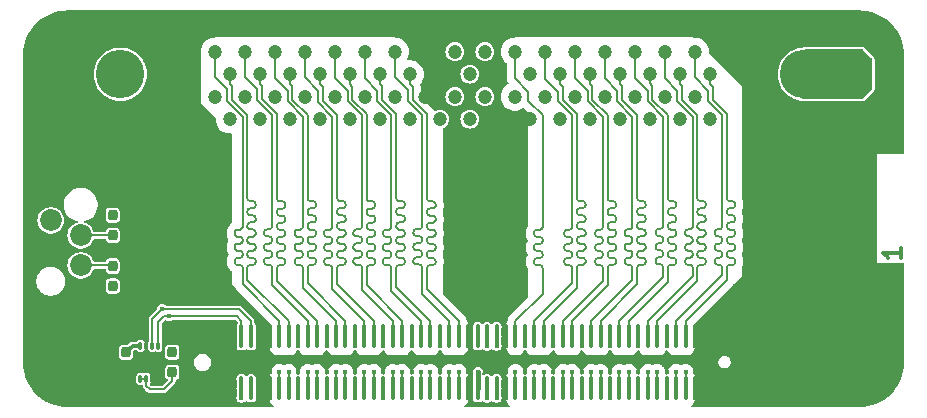
<source format=gtl>
G04 #@! TF.GenerationSoftware,KiCad,Pcbnew,8.0.6*
G04 #@! TF.CreationDate,2024-11-07T02:27:38-08:00*
G04 #@! TF.ProjectId,mse-68-hd,6d73652d-3638-42d6-9864-2e6b69636164,1*
G04 #@! TF.SameCoordinates,Original*
G04 #@! TF.FileFunction,Copper,L1,Top*
G04 #@! TF.FilePolarity,Positive*
%FSLAX46Y46*%
G04 Gerber Fmt 4.6, Leading zero omitted, Abs format (unit mm)*
G04 Created by KiCad (PCBNEW 8.0.6) date 2024-11-07 02:27:38*
%MOMM*%
%LPD*%
G01*
G04 APERTURE LIST*
G04 Aperture macros list*
%AMRoundRect*
0 Rectangle with rounded corners*
0 $1 Rounding radius*
0 $2 $3 $4 $5 $6 $7 $8 $9 X,Y pos of 4 corners*
0 Add a 4 corners polygon primitive as box body*
4,1,4,$2,$3,$4,$5,$6,$7,$8,$9,$2,$3,0*
0 Add four circle primitives for the rounded corners*
1,1,$1+$1,$2,$3*
1,1,$1+$1,$4,$5*
1,1,$1+$1,$6,$7*
1,1,$1+$1,$8,$9*
0 Add four rect primitives between the rounded corners*
20,1,$1+$1,$2,$3,$4,$5,0*
20,1,$1+$1,$4,$5,$6,$7,0*
20,1,$1+$1,$6,$7,$8,$9,0*
20,1,$1+$1,$8,$9,$2,$3,0*%
G04 Aperture macros list end*
%ADD10C,0.300000*%
G04 #@! TA.AperFunction,NonConductor*
%ADD11C,0.300000*%
G04 #@! TD*
G04 #@! TA.AperFunction,SMDPad,CuDef*
%ADD12RoundRect,0.100000X0.100000X0.900000X-0.100000X0.900000X-0.100000X-0.900000X0.100000X-0.900000X0*%
G04 #@! TD*
G04 #@! TA.AperFunction,SMDPad,CuDef*
%ADD13RoundRect,0.200000X0.200000X-0.250000X0.200000X0.250000X-0.200000X0.250000X-0.200000X-0.250000X0*%
G04 #@! TD*
G04 #@! TA.AperFunction,SMDPad,CuDef*
%ADD14RoundRect,0.200000X-0.200000X0.250000X-0.200000X-0.250000X0.200000X-0.250000X0.200000X0.250000X0*%
G04 #@! TD*
G04 #@! TA.AperFunction,SMDPad,CuDef*
%ADD15RoundRect,0.200000X-0.250000X-0.200000X0.250000X-0.200000X0.250000X0.200000X-0.250000X0.200000X0*%
G04 #@! TD*
G04 #@! TA.AperFunction,ComponentPad*
%ADD16C,1.200000*%
G04 #@! TD*
G04 #@! TA.AperFunction,ComponentPad*
%ADD17C,4.100000*%
G04 #@! TD*
G04 #@! TA.AperFunction,ComponentPad*
%ADD18C,6.400000*%
G04 #@! TD*
G04 #@! TA.AperFunction,SMDPad,CuDef*
%ADD19RoundRect,0.046875X0.103125X-0.253125X0.103125X0.253125X-0.103125X0.253125X-0.103125X-0.253125X0*%
G04 #@! TD*
G04 #@! TA.AperFunction,SMDPad,CuDef*
%ADD20RoundRect,0.250000X0.550000X-0.550000X0.550000X0.550000X-0.550000X0.550000X-0.550000X-0.550000X0*%
G04 #@! TD*
G04 #@! TA.AperFunction,ComponentPad*
%ADD21C,1.850000*%
G04 #@! TD*
G04 #@! TA.AperFunction,SMDPad,CuDef*
%ADD22RoundRect,0.200000X0.250000X0.200000X-0.250000X0.200000X-0.250000X-0.200000X0.250000X-0.200000X0*%
G04 #@! TD*
G04 #@! TA.AperFunction,ViaPad*
%ADD23C,0.450000*%
G04 #@! TD*
G04 #@! TA.AperFunction,Conductor*
%ADD24C,0.200000*%
G04 #@! TD*
G04 #@! TA.AperFunction,Conductor*
%ADD25C,0.300000*%
G04 #@! TD*
G04 #@! TA.AperFunction,Conductor*
%ADD26C,0.151400*%
G04 #@! TD*
G04 #@! TA.AperFunction,Conductor*
%ADD27C,0.400000*%
G04 #@! TD*
G04 APERTURE END LIST*
D10*
D11*
X-499172Y13678573D02*
X-499172Y12821430D01*
X-499172Y13250001D02*
X-1999172Y13250001D01*
X-1999172Y13250001D02*
X-1784886Y13107144D01*
X-1784886Y13107144D02*
X-1642029Y12964287D01*
X-1642029Y12964287D02*
X-1570600Y12821430D01*
D12*
G04 #@! TO.P,J1,1,Pin_1*
G04 #@! TO.N,GND*
X-57100000Y1800000D03*
G04 #@! TO.P,J1,2,Pin_2*
X-57100000Y6200000D03*
G04 #@! TO.P,J1,3,Pin_3*
G04 #@! TO.N,+3V3*
X-56300000Y1800001D03*
G04 #@! TO.P,J1,4,Pin_4*
G04 #@! TO.N,/PHY.ID_SDA*
X-56300000Y6199999D03*
G04 #@! TO.P,J1,5,Pin_5*
G04 #@! TO.N,unconnected-(J1-Pin_5-Pad5)*
X-55500000Y1800000D03*
G04 #@! TO.P,J1,6,Pin_6*
G04 #@! TO.N,/PHY.ID_SCL*
X-55500000Y6200000D03*
G04 #@! TO.P,J1,7,Pin_7*
G04 #@! TO.N,GND*
X-54700001Y1800000D03*
G04 #@! TO.P,J1,8,Pin_8*
X-54700001Y6200000D03*
G04 #@! TO.P,J1,9,Pin_9*
X-53900000Y1800000D03*
G04 #@! TO.P,J1,10,Pin_10*
X-53900000Y6200000D03*
G04 #@! TO.P,J1,11,Pin_11*
G04 #@! TO.N,/CON.DB12+*
X-53100000Y1800000D03*
G04 #@! TO.P,J1,12,Pin_12*
G04 #@! TO.N,/CON.DB12-*
X-53100000Y6200000D03*
G04 #@! TO.P,J1,13,Pin_13*
G04 #@! TO.N,/CON.DB13+*
X-52299999Y1800000D03*
G04 #@! TO.P,J1,14,Pin_14*
G04 #@! TO.N,/CON.DB13-*
X-52299999Y6200000D03*
G04 #@! TO.P,J1,15,Pin_15*
G04 #@! TO.N,GND*
X-51500000Y1800000D03*
G04 #@! TO.P,J1,16,Pin_16*
X-51500000Y6200000D03*
G04 #@! TO.P,J1,17,Pin_17*
G04 #@! TO.N,/CON.DB14+*
X-50700000Y1800001D03*
G04 #@! TO.P,J1,18,Pin_18*
G04 #@! TO.N,/CON.DB14-*
X-50700000Y6199999D03*
G04 #@! TO.P,J1,19,Pin_19*
G04 #@! TO.N,/CON.DB15+*
X-49900000Y1800000D03*
G04 #@! TO.P,J1,20,Pin_20*
G04 #@! TO.N,/CON.DB15-*
X-49900000Y6200000D03*
G04 #@! TO.P,J1,21,Pin_21*
G04 #@! TO.N,GND*
X-49100000Y1800000D03*
G04 #@! TO.P,J1,22,Pin_22*
X-49100000Y6200000D03*
G04 #@! TO.P,J1,23,Pin_23*
G04 #@! TO.N,/CON.DP1+*
X-48300000Y1800000D03*
G04 #@! TO.P,J1,24,Pin_24*
G04 #@! TO.N,/CON.DP1-*
X-48300000Y6200000D03*
G04 #@! TO.P,J1,25,Pin_25*
G04 #@! TO.N,/CON.DB0+*
X-47500000Y1800000D03*
G04 #@! TO.P,J1,26,Pin_26*
G04 #@! TO.N,/CON.DB0-*
X-47500000Y6200000D03*
G04 #@! TO.P,J1,27,Pin_27*
G04 #@! TO.N,GND*
X-46699999Y1800000D03*
G04 #@! TO.P,J1,28,Pin_28*
X-46699999Y6200000D03*
G04 #@! TO.P,J1,29,Pin_29*
G04 #@! TO.N,/CON.DB1+*
X-45900000Y1800000D03*
G04 #@! TO.P,J1,30,Pin_30*
G04 #@! TO.N,/CON.DB1-*
X-45900000Y6200000D03*
G04 #@! TO.P,J1,31,Pin_31*
G04 #@! TO.N,/CON.DB2+*
X-45100000Y1800001D03*
G04 #@! TO.P,J1,32,Pin_32*
G04 #@! TO.N,/CON.DB2-*
X-45100000Y6199999D03*
G04 #@! TO.P,J1,33,Pin_33*
G04 #@! TO.N,GND*
X-44300000Y1800000D03*
G04 #@! TO.P,J1,34,Pin_34*
X-44300000Y6200000D03*
G04 #@! TO.P,J1,35,Pin_35*
G04 #@! TO.N,/CON.DB3+*
X-43500000Y1800000D03*
G04 #@! TO.P,J1,36,Pin_36*
G04 #@! TO.N,/CON.DB3-*
X-43500000Y6200000D03*
G04 #@! TO.P,J1,37,Pin_37*
G04 #@! TO.N,/CON.DB4+*
X-42700000Y1800000D03*
G04 #@! TO.P,J1,38,Pin_38*
G04 #@! TO.N,/CON.DB4-*
X-42700000Y6200000D03*
G04 #@! TO.P,J1,39,Pin_39*
G04 #@! TO.N,GND*
X-41900000Y1800000D03*
G04 #@! TO.P,J1,40,Pin_40*
X-41900000Y6200000D03*
G04 #@! TO.P,J1,41,Pin_41*
G04 #@! TO.N,/CON.DB5+*
X-41099999Y1800000D03*
G04 #@! TO.P,J1,42,Pin_42*
G04 #@! TO.N,/CON.DB5-*
X-41099999Y6200000D03*
G04 #@! TO.P,J1,43,Pin_43*
G04 #@! TO.N,/CON.DB6+*
X-40300000Y1800000D03*
G04 #@! TO.P,J1,44,Pin_44*
G04 #@! TO.N,/CON.DB6-*
X-40300000Y6200000D03*
G04 #@! TO.P,J1,45,Pin_45*
G04 #@! TO.N,GND*
X-39500000Y1800001D03*
G04 #@! TO.P,J1,46,Pin_46*
X-39500000Y6199999D03*
G04 #@! TO.P,J1,47,Pin_47*
G04 #@! TO.N,/CON.DB7+*
X-38700000Y1800000D03*
G04 #@! TO.P,J1,48,Pin_48*
G04 #@! TO.N,/CON.DB7-*
X-38700000Y6200000D03*
G04 #@! TO.P,J1,49,Pin_49*
G04 #@! TO.N,/CON.DP0+*
X-37900000Y1800000D03*
G04 #@! TO.P,J1,50,Pin_50*
G04 #@! TO.N,/CON.DP0-*
X-37900000Y6200000D03*
G04 #@! TO.P,J1,51,Pin_51*
G04 #@! TO.N,GND*
X-37100000Y1800000D03*
G04 #@! TO.P,J1,52,Pin_52*
X-37100000Y6200000D03*
G04 #@! TO.P,J1,53,Pin_53*
G04 #@! TO.N,/CON.DIFFSENSE*
X-36300000Y1800000D03*
G04 #@! TO.P,J1,54,Pin_54*
G04 #@! TO.N,unconnected-(J1-Pin_54-Pad54)*
X-36300000Y6200000D03*
G04 #@! TO.P,J1,55,Pin_55*
G04 #@! TO.N,/CON.TERMPWR*
X-35500000Y1800001D03*
G04 #@! TO.P,J1,56,Pin_56*
X-35500000Y6199999D03*
G04 #@! TO.P,J1,57,Pin_57*
X-34700000Y1800000D03*
G04 #@! TO.P,J1,58,Pin_58*
X-34700000Y6200000D03*
G04 #@! TO.P,J1,59,Pin_59*
G04 #@! TO.N,GND*
X-33900001Y1800000D03*
G04 #@! TO.P,J1,60,Pin_60*
X-33900001Y6200000D03*
G04 #@! TO.P,J1,61,Pin_61*
G04 #@! TO.N,/CON.ATN+*
X-33100000Y1800000D03*
G04 #@! TO.P,J1,62,Pin_62*
G04 #@! TO.N,/CON.ATN-*
X-33100000Y6200000D03*
G04 #@! TO.P,J1,63,Pin_63*
G04 #@! TO.N,GND*
X-32300000Y1800000D03*
G04 #@! TO.P,J1,64,Pin_64*
X-32300000Y6200000D03*
G04 #@! TO.P,J1,65,Pin_65*
G04 #@! TO.N,/CON.BSY+*
X-31500000Y1800000D03*
G04 #@! TO.P,J1,66,Pin_66*
G04 #@! TO.N,/CON.BSY-*
X-31500000Y6200000D03*
G04 #@! TO.P,J1,67,Pin_67*
G04 #@! TO.N,/CON.ACK+*
X-30700000Y1800000D03*
G04 #@! TO.P,J1,68,Pin_68*
G04 #@! TO.N,/CON.ACK-*
X-30700000Y6200000D03*
G04 #@! TO.P,J1,69,Pin_69*
G04 #@! TO.N,GND*
X-29900000Y1800001D03*
G04 #@! TO.P,J1,70,Pin_70*
X-29900000Y6199999D03*
G04 #@! TO.P,J1,71,Pin_71*
G04 #@! TO.N,/CON.RST+*
X-29100000Y1800000D03*
G04 #@! TO.P,J1,72,Pin_72*
G04 #@! TO.N,/CON.RST-*
X-29100000Y6200000D03*
G04 #@! TO.P,J1,73,Pin_73*
G04 #@! TO.N,/CON.MSG+*
X-28300001Y1800000D03*
G04 #@! TO.P,J1,74,Pin_74*
G04 #@! TO.N,/CON.MSG-*
X-28300001Y6200000D03*
G04 #@! TO.P,J1,75,Pin_75*
G04 #@! TO.N,GND*
X-27500000Y1800000D03*
G04 #@! TO.P,J1,76,Pin_76*
X-27500000Y6200000D03*
G04 #@! TO.P,J1,77,Pin_77*
G04 #@! TO.N,/CON.SEL+*
X-26700000Y1800000D03*
G04 #@! TO.P,J1,78,Pin_78*
G04 #@! TO.N,/CON.SEL-*
X-26700000Y6200000D03*
G04 #@! TO.P,J1,79,Pin_79*
G04 #@! TO.N,/CON.C{slash}D+*
X-25900000Y1800000D03*
G04 #@! TO.P,J1,80,Pin_80*
G04 #@! TO.N,/CON.C{slash}D-*
X-25900000Y6200000D03*
G04 #@! TO.P,J1,81,Pin_81*
G04 #@! TO.N,GND*
X-25100000Y1800000D03*
G04 #@! TO.P,J1,82,Pin_82*
X-25100000Y6200000D03*
G04 #@! TO.P,J1,83,Pin_83*
G04 #@! TO.N,/CON.REQ+*
X-24300000Y1800001D03*
G04 #@! TO.P,J1,84,Pin_84*
G04 #@! TO.N,/CON.REQ-*
X-24300000Y6199999D03*
G04 #@! TO.P,J1,85,Pin_85*
G04 #@! TO.N,/CON.I{slash}O+*
X-23500000Y1800000D03*
G04 #@! TO.P,J1,86,Pin_86*
G04 #@! TO.N,/CON.I{slash}O-*
X-23500000Y6200000D03*
G04 #@! TO.P,J1,87,Pin_87*
G04 #@! TO.N,GND*
X-22700001Y1800000D03*
G04 #@! TO.P,J1,88,Pin_88*
X-22700001Y6200000D03*
G04 #@! TO.P,J1,89,Pin_89*
G04 #@! TO.N,/CON.DB8+*
X-21900000Y1800000D03*
G04 #@! TO.P,J1,90,Pin_90*
G04 #@! TO.N,/CON.DB8-*
X-21900000Y6200000D03*
G04 #@! TO.P,J1,91,Pin_91*
G04 #@! TO.N,/CON.DB9+*
X-21100000Y1800000D03*
G04 #@! TO.P,J1,92,Pin_92*
G04 #@! TO.N,/CON.DB9-*
X-21100000Y6200000D03*
G04 #@! TO.P,J1,93,Pin_93*
G04 #@! TO.N,GND*
X-20299999Y1800000D03*
G04 #@! TO.P,J1,94,Pin_94*
X-20299999Y6200000D03*
G04 #@! TO.P,J1,95,Pin_95*
G04 #@! TO.N,/CON.DB10+*
X-19500000Y1800000D03*
G04 #@! TO.P,J1,96,Pin_96*
G04 #@! TO.N,/CON.DB10-*
X-19500000Y6200000D03*
G04 #@! TO.P,J1,97,Pin_97*
G04 #@! TO.N,/CON.DB11+*
X-18700000Y1800001D03*
G04 #@! TO.P,J1,98,Pin_98*
G04 #@! TO.N,/CON.DB11-*
X-18700000Y6199999D03*
G04 #@! TO.P,J1,99,Pin_99*
G04 #@! TO.N,GND*
X-17900000Y1800000D03*
G04 #@! TO.P,J1,100,Pin_100*
X-17900000Y6200000D03*
G04 #@! TD*
D13*
G04 #@! TO.P,R3,1*
G04 #@! TO.N,+3V3*
X-67200000Y10450000D03*
G04 #@! TO.P,R3,2*
G04 #@! TO.N,/PHY.ID_SCL*
X-67200000Y12150000D03*
G04 #@! TD*
D14*
G04 #@! TO.P,R2,1*
G04 #@! TO.N,+3V3*
X-67200000Y16450000D03*
G04 #@! TO.P,R2,2*
G04 #@! TO.N,/PHY.ID_SDA*
X-67200000Y14750000D03*
G04 #@! TD*
D15*
G04 #@! TO.P,R4,1*
G04 #@! TO.N,/SHIELD*
X-3350000Y27750000D03*
G04 #@! TO.P,R4,2*
G04 #@! TO.N,GND*
X-1650000Y27750000D03*
G04 #@! TD*
D16*
G04 #@! TO.P,J4,1,Pin_1*
G04 #@! TO.N,/CON.DB12+*
X-58550000Y26484001D03*
G04 #@! TO.P,J4,2,Pin_2*
G04 #@! TO.N,/CON.DB13+*
X-57280000Y24579000D03*
G04 #@! TO.P,J4,3,Pin_3*
G04 #@! TO.N,/CON.DB14+*
X-56010000Y26484001D03*
G04 #@! TO.P,J4,4,Pin_4*
G04 #@! TO.N,/CON.DB15+*
X-54739999Y24579000D03*
G04 #@! TO.P,J4,5,Pin_5*
G04 #@! TO.N,/CON.DP1+*
X-53470000Y26484001D03*
G04 #@! TO.P,J4,6,Pin_6*
G04 #@! TO.N,/CON.DB0+*
X-52199999Y24579000D03*
G04 #@! TO.P,J4,7,Pin_7*
G04 #@! TO.N,/CON.DB1+*
X-50930000Y26484000D03*
G04 #@! TO.P,J4,8,Pin_8*
G04 #@! TO.N,/CON.DB2+*
X-49659999Y24579000D03*
G04 #@! TO.P,J4,9,Pin_9*
G04 #@! TO.N,/CON.DB3+*
X-48390000Y26484001D03*
G04 #@! TO.P,J4,10,Pin_10*
G04 #@! TO.N,/CON.DB4+*
X-47119999Y24579000D03*
G04 #@! TO.P,J4,11,Pin_11*
G04 #@! TO.N,/CON.DB5+*
X-45850000Y26484001D03*
G04 #@! TO.P,J4,12,Pin_12*
G04 #@! TO.N,/CON.DB6+*
X-44579998Y24579000D03*
G04 #@! TO.P,J4,13,Pin_13*
G04 #@! TO.N,/CON.DB7+*
X-43310000Y26484001D03*
G04 #@! TO.P,J4,14,Pin_14*
G04 #@! TO.N,/CON.DP0+*
X-42039999Y24579000D03*
G04 #@! TO.P,J4,15,Pin_15*
G04 #@! TO.N,GND*
X-40770000Y26484000D03*
G04 #@! TO.P,J4,16,Pin_16*
G04 #@! TO.N,/CON.DIFFSENSE*
X-39499999Y24579000D03*
G04 #@! TO.P,J4,17,Pin_17*
G04 #@! TO.N,/CON.TERMPWR*
X-38230000Y26484000D03*
G04 #@! TO.P,J4,18,Pin_18*
X-36959999Y24579000D03*
G04 #@! TO.P,J4,19,Pin_19*
G04 #@! TO.N,unconnected-(J4-Pin_19-Pad19)*
X-35690000Y26484001D03*
G04 #@! TO.P,J4,20,Pin_20*
G04 #@! TO.N,GND*
X-34420000Y24579000D03*
G04 #@! TO.P,J4,21,Pin_21*
G04 #@! TO.N,/CON.ATN+*
X-33150000Y26484001D03*
G04 #@! TO.P,J4,22,Pin_22*
G04 #@! TO.N,GND*
X-31879999Y24579000D03*
G04 #@! TO.P,J4,23,Pin_23*
G04 #@! TO.N,/CON.BSY+*
X-30610000Y26484001D03*
G04 #@! TO.P,J4,24,Pin_24*
G04 #@! TO.N,/CON.ACK+*
X-29339999Y24579000D03*
G04 #@! TO.P,J4,25,Pin_25*
G04 #@! TO.N,/CON.RST+*
X-28070000Y26484000D03*
G04 #@! TO.P,J4,26,Pin_26*
G04 #@! TO.N,/CON.MSG+*
X-26799999Y24579000D03*
G04 #@! TO.P,J4,27,Pin_27*
G04 #@! TO.N,/CON.SEL+*
X-25530000Y26484001D03*
G04 #@! TO.P,J4,28,Pin_28*
G04 #@! TO.N,/CON.C{slash}D+*
X-24259999Y24579000D03*
G04 #@! TO.P,J4,29,Pin_29*
G04 #@! TO.N,/CON.REQ+*
X-22990000Y26484001D03*
G04 #@! TO.P,J4,30,Pin_30*
G04 #@! TO.N,/CON.I{slash}O+*
X-21719998Y24579000D03*
G04 #@! TO.P,J4,31,Pin_31*
G04 #@! TO.N,/CON.DB8+*
X-20450000Y26484001D03*
G04 #@! TO.P,J4,32,Pin_32*
G04 #@! TO.N,/CON.DB9+*
X-19179999Y24579000D03*
G04 #@! TO.P,J4,33,Pin_33*
G04 #@! TO.N,/CON.DB10+*
X-17910000Y26484000D03*
G04 #@! TO.P,J4,34,Pin_34*
G04 #@! TO.N,/CON.DB11+*
X-16639999Y24579000D03*
G04 #@! TO.P,J4,35,Pin_35*
G04 #@! TO.N,/CON.DB12-*
X-58550000Y30294000D03*
G04 #@! TO.P,J4,36,Pin_36*
G04 #@! TO.N,/CON.DB13-*
X-57280000Y28389000D03*
G04 #@! TO.P,J4,37,Pin_37*
G04 #@! TO.N,/CON.DB14-*
X-56010000Y30294000D03*
G04 #@! TO.P,J4,38,Pin_38*
G04 #@! TO.N,/CON.DB15-*
X-54740000Y28389000D03*
G04 #@! TO.P,J4,39,Pin_39*
G04 #@! TO.N,/CON.DP1-*
X-53470000Y30294000D03*
G04 #@! TO.P,J4,40,Pin_40*
G04 #@! TO.N,/CON.DB0-*
X-52200000Y28389000D03*
G04 #@! TO.P,J4,41,Pin_41*
G04 #@! TO.N,/CON.DB1-*
X-50930000Y30294000D03*
G04 #@! TO.P,J4,42,Pin_42*
G04 #@! TO.N,/CON.DB2-*
X-49660000Y28389000D03*
G04 #@! TO.P,J4,43,Pin_43*
G04 #@! TO.N,/CON.DB3-*
X-48390000Y30294000D03*
G04 #@! TO.P,J4,44,Pin_44*
G04 #@! TO.N,/CON.DB4-*
X-47120000Y28389000D03*
G04 #@! TO.P,J4,45,Pin_45*
G04 #@! TO.N,/CON.DB5-*
X-45850000Y30294000D03*
G04 #@! TO.P,J4,46,Pin_46*
G04 #@! TO.N,/CON.DB6-*
X-44580000Y28389000D03*
G04 #@! TO.P,J4,47,Pin_47*
G04 #@! TO.N,/CON.DB7-*
X-43310000Y30294000D03*
G04 #@! TO.P,J4,48,Pin_48*
G04 #@! TO.N,/CON.DP0-*
X-42040000Y28389000D03*
G04 #@! TO.P,J4,49,Pin_49*
G04 #@! TO.N,GND*
X-40770000Y30294000D03*
G04 #@! TO.P,J4,50,Pin_50*
X-39500000Y28389000D03*
G04 #@! TO.P,J4,51,Pin_51*
G04 #@! TO.N,/CON.TERMPWR*
X-38230000Y30294000D03*
G04 #@! TO.P,J4,52,Pin_52*
X-36960000Y28389000D03*
G04 #@! TO.P,J4,53,Pin_53*
G04 #@! TO.N,unconnected-(J4-Pin_53-Pad53)*
X-35690000Y30294000D03*
G04 #@! TO.P,J4,54,Pin_54*
G04 #@! TO.N,GND*
X-34420000Y28389000D03*
G04 #@! TO.P,J4,55,Pin_55*
G04 #@! TO.N,/CON.ATN-*
X-33150000Y30294000D03*
G04 #@! TO.P,J4,56,Pin_56*
G04 #@! TO.N,GND*
X-31880000Y28389000D03*
G04 #@! TO.P,J4,57,Pin_57*
G04 #@! TO.N,/CON.BSY-*
X-30610000Y30294000D03*
G04 #@! TO.P,J4,58,Pin_58*
G04 #@! TO.N,/CON.ACK-*
X-29340000Y28389000D03*
G04 #@! TO.P,J4,59,Pin_59*
G04 #@! TO.N,/CON.RST-*
X-28070000Y30294000D03*
G04 #@! TO.P,J4,60,Pin_60*
G04 #@! TO.N,/CON.MSG-*
X-26800000Y28389000D03*
G04 #@! TO.P,J4,61,Pin_61*
G04 #@! TO.N,/CON.SEL-*
X-25530000Y30294000D03*
G04 #@! TO.P,J4,62,Pin_62*
G04 #@! TO.N,/CON.C{slash}D-*
X-24260000Y28389000D03*
G04 #@! TO.P,J4,63,Pin_63*
G04 #@! TO.N,/CON.REQ-*
X-22990000Y30294000D03*
G04 #@! TO.P,J4,64,Pin_64*
G04 #@! TO.N,/CON.I{slash}O-*
X-21720000Y28389000D03*
G04 #@! TO.P,J4,65,Pin_65*
G04 #@! TO.N,/CON.DB8-*
X-20450000Y30294000D03*
G04 #@! TO.P,J4,66,Pin_66*
G04 #@! TO.N,/CON.DB9-*
X-19180000Y28389000D03*
G04 #@! TO.P,J4,67,Pin_67*
G04 #@! TO.N,/CON.DB10-*
X-17910000Y30294000D03*
G04 #@! TO.P,J4,68,Pin_68*
G04 #@! TO.N,/CON.DB11-*
X-16640000Y28389000D03*
D17*
G04 #@! TO.P,J4,SHIELD,SHIELD*
G04 #@! TO.N,/SHIELD*
X-8639000Y28389000D03*
X-66550000Y28389000D03*
G04 #@! TD*
D13*
G04 #@! TO.P,C1,1*
G04 #@! TO.N,GND*
X-66050000Y3150000D03*
G04 #@! TO.P,C1,2*
G04 #@! TO.N,+3V3*
X-66050000Y4850000D03*
G04 #@! TD*
D18*
G04 #@! TO.P,H4,1,1*
G04 #@! TO.N,GND*
X-4000000Y4000000D03*
G04 #@! TD*
D13*
G04 #@! TO.P,R1,1*
G04 #@! TO.N,Net-(U1-E0)*
X-62150000Y3150000D03*
G04 #@! TO.P,R1,2*
G04 #@! TO.N,+3V3*
X-62150000Y4850000D03*
G04 #@! TD*
D19*
G04 #@! TO.P,U1,1,E0*
G04 #@! TO.N,Net-(U1-E0)*
X-64850001Y2600000D03*
G04 #@! TO.P,U1,2,E1*
X-64350000Y2600000D03*
G04 #@! TO.P,U1,3,E2*
G04 #@! TO.N,GND*
X-63850000Y2600000D03*
G04 #@! TO.P,U1,4,VSS*
X-63349999Y2600000D03*
G04 #@! TO.P,U1,5,SDA*
G04 #@! TO.N,/PHY.ID_SDA*
X-63349999Y5400000D03*
G04 #@! TO.P,U1,6,SCL*
G04 #@! TO.N,/PHY.ID_SCL*
X-63850000Y5400000D03*
G04 #@! TO.P,U1,7,~{WC}*
G04 #@! TO.N,GND*
X-64350000Y5400000D03*
G04 #@! TO.P,U1,8,VCC*
G04 #@! TO.N,+3V3*
X-64850001Y5400000D03*
D20*
G04 #@! TO.P,U1,EP,VSS*
G04 #@! TO.N,GND*
X-64100000Y4000000D03*
G04 #@! TD*
D21*
G04 #@! TO.P,J3,1,Pin_1*
G04 #@! TO.N,+3V3*
X-72440000Y16010000D03*
G04 #@! TO.P,J3,2,Pin_2*
G04 #@! TO.N,/PHY.ID_SDA*
X-69900000Y14740000D03*
G04 #@! TO.P,J3,3,Pin_3*
G04 #@! TO.N,GND*
X-72440000Y13470000D03*
G04 #@! TO.P,J3,4,Pin_4*
G04 #@! TO.N,/PHY.ID_SCL*
X-69900000Y12200000D03*
G04 #@! TD*
D22*
G04 #@! TO.P,C2,1*
G04 #@! TO.N,GND*
X-1650000Y29050000D03*
G04 #@! TO.P,C2,2*
G04 #@! TO.N,/SHIELD*
X-3350000Y29050000D03*
G04 #@! TD*
D18*
G04 #@! TO.P,H3,1,1*
G04 #@! TO.N,GND*
X-71000000Y4000000D03*
G04 #@! TD*
D23*
G04 #@! TO.N,GND*
X-20300000Y5400000D03*
X-22700000Y1800000D03*
X-49100000Y1800000D03*
X-53900000Y1000000D03*
X-29900000Y2600000D03*
X-39500000Y6200000D03*
X-53900000Y3200000D03*
X-39500000Y1800000D03*
X-44300000Y7000000D03*
X-49100000Y6200000D03*
X-64650000Y4000000D03*
X-46700000Y6200000D03*
X-51500000Y2600000D03*
X-27500000Y2600000D03*
X-39500000Y7000000D03*
X-32300000Y1800000D03*
X-53900000Y5400000D03*
X-20300000Y1800000D03*
X-53900000Y2600000D03*
X-37100000Y5400000D03*
X-44300000Y3200000D03*
X-63600000Y4000000D03*
X-25100000Y7000000D03*
X-39500000Y5400000D03*
X-51500000Y3200000D03*
X-33900000Y1000000D03*
X-29900000Y3200000D03*
X-41900000Y1000000D03*
X-22700000Y3200000D03*
X-64100000Y4500000D03*
X-33900000Y2600000D03*
X-49100000Y2600000D03*
X-33900000Y6200000D03*
X-51500000Y5400000D03*
X-44300000Y6200000D03*
X-27500000Y6200000D03*
X-39500000Y1000000D03*
X-25100000Y1800000D03*
X-41900000Y7000000D03*
X-53900000Y7000000D03*
X-41900000Y6200000D03*
X-27500000Y5400000D03*
X-54700000Y6200000D03*
X-29900000Y1000000D03*
X-20300000Y1000000D03*
X-53900000Y1800000D03*
X-51500000Y6200000D03*
X-20300000Y2600000D03*
X-32300000Y3200000D03*
X-22700000Y1000000D03*
X-44300000Y5400000D03*
X-33900000Y1800000D03*
X-32300000Y5400000D03*
X-20300000Y6200000D03*
X-37100000Y6200000D03*
X-25100000Y2600000D03*
X-37100000Y7000000D03*
X-39500000Y2600000D03*
X-25100000Y6200000D03*
X-17900000Y3200000D03*
X-33900000Y7000000D03*
X-51500000Y7000000D03*
X-54700000Y7000000D03*
X-29900000Y7000000D03*
X-44300000Y1800000D03*
X-22700000Y2600000D03*
X-46700000Y3200000D03*
X-17900000Y5400000D03*
X-41900000Y2600000D03*
X-17900000Y7000000D03*
X-25100000Y3200000D03*
X-44300000Y1000000D03*
X-32300000Y7000000D03*
X-51500000Y1800000D03*
X-54700000Y5400000D03*
X-22700000Y6200000D03*
X-57100000Y5400000D03*
X-37100000Y1800000D03*
X-46700000Y1000000D03*
X-25100000Y1000000D03*
X-32300000Y2600000D03*
X-44300000Y2600000D03*
X-46700000Y5400000D03*
X-54700000Y1800000D03*
X-22700000Y7000000D03*
X-46700000Y2600000D03*
X-20300000Y3200000D03*
X-37100000Y1000000D03*
X-37100000Y2600000D03*
X-51500000Y1000000D03*
X-33900000Y3200000D03*
X-17900000Y1000000D03*
X-20300000Y7000000D03*
X-57100000Y6200000D03*
X-32300000Y1000000D03*
X-49100000Y3200000D03*
X-33900000Y5400000D03*
X-46700000Y1800000D03*
X-29900000Y5400000D03*
X-27500000Y1800000D03*
X-27500000Y3200000D03*
X-41900000Y1800000D03*
X-53900000Y6200000D03*
X-41900000Y5400000D03*
X-29900000Y6200000D03*
X-49100000Y5400000D03*
X-37100000Y3200000D03*
X-54700000Y2600000D03*
X-49100000Y7000000D03*
X-49100000Y1000000D03*
X-39500000Y3200000D03*
X-41900000Y3200000D03*
X-46700000Y7000000D03*
X-29900000Y1800000D03*
X-25100000Y5400000D03*
X-64100000Y3500000D03*
X-32300000Y6200000D03*
X-17900000Y6200000D03*
X-27500000Y1000000D03*
X-57100000Y7000000D03*
X-22700000Y5400000D03*
X-17900000Y2600000D03*
X-54700000Y1000000D03*
X-17900000Y1800000D03*
X-27500000Y7000000D03*
X-66050000Y3150000D03*
G04 #@! TO.N,/PHY.ID_SCL*
X-67200000Y12150000D03*
X-63000000Y8500000D03*
G04 #@! TO.N,+3V3*
X-56300000Y1800000D03*
X-67200000Y16500000D03*
X-67200000Y10500000D03*
X-66050000Y4850000D03*
X-56300000Y1000000D03*
X-56300000Y2600000D03*
X-62150000Y4850000D03*
G04 #@! TO.N,/PHY.ID_SDA*
X-67200000Y14750000D03*
X-62400000Y7900000D03*
G04 #@! TO.N,/CON.C{slash}D+*
X-25900000Y3200000D03*
G04 #@! TO.N,/CON.ACK+*
X-30700000Y3200000D03*
G04 #@! TO.N,/CON.TERMPWR*
X-34700000Y2600000D03*
X-34700000Y1800000D03*
X-34700000Y6200000D03*
X-35500000Y1000000D03*
X-35500000Y5400000D03*
X-34700000Y5400000D03*
X-35500000Y7000000D03*
X-35500000Y1800000D03*
X-35500000Y6200000D03*
X-34700000Y1000000D03*
X-34700000Y7000000D03*
X-35500000Y2600000D03*
G04 #@! TO.N,/CON.DP1+*
X-48300000Y3200000D03*
G04 #@! TO.N,/CON.BSY+*
X-31500000Y3200000D03*
G04 #@! TO.N,/CON.DB5+*
X-41100000Y3200000D03*
G04 #@! TO.N,/CON.DP0+*
X-37900000Y3200000D03*
G04 #@! TO.N,/CON.SEL+*
X-26700000Y3200000D03*
G04 #@! TO.N,/CON.ATN+*
X-33100000Y3200000D03*
G04 #@! TO.N,/CON.DB9+*
X-21100000Y3200000D03*
G04 #@! TO.N,/CON.DB11+*
X-18700000Y3200000D03*
G04 #@! TO.N,/CON.DB7+*
X-38700000Y3200000D03*
G04 #@! TO.N,/CON.DB13+*
X-52300000Y3200000D03*
G04 #@! TO.N,/CON.REQ+*
X-24300000Y3200000D03*
G04 #@! TO.N,/CON.DB8+*
X-21900000Y3200000D03*
G04 #@! TO.N,/CON.MSG+*
X-28300000Y3200000D03*
G04 #@! TO.N,/CON.DB3+*
X-43500000Y3200000D03*
G04 #@! TO.N,/CON.DIFFSENSE*
X-36300000Y3200000D03*
G04 #@! TO.N,/CON.I{slash}O+*
X-23500000Y3200000D03*
G04 #@! TO.N,/CON.DB4+*
X-42700000Y3200000D03*
G04 #@! TO.N,/CON.DB15+*
X-49900000Y3200000D03*
G04 #@! TO.N,/CON.RST+*
X-29100000Y3200000D03*
G04 #@! TO.N,/CON.DB10+*
X-19500000Y3200000D03*
G04 #@! TO.N,/CON.DB6+*
X-40300000Y3200000D03*
G04 #@! TO.N,/CON.DB1+*
X-45900000Y3200000D03*
G04 #@! TO.N,/CON.DB2+*
X-45100000Y3200000D03*
G04 #@! TO.N,/CON.DB0+*
X-47500000Y3200000D03*
G04 #@! TO.N,/CON.DB14+*
X-50700000Y3200000D03*
G04 #@! TO.N,/CON.DB12+*
X-53100000Y3200000D03*
G04 #@! TD*
D24*
G04 #@! TO.N,/PHY.ID_SCL*
X-67600000Y12200000D02*
X-69900000Y12200000D01*
X-63850000Y5400000D02*
X-63850000Y7650000D01*
X-56500000Y8500000D02*
X-55500000Y7500000D01*
X-67200000Y12150000D02*
X-67550000Y12150000D01*
X-63000000Y8500000D02*
X-56500000Y8500000D01*
X-67550000Y12150000D02*
X-67600000Y12200000D01*
X-63850000Y7650000D02*
X-63000000Y8500000D01*
X-55500000Y7500000D02*
X-55500000Y6200000D01*
D25*
G04 #@! TO.N,+3V3*
X-64850001Y5400000D02*
X-65500000Y5400000D01*
X-65500000Y5400000D02*
X-66050000Y4850000D01*
D24*
G04 #@! TO.N,/PHY.ID_SDA*
X-62900000Y7900000D02*
X-63349999Y7450001D01*
X-56300000Y7500000D02*
X-56700000Y7900000D01*
X-63349999Y7450001D02*
X-63349999Y5400000D01*
X-67200000Y14750000D02*
X-69890000Y14750000D01*
X-62600000Y7900000D02*
X-62900000Y7900000D01*
X-69890000Y14750000D02*
X-69900000Y14740000D01*
X-56300000Y6199999D02*
X-56300000Y7500000D01*
X-56700000Y7900000D02*
X-62600000Y7900000D01*
D26*
G04 #@! TO.N,/CON.C{slash}D+*
X-25900000Y1800000D02*
X-25900000Y3200000D01*
G04 #@! TO.N,/CON.DB10-*
X-15600000Y15608234D02*
X-15600000Y20000000D01*
X-15840000Y12248234D02*
X-15989412Y12248234D01*
X-15989412Y15248234D02*
X-15840000Y15248234D01*
X-15600000Y11400000D02*
X-15600000Y12008234D01*
X-19500000Y6200000D02*
X-19500000Y7500000D01*
X-16800000Y26100000D02*
X-16800000Y27000000D01*
X-15989412Y14048234D02*
X-15840000Y14048234D01*
X-15600000Y24900000D02*
X-16800000Y26100000D01*
X-15600000Y14288234D02*
X-15600000Y14408234D01*
X-17910000Y28110000D02*
X-17910000Y30294000D01*
X-15840000Y14648234D02*
X-15989412Y14648234D01*
X-15840000Y13448234D02*
X-15989412Y13448234D01*
X-16229412Y14888234D02*
X-16229412Y15008234D01*
X-15600000Y20000000D02*
X-15600000Y24900000D01*
X-16800000Y27000000D02*
X-17910000Y28110000D01*
X-19500000Y7500000D02*
X-15600000Y11400000D01*
X-16229412Y13688234D02*
X-16229412Y13808234D01*
X-15600000Y13088234D02*
X-15600000Y13208234D01*
X-15600000Y15488234D02*
X-15600000Y15608234D01*
X-16229412Y12488234D02*
X-16229412Y12608234D01*
X-15989412Y12848234D02*
X-15840000Y12848234D01*
X-15600000Y13208234D02*
G75*
G03*
X-15840000Y13448200I-240000J-34D01*
G01*
X-15989412Y14648234D02*
G75*
G02*
X-16229366Y14888234I12J239966D01*
G01*
X-16229412Y12608234D02*
G75*
G02*
X-15989412Y12848212I240012J-34D01*
G01*
X-16229412Y13808234D02*
G75*
G02*
X-15989412Y14048212I240012J-34D01*
G01*
X-15840000Y12848234D02*
G75*
G03*
X-15600034Y13088234I0J239966D01*
G01*
X-15840000Y14048234D02*
G75*
G03*
X-15600034Y14288234I0J239966D01*
G01*
X-15989412Y12248234D02*
G75*
G02*
X-16229366Y12488234I12J239966D01*
G01*
X-15600000Y14408234D02*
G75*
G03*
X-15840000Y14648200I-240000J-34D01*
G01*
X-16229412Y15008234D02*
G75*
G02*
X-15989412Y15248212I240012J-34D01*
G01*
X-15989412Y13448234D02*
G75*
G02*
X-16229366Y13688234I12J239966D01*
G01*
X-15840000Y15248234D02*
G75*
G03*
X-15600034Y15488234I0J239966D01*
G01*
X-15600000Y12008234D02*
G75*
G03*
X-15840000Y12248200I-240000J-34D01*
G01*
G04 #@! TO.N,/CON.DB4-*
X-42700000Y7500000D02*
X-45700000Y10500000D01*
X-45460000Y15816082D02*
X-45215353Y15816082D01*
X-45700000Y10500000D02*
X-45700000Y11976082D01*
X-44975353Y13656082D02*
X-44975353Y13776082D01*
X-45215353Y14016082D02*
X-45460000Y14016082D01*
X-45460000Y13416082D02*
X-45215353Y13416082D01*
X-45215353Y16416082D02*
X-45460000Y16416082D01*
X-45700000Y16656082D02*
X-45700000Y16776082D01*
X-42700000Y6200000D02*
X-42700000Y7500000D01*
X-45215353Y15216082D02*
X-45460000Y15216082D01*
X-45700000Y14256082D02*
X-45700000Y14376082D01*
X-45215351Y17616082D02*
X-45460000Y17616082D01*
X-45700000Y15456082D02*
X-45700000Y15576082D01*
X-44975353Y14856082D02*
X-44975353Y14976082D01*
X-46900000Y26200000D02*
X-46900000Y27300000D01*
X-45700000Y13056082D02*
X-45700000Y13176082D01*
X-47120000Y27520000D02*
X-47120000Y28389000D01*
X-44975351Y17256082D02*
X-44975351Y17376082D01*
X-45700000Y17856082D02*
X-45700000Y17976082D01*
X-45460000Y12216082D02*
X-45215363Y12216082D01*
X-45700000Y20001613D02*
X-45700000Y25000000D01*
X-45460000Y14616082D02*
X-45215353Y14616082D01*
X-44975363Y12456082D02*
X-44975363Y12576082D01*
X-45700000Y17976082D02*
X-45700000Y20001613D01*
X-45215363Y12816082D02*
X-45460000Y12816082D01*
X-45460000Y17016082D02*
X-45215351Y17016082D01*
X-45700000Y25000000D02*
X-46900000Y26200000D01*
X-44975353Y16056082D02*
X-44975353Y16176082D01*
X-46900000Y27300000D02*
X-47120000Y27520000D01*
X-45215353Y14616082D02*
G75*
G03*
X-44975382Y14856082I-47J240018D01*
G01*
X-45700000Y16776082D02*
G75*
G02*
X-45460000Y17016100I240000J18D01*
G01*
X-45460000Y17616082D02*
G75*
G02*
X-45700018Y17856082I0J240018D01*
G01*
X-45215353Y13416082D02*
G75*
G03*
X-44975382Y13656082I-47J240018D01*
G01*
X-45700000Y13176082D02*
G75*
G02*
X-45460000Y13416100I240000J18D01*
G01*
X-45460000Y12816082D02*
G75*
G02*
X-45700018Y13056082I0J240018D01*
G01*
X-44975363Y12576082D02*
G75*
G03*
X-45215363Y12816137I-240037J18D01*
G01*
X-44975353Y14976082D02*
G75*
G03*
X-45215353Y15216147I-240047J18D01*
G01*
X-44975351Y17376082D02*
G75*
G03*
X-45215351Y17616049I-239949J18D01*
G01*
X-45215351Y17016082D02*
G75*
G03*
X-44975282Y17256082I51J240018D01*
G01*
X-45460000Y16416082D02*
G75*
G02*
X-45700018Y16656082I0J240018D01*
G01*
X-44975353Y16176082D02*
G75*
G03*
X-45215353Y16416147I-240047J18D01*
G01*
X-45700000Y11976082D02*
G75*
G02*
X-45460000Y12216100I240000J18D01*
G01*
X-45215353Y15816082D02*
G75*
G03*
X-44975382Y16056082I-47J240018D01*
G01*
X-45460000Y15216082D02*
G75*
G02*
X-45700018Y15456082I0J240018D01*
G01*
X-44975353Y13776082D02*
G75*
G03*
X-45215353Y14016147I-240047J18D01*
G01*
X-45460000Y14016082D02*
G75*
G02*
X-45700018Y14256082I0J240018D01*
G01*
X-45215363Y12216082D02*
G75*
G03*
X-44975382Y12456082I-37J240018D01*
G01*
X-45700000Y14376082D02*
G75*
G02*
X-45460000Y14616100I240000J18D01*
G01*
X-45700000Y15576082D02*
G75*
G02*
X-45460000Y15816100I240000J18D01*
G01*
G04 #@! TO.N,/CON.ACK+*
X-30700000Y1800000D02*
X-30700000Y3200000D01*
G04 #@! TO.N,/CON.DP1+*
X-48300000Y1800000D02*
X-48300000Y3200000D01*
G04 #@! TO.N,/CON.BSY-*
X-28300000Y10700000D02*
X-28300000Y11977864D01*
X-31500000Y7500000D02*
X-28300000Y10700000D01*
X-31500000Y6200000D02*
X-31500000Y7500000D01*
X-28540000Y13417864D02*
X-28737639Y13417864D01*
X-28977639Y12457864D02*
X-28977639Y12577864D01*
X-28540000Y14617864D02*
X-28737618Y14617864D01*
X-28737639Y14017864D02*
X-28540000Y14017864D01*
X-28300000Y24900000D02*
X-29500000Y26100000D01*
X-28300000Y15577864D02*
X-28300000Y20000000D01*
X-28300000Y14257864D02*
X-28300000Y14377864D01*
X-28737618Y15217864D02*
X-28540000Y15217864D01*
X-28300000Y13057864D02*
X-28300000Y13177864D01*
X-28977618Y14857864D02*
X-28977618Y14977864D01*
X-28300000Y15457864D02*
X-28300000Y15577864D01*
X-30610000Y28010000D02*
X-30610000Y30294000D01*
X-28977639Y13657864D02*
X-28977639Y13777864D01*
X-28300000Y20000000D02*
X-28300000Y24900000D01*
X-28540000Y12217864D02*
X-28737639Y12217864D01*
X-29500000Y26100000D02*
X-29500000Y26900000D01*
X-28737639Y12817864D02*
X-28540000Y12817864D01*
X-29500000Y26900000D02*
X-30610000Y28010000D01*
X-28540000Y15217864D02*
G75*
G03*
X-28299964Y15457864I0J240036D01*
G01*
X-28300000Y13177864D02*
G75*
G03*
X-28540000Y13417900I-240000J36D01*
G01*
X-28977618Y14977864D02*
G75*
G02*
X-28737618Y15217918I240018J36D01*
G01*
X-28977639Y13777864D02*
G75*
G02*
X-28737639Y14017939I240039J36D01*
G01*
X-28737639Y13417864D02*
G75*
G02*
X-28977636Y13657864I39J240036D01*
G01*
X-28300000Y11977864D02*
G75*
G03*
X-28540000Y12217900I-240000J36D01*
G01*
X-28300000Y14377864D02*
G75*
G03*
X-28540000Y14617900I-240000J36D01*
G01*
X-28540000Y12817864D02*
G75*
G03*
X-28299964Y13057864I0J240036D01*
G01*
X-28540000Y14017864D02*
G75*
G03*
X-28299964Y14257864I0J240036D01*
G01*
X-28737618Y14617864D02*
G75*
G02*
X-28977636Y14857864I18J240036D01*
G01*
X-28737639Y12217864D02*
G75*
G02*
X-28977636Y12457864I39J240036D01*
G01*
X-28977639Y12577864D02*
G75*
G02*
X-28737639Y12817939I240039J36D01*
G01*
G04 #@! TO.N,/CON.RST-*
X-25940000Y12217864D02*
X-26119662Y12217864D01*
X-26359662Y14857864D02*
X-26359662Y14977864D01*
X-26119662Y15217864D02*
X-25940000Y15217864D01*
X-26359682Y13657864D02*
X-26359682Y13777864D01*
X-25700000Y24800000D02*
X-27000000Y26100000D01*
X-27000000Y26100000D02*
X-27000000Y27000000D01*
X-26119682Y14017864D02*
X-25940000Y14017864D01*
X-29100000Y7500000D02*
X-25700000Y10900000D01*
X-25700000Y13057864D02*
X-25700000Y13177864D01*
X-25700000Y14257864D02*
X-25700000Y14377864D01*
X-28070000Y28070000D02*
X-28070000Y30294000D01*
X-25700000Y15577864D02*
X-25700000Y20020471D01*
X-25940000Y14617864D02*
X-26119662Y14617864D01*
X-26119662Y12817864D02*
X-25940000Y12817864D01*
X-29100000Y6200000D02*
X-29100000Y7500000D01*
X-25700000Y15457864D02*
X-25700000Y15577864D01*
X-25940000Y13417864D02*
X-26119682Y13417864D01*
X-25700000Y20020471D02*
X-25700000Y24800000D01*
X-26359662Y12457864D02*
X-26359662Y12577864D01*
X-25700000Y10900000D02*
X-25700000Y11977864D01*
X-27000000Y27000000D02*
X-28070000Y28070000D01*
X-25700000Y14377864D02*
G75*
G03*
X-25940000Y14617900I-240000J36D01*
G01*
X-25700000Y11977864D02*
G75*
G03*
X-25940000Y12217900I-240000J36D01*
G01*
X-26119662Y14617864D02*
G75*
G02*
X-26359736Y14857864I-38J240036D01*
G01*
X-26119662Y12217864D02*
G75*
G02*
X-26359736Y12457864I-38J240036D01*
G01*
X-26359662Y12577864D02*
G75*
G02*
X-26119662Y12817862I239962J36D01*
G01*
X-25940000Y14017864D02*
G75*
G03*
X-25699964Y14257864I0J240036D01*
G01*
X-26359682Y13777864D02*
G75*
G02*
X-26119682Y14017882I239982J36D01*
G01*
X-25940000Y15217864D02*
G75*
G03*
X-25699964Y15457864I0J240036D01*
G01*
X-26359662Y14977864D02*
G75*
G02*
X-26119662Y15217862I239962J36D01*
G01*
X-26119682Y13417864D02*
G75*
G02*
X-26359736Y13657864I-18J240036D01*
G01*
X-25940000Y12817864D02*
G75*
G03*
X-25699964Y13057864I0J240036D01*
G01*
X-25700000Y13177864D02*
G75*
G03*
X-25940000Y13417900I-240000J36D01*
G01*
G04 #@! TO.N,/CON.DB2-*
X-47481068Y13678533D02*
X-47481068Y13798533D01*
X-47960000Y12238533D02*
X-47721068Y12238533D01*
X-47960000Y13438533D02*
X-47721068Y13438533D01*
X-47960000Y17038533D02*
X-47721089Y17038533D01*
X-45100000Y7500000D02*
X-48200000Y10600000D01*
X-48200000Y10600000D02*
X-48200000Y11998533D01*
X-48200000Y13078533D02*
X-48200000Y13198533D01*
X-47721089Y15238533D02*
X-47960000Y15238533D01*
X-48200000Y17878533D02*
X-48200000Y17998533D01*
X-47481068Y12478533D02*
X-47481068Y12598533D01*
X-47481089Y17278533D02*
X-47481089Y17398533D01*
X-48200000Y20012601D02*
X-48200000Y24900000D01*
X-47481089Y14878533D02*
X-47481089Y14998533D01*
X-47721068Y16438533D02*
X-47960000Y16438533D01*
X-48200000Y14278533D02*
X-48200000Y14398533D01*
X-47960000Y14638533D02*
X-47721089Y14638533D01*
X-47481068Y16078533D02*
X-47481068Y16198533D01*
X-48200000Y24900000D02*
X-49400000Y26100000D01*
X-47721089Y17638533D02*
X-47960000Y17638533D01*
X-49660000Y27560000D02*
X-49660000Y28389000D01*
X-48200000Y15478533D02*
X-48200000Y15598533D01*
X-49400000Y27300000D02*
X-49660000Y27560000D01*
X-47721068Y14038533D02*
X-47960000Y14038533D01*
X-45100000Y6199999D02*
X-45100000Y7500000D01*
X-49400000Y26100000D02*
X-49400000Y27300000D01*
X-47960000Y15838533D02*
X-47721068Y15838533D01*
X-48200000Y17998533D02*
X-48200000Y20012601D01*
X-48200000Y16678533D02*
X-48200000Y16798533D01*
X-47721068Y12838533D02*
X-47960000Y12838533D01*
X-47481068Y16198533D02*
G75*
G03*
X-47721068Y16438532I-240032J-33D01*
G01*
X-47960000Y17638533D02*
G75*
G02*
X-48199967Y17878533I0J239967D01*
G01*
X-48200000Y13198533D02*
G75*
G02*
X-47960000Y13438500I240000J-33D01*
G01*
X-47481089Y14998533D02*
G75*
G03*
X-47721089Y15238511I-240011J-33D01*
G01*
X-47960000Y16438533D02*
G75*
G02*
X-48199967Y16678533I0J239967D01*
G01*
X-48200000Y14398533D02*
G75*
G02*
X-47960000Y14638500I240000J-33D01*
G01*
X-47721089Y17038533D02*
G75*
G03*
X-47481133Y17278533I-11J239967D01*
G01*
X-47481068Y12598533D02*
G75*
G03*
X-47721068Y12838532I-240032J-33D01*
G01*
X-47481089Y17398533D02*
G75*
G03*
X-47721089Y17638511I-240011J-33D01*
G01*
X-47960000Y14038533D02*
G75*
G02*
X-48199967Y14278533I0J239967D01*
G01*
X-47721089Y14638533D02*
G75*
G03*
X-47481133Y14878533I-11J239967D01*
G01*
X-47960000Y12838533D02*
G75*
G02*
X-48199967Y13078533I0J239967D01*
G01*
X-47960000Y15238533D02*
G75*
G02*
X-48199967Y15478533I0J239967D01*
G01*
X-48200000Y11998533D02*
G75*
G02*
X-47960000Y12238500I240000J-33D01*
G01*
X-47721068Y13438533D02*
G75*
G03*
X-47481133Y13678533I-32J239967D01*
G01*
X-47721068Y15838533D02*
G75*
G03*
X-47481133Y16078533I-32J239967D01*
G01*
X-47721068Y12238533D02*
G75*
G03*
X-47481133Y12478533I-32J239967D01*
G01*
X-47481068Y13798533D02*
G75*
G03*
X-47721068Y14038532I-240032J-33D01*
G01*
X-48200000Y15598533D02*
G75*
G02*
X-47960000Y15838500I240000J-33D01*
G01*
X-48200000Y16798533D02*
G75*
G02*
X-47960000Y17038500I240000J-33D01*
G01*
G04 #@! TO.N,/CON.BSY+*
X-31500000Y1800000D02*
X-31500000Y3200000D01*
G04 #@! TO.N,/CON.DB5+*
X-41099999Y3199999D02*
X-41100000Y3200000D01*
X-41099999Y1800000D02*
X-41099999Y3199999D01*
G04 #@! TO.N,/CON.ATN-*
X-31040000Y14617864D02*
X-31296993Y14617864D01*
X-30800000Y13057864D02*
X-30800000Y13177864D01*
X-33100000Y6200000D02*
X-33100000Y7500000D01*
X-33150000Y28050000D02*
X-33150000Y30294000D01*
X-31296993Y14017864D02*
X-31040000Y14017864D01*
X-31536993Y13657864D02*
X-31536993Y13777864D01*
X-30800000Y15457864D02*
X-30800000Y15577864D01*
X-33100000Y7500000D02*
X-30800000Y9800000D01*
X-31536993Y12457864D02*
X-31536993Y12577864D01*
X-30800000Y19952169D02*
X-30800000Y24900000D01*
X-31296993Y15217864D02*
X-31040000Y15217864D01*
X-32000000Y26100000D02*
X-32000000Y26900000D01*
X-31040000Y12217864D02*
X-31296993Y12217864D01*
X-31296993Y12817864D02*
X-31040000Y12817864D01*
X-30800000Y14257864D02*
X-30800000Y14377864D01*
X-31040000Y13417864D02*
X-31296993Y13417864D01*
X-30800000Y15577864D02*
X-30800000Y19952169D01*
X-31536993Y14857864D02*
X-31536993Y14977864D01*
X-30800000Y9800000D02*
X-30800000Y11977864D01*
X-32000000Y26900000D02*
X-33150000Y28050000D01*
X-30800000Y24900000D02*
X-32000000Y26100000D01*
X-31296993Y12217864D02*
G75*
G02*
X-31537036Y12457864I-7J240036D01*
G01*
X-30800000Y11977864D02*
G75*
G03*
X-31040000Y12217900I-240000J36D01*
G01*
X-31040000Y15217864D02*
G75*
G03*
X-30799964Y15457864I0J240036D01*
G01*
X-31536993Y12577864D02*
G75*
G02*
X-31296993Y12817893I239993J36D01*
G01*
X-31296993Y14617864D02*
G75*
G02*
X-31537036Y14857864I-7J240036D01*
G01*
X-31536993Y14977864D02*
G75*
G02*
X-31296993Y15217893I239993J36D01*
G01*
X-31040000Y12817864D02*
G75*
G03*
X-30799964Y13057864I0J240036D01*
G01*
X-31040000Y14017864D02*
G75*
G03*
X-30799964Y14257864I0J240036D01*
G01*
X-30800000Y14377864D02*
G75*
G03*
X-31040000Y14617900I-240000J36D01*
G01*
X-30800000Y13177864D02*
G75*
G03*
X-31040000Y13417900I-240000J36D01*
G01*
X-31536993Y13777864D02*
G75*
G02*
X-31296993Y14017893I239993J36D01*
G01*
X-31296993Y13417864D02*
G75*
G02*
X-31537036Y13657864I-7J240036D01*
G01*
G04 #@! TO.N,/CON.DP0+*
X-37900000Y1800000D02*
X-37900000Y3200000D01*
G04 #@! TO.N,/CON.SEL+*
X-26700000Y1800000D02*
X-26700000Y3200000D01*
G04 #@! TO.N,/CON.ATN+*
X-33100000Y1800000D02*
X-33100000Y3200000D01*
G04 #@! TO.N,/CON.DB9-*
X-17700000Y13080000D02*
X-17700000Y13200000D01*
X-17234387Y12840000D02*
X-17460000Y12840000D01*
X-17700000Y20000000D02*
X-17700000Y24900000D01*
X-17234387Y14040000D02*
X-17460000Y14040000D01*
X-17700000Y18000000D02*
X-17700000Y20000000D01*
X-19000000Y27400000D02*
X-19180000Y27580000D01*
X-17460000Y12240000D02*
X-17234387Y12240000D01*
X-19000000Y26200000D02*
X-19000000Y27400000D01*
X-21100000Y6200000D02*
X-21100000Y7500000D01*
X-17234387Y16440000D02*
X-17460000Y16440000D01*
X-17700000Y24900000D02*
X-19000000Y26200000D01*
X-16994366Y17280000D02*
X-16994366Y17400000D01*
X-16994387Y14880000D02*
X-16994387Y15000000D01*
X-17234366Y17640000D02*
X-17460000Y17640000D01*
X-17460000Y13440000D02*
X-17234387Y13440000D01*
X-19180000Y27580000D02*
X-19180000Y28389000D01*
X-17700000Y15480000D02*
X-17700000Y15600000D01*
X-17700000Y17880000D02*
X-17700000Y18000000D01*
X-17700000Y16680000D02*
X-17700000Y16800000D01*
X-16994387Y16080000D02*
X-16994387Y16200000D01*
X-16994387Y12480000D02*
X-16994387Y12600000D01*
X-17460000Y15840000D02*
X-17234387Y15840000D01*
X-17700000Y10900000D02*
X-17700000Y12000000D01*
X-16994387Y13680000D02*
X-16994387Y13800000D01*
X-17460000Y14640000D02*
X-17234387Y14640000D01*
X-17700000Y14280000D02*
X-17700000Y14400000D01*
X-21100000Y7500000D02*
X-17700000Y10900000D01*
X-17460000Y17040000D02*
X-17234366Y17040000D01*
X-17234387Y15240000D02*
X-17460000Y15240000D01*
X-16994387Y16200000D02*
G75*
G03*
X-17234387Y16440013I-240013J0D01*
G01*
X-17700000Y13200000D02*
G75*
G02*
X-17460000Y13440000I240000J0D01*
G01*
X-17460000Y14040000D02*
G75*
G02*
X-17700000Y14280000I0J240000D01*
G01*
X-17460000Y17640000D02*
G75*
G02*
X-17700000Y17880000I0J240000D01*
G01*
X-17460000Y12840000D02*
G75*
G02*
X-17700000Y13080000I0J240000D01*
G01*
X-17234387Y12240000D02*
G75*
G03*
X-16994400Y12480000I-13J240000D01*
G01*
X-16994366Y17400000D02*
G75*
G03*
X-17234366Y17640034I-240034J0D01*
G01*
X-17700000Y15600000D02*
G75*
G02*
X-17460000Y15840000I240000J0D01*
G01*
X-16994387Y13800000D02*
G75*
G03*
X-17234387Y14040013I-240013J0D01*
G01*
X-17234387Y15840000D02*
G75*
G03*
X-16994400Y16080000I-13J240000D01*
G01*
X-17234366Y17040000D02*
G75*
G03*
X-16994400Y17280000I-34J240000D01*
G01*
X-17700000Y16800000D02*
G75*
G02*
X-17460000Y17040000I240000J0D01*
G01*
X-17700000Y14400000D02*
G75*
G02*
X-17460000Y14640000I240000J0D01*
G01*
X-17234387Y13440000D02*
G75*
G03*
X-16994400Y13680000I-13J240000D01*
G01*
X-17460000Y15240000D02*
G75*
G02*
X-17700000Y15480000I0J240000D01*
G01*
X-16994387Y12600000D02*
G75*
G03*
X-17234387Y12840013I-240013J0D01*
G01*
X-16994387Y15000000D02*
G75*
G03*
X-17234387Y15240013I-240013J0D01*
G01*
X-17234387Y14640000D02*
G75*
G03*
X-16994400Y14880000I-13J240000D01*
G01*
X-17700000Y12000000D02*
G75*
G02*
X-17460000Y12240000I240000J0D01*
G01*
X-17460000Y16440000D02*
G75*
G02*
X-17700000Y16680000I0J240000D01*
G01*
G04 #@! TO.N,/CON.SEL-*
X-26700000Y6200000D02*
X-26700000Y7500000D01*
X-23200000Y14292015D02*
X-23200000Y14412015D01*
X-23855619Y13692015D02*
X-23855619Y13812015D01*
X-23440000Y13452015D02*
X-23615619Y13452015D01*
X-23440000Y14652015D02*
X-23615619Y14652015D01*
X-23615619Y14052015D02*
X-23440000Y14052015D01*
X-26700000Y7500000D02*
X-23200000Y11000000D01*
X-23200000Y24800000D02*
X-24500000Y26100000D01*
X-23440000Y12252015D02*
X-23615619Y12252015D01*
X-23615619Y12852015D02*
X-23440000Y12852015D01*
X-23200000Y15612015D02*
X-23200000Y20020471D01*
X-24500000Y27000000D02*
X-25530000Y28030000D01*
X-23200000Y20020471D02*
X-23200000Y24800000D01*
X-23855619Y12492015D02*
X-23855619Y12612015D01*
X-23200000Y11000000D02*
X-23200000Y12012015D01*
X-23615619Y15252015D02*
X-23440000Y15252015D01*
X-24500000Y26100000D02*
X-24500000Y27000000D01*
X-23855619Y14892015D02*
X-23855619Y15012015D01*
X-25530000Y28030000D02*
X-25530000Y30294000D01*
X-23200000Y13092015D02*
X-23200000Y13212015D01*
X-23200000Y15492015D02*
X-23200000Y15612015D01*
X-23615619Y12252015D02*
G75*
G02*
X-23855585Y12492015I19J239985D01*
G01*
X-23855619Y15012015D02*
G75*
G02*
X-23615619Y15252019I240019J-15D01*
G01*
X-23440000Y15252015D02*
G75*
G03*
X-23200015Y15492015I0J239985D01*
G01*
X-23855619Y13812015D02*
G75*
G02*
X-23615619Y14052019I240019J-15D01*
G01*
X-23200000Y14412015D02*
G75*
G03*
X-23440000Y14652000I-240000J-15D01*
G01*
X-23855619Y12612015D02*
G75*
G02*
X-23615619Y12852019I240019J-15D01*
G01*
X-23440000Y14052015D02*
G75*
G03*
X-23200015Y14292015I0J239985D01*
G01*
X-23615619Y13452015D02*
G75*
G02*
X-23855585Y13692015I19J239985D01*
G01*
X-23615619Y14652015D02*
G75*
G02*
X-23855585Y14892015I19J239985D01*
G01*
X-23440000Y12852015D02*
G75*
G03*
X-23200015Y13092015I0J239985D01*
G01*
X-23200000Y13212015D02*
G75*
G03*
X-23440000Y13452000I-240000J-15D01*
G01*
X-23200000Y12012015D02*
G75*
G03*
X-23440000Y12252000I-240000J-15D01*
G01*
G04 #@! TO.N,/CON.DB9+*
X-21100000Y1800000D02*
X-21100000Y3200000D01*
G04 #@! TO.N,/CON.DB0-*
X-49986876Y14875738D02*
X-49986876Y14995738D01*
X-50460000Y15835738D02*
X-50226855Y15835738D01*
X-50700000Y13075738D02*
X-50700000Y13195738D01*
X-50226876Y15235738D02*
X-50460000Y15235738D01*
X-50226855Y16435738D02*
X-50460000Y16435738D01*
X-50700000Y14275738D02*
X-50700000Y14395738D01*
X-52000000Y26200000D02*
X-52000000Y27400000D01*
X-50700000Y24900000D02*
X-52000000Y26200000D01*
X-50700000Y15475738D02*
X-50700000Y15595738D01*
X-50226876Y17635738D02*
X-50460000Y17635738D01*
X-50700000Y16675738D02*
X-50700000Y16795738D01*
X-49986855Y16075738D02*
X-49986855Y16195738D01*
X-50700000Y10700000D02*
X-50700000Y11995738D01*
X-47500000Y6200000D02*
X-47500000Y7500000D01*
X-50700000Y17875738D02*
X-50700000Y17995738D01*
X-52200000Y27600000D02*
X-52200000Y28389000D01*
X-52000000Y27400000D02*
X-52200000Y27600000D01*
X-50460000Y12235738D02*
X-50226855Y12235738D01*
X-50226855Y14035738D02*
X-50460000Y14035738D01*
X-50460000Y17035738D02*
X-50226876Y17035738D01*
X-50460000Y14635738D02*
X-50226876Y14635738D01*
X-50460000Y13435738D02*
X-50226855Y13435738D01*
X-50700000Y19999925D02*
X-50700000Y24900000D01*
X-50226855Y12835738D02*
X-50460000Y12835738D01*
X-49986855Y13675738D02*
X-49986855Y13795738D01*
X-49986876Y17275738D02*
X-49986876Y17395738D01*
X-47500000Y7500000D02*
X-50700000Y10700000D01*
X-49986855Y12475738D02*
X-49986855Y12595738D01*
X-50700000Y17995738D02*
X-50700000Y19999925D01*
X-50700000Y11995738D02*
G75*
G02*
X-50460000Y12235700I240000J-38D01*
G01*
X-50460000Y15235738D02*
G75*
G02*
X-50699962Y15475738I0J239962D01*
G01*
X-50460000Y16435738D02*
G75*
G02*
X-50699962Y16675738I0J239962D01*
G01*
X-50460000Y14035738D02*
G75*
G02*
X-50699962Y14275738I0J239962D01*
G01*
X-50460000Y17635738D02*
G75*
G02*
X-50699962Y17875738I0J239962D01*
G01*
X-50226876Y14635738D02*
G75*
G03*
X-49986938Y14875738I-24J239962D01*
G01*
X-49986876Y14995738D02*
G75*
G03*
X-50226876Y15235724I-240024J-38D01*
G01*
X-49986876Y17395738D02*
G75*
G03*
X-50226876Y17635724I-240024J-38D01*
G01*
X-50226855Y12235738D02*
G75*
G03*
X-49986938Y12475738I-45J239962D01*
G01*
X-50700000Y14395738D02*
G75*
G02*
X-50460000Y14635700I240000J-38D01*
G01*
X-49986855Y16195738D02*
G75*
G03*
X-50226855Y16435745I-240045J-38D01*
G01*
X-49986855Y13795738D02*
G75*
G03*
X-50226855Y14035745I-240045J-38D01*
G01*
X-50700000Y15595738D02*
G75*
G02*
X-50460000Y15835700I240000J-38D01*
G01*
X-50226855Y15835738D02*
G75*
G03*
X-49986938Y16075738I-45J239962D01*
G01*
X-50460000Y12835738D02*
G75*
G02*
X-50699962Y13075738I0J239962D01*
G01*
X-49986855Y12595738D02*
G75*
G03*
X-50226855Y12835745I-240045J-38D01*
G01*
X-50226855Y13435738D02*
G75*
G03*
X-49986938Y13675738I-45J239962D01*
G01*
X-50700000Y16795738D02*
G75*
G02*
X-50460000Y17035700I240000J-38D01*
G01*
X-50700000Y13195738D02*
G75*
G02*
X-50460000Y13435700I240000J-38D01*
G01*
X-50226876Y17035738D02*
G75*
G03*
X-49986938Y17275738I-24J239962D01*
G01*
G04 #@! TO.N,/CON.DB11+*
X-18700000Y1800001D02*
X-18700000Y3200000D01*
G04 #@! TO.N,/CON.DB7+*
X-38700000Y1800000D02*
X-38700000Y3200000D01*
G04 #@! TO.N,/CON.DP1-*
X-51561153Y12840000D02*
X-51340000Y12840000D01*
X-51100000Y15600000D02*
X-51100000Y20023641D01*
X-52400000Y26100000D02*
X-52400000Y27000000D01*
X-51340000Y13440000D02*
X-51561149Y13440000D01*
X-52400000Y27000000D02*
X-53470000Y28070000D01*
X-48300000Y7500000D02*
X-51100000Y10300000D01*
X-51100000Y15480000D02*
X-51100000Y15600000D01*
X-51561148Y15240000D02*
X-51340000Y15240000D01*
X-51801149Y13680000D02*
X-51801149Y13800000D01*
X-51340000Y14640000D02*
X-51561148Y14640000D01*
X-51100000Y10300000D02*
X-51100000Y12000000D01*
X-51801148Y14880000D02*
X-51801148Y15000000D01*
X-51100000Y13080000D02*
X-51100000Y13200000D01*
X-51340000Y12240000D02*
X-51561153Y12240000D01*
X-48300000Y6200000D02*
X-48300000Y7500000D01*
X-51100000Y14280000D02*
X-51100000Y14400000D01*
X-53470000Y28070000D02*
X-53470000Y30294000D01*
X-51100000Y24800000D02*
X-52400000Y26100000D01*
X-51561149Y14040000D02*
X-51340000Y14040000D01*
X-51801153Y12480000D02*
X-51801153Y12600000D01*
X-51100000Y20023641D02*
X-51100000Y24800000D01*
X-51100000Y12000000D02*
G75*
G03*
X-51340000Y12240000I-240000J0D01*
G01*
X-51801148Y15000000D02*
G75*
G02*
X-51561148Y15240048I240048J0D01*
G01*
X-51801153Y12600000D02*
G75*
G02*
X-51561153Y12839953I239953J0D01*
G01*
X-51340000Y15240000D02*
G75*
G03*
X-51100000Y15480000I0J240000D01*
G01*
X-51340000Y14040000D02*
G75*
G03*
X-51100000Y14280000I0J240000D01*
G01*
X-51561148Y14640000D02*
G75*
G02*
X-51801100Y14880000I48J240000D01*
G01*
X-51801149Y13800000D02*
G75*
G02*
X-51561149Y14039949I239949J0D01*
G01*
X-51561149Y13440000D02*
G75*
G02*
X-51801200Y13680000I-51J240000D01*
G01*
X-51340000Y12840000D02*
G75*
G03*
X-51100000Y13080000I0J240000D01*
G01*
X-51561153Y12240000D02*
G75*
G02*
X-51801200Y12480000I-47J240000D01*
G01*
X-51100000Y14400000D02*
G75*
G03*
X-51340000Y14640000I-240000J0D01*
G01*
X-51100000Y13200000D02*
G75*
G03*
X-51340000Y13440000I-240000J0D01*
G01*
G04 #@! TO.N,/CON.DB5-*
X-41099999Y7499999D02*
X-43600000Y10000000D01*
X-43600000Y10000000D02*
X-43600000Y11990311D01*
X-43600000Y24900000D02*
X-44800000Y26100000D01*
X-43600000Y20000000D02*
X-43600000Y24900000D01*
X-44090157Y12830311D02*
X-43840000Y12830311D01*
X-44330157Y12470311D02*
X-44330157Y12590311D01*
X-45850000Y28050000D02*
X-45850000Y30294000D01*
X-43840000Y13430311D02*
X-44090157Y13430311D01*
X-44330157Y13670311D02*
X-44330157Y13790311D01*
X-41099999Y6200000D02*
X-41099999Y7499999D01*
X-43600000Y15470311D02*
X-43600000Y15590311D01*
X-43600000Y15590311D02*
X-43600000Y20000000D01*
X-44330157Y14870311D02*
X-44330157Y14990311D01*
X-44090157Y15230311D02*
X-43840000Y15230311D01*
X-44090157Y14030311D02*
X-43840000Y14030311D01*
X-43600000Y14270311D02*
X-43600000Y14390311D01*
X-43600000Y13070311D02*
X-43600000Y13190311D01*
X-43840000Y14630311D02*
X-44090157Y14630311D01*
X-44800000Y27000000D02*
X-45850000Y28050000D01*
X-44800000Y26100000D02*
X-44800000Y27000000D01*
X-43840000Y12230311D02*
X-44090157Y12230311D01*
X-44330157Y13790311D02*
G75*
G02*
X-44090157Y14030257I239957J-11D01*
G01*
X-44090157Y14630311D02*
G75*
G02*
X-44330189Y14870311I-43J239989D01*
G01*
X-43840000Y12830311D02*
G75*
G03*
X-43600011Y13070311I0J239989D01*
G01*
X-44330157Y12590311D02*
G75*
G02*
X-44090157Y12830257I239957J-11D01*
G01*
X-43840000Y15230311D02*
G75*
G03*
X-43600011Y15470311I0J239989D01*
G01*
X-43600000Y13190311D02*
G75*
G03*
X-43840000Y13430300I-240000J-11D01*
G01*
X-43600000Y14390311D02*
G75*
G03*
X-43840000Y14630300I-240000J-11D01*
G01*
X-44330157Y14990311D02*
G75*
G02*
X-44090157Y15230257I239957J-11D01*
G01*
X-43840000Y14030311D02*
G75*
G03*
X-43600011Y14270311I0J239989D01*
G01*
X-43600000Y11990311D02*
G75*
G03*
X-43840000Y12230300I-240000J-11D01*
G01*
X-44090157Y12230311D02*
G75*
G02*
X-44330189Y12470311I-43J239989D01*
G01*
X-44090157Y13430311D02*
G75*
G02*
X-44330189Y13670311I-43J239989D01*
G01*
G04 #@! TO.N,/CON.REQ-*
X-21900000Y27000000D02*
X-22990000Y28090000D01*
X-20600000Y15646167D02*
X-20600000Y20003396D01*
X-20840000Y13486167D02*
X-20997599Y13486167D01*
X-21237579Y14926167D02*
X-21237579Y15046167D01*
X-20600000Y24800000D02*
X-21900000Y26100000D01*
X-20600000Y14326167D02*
X-20600000Y14446167D01*
X-22990000Y28090000D02*
X-22990000Y30294000D01*
X-21900000Y26100000D02*
X-21900000Y27000000D01*
X-20600000Y15526167D02*
X-20600000Y15646167D01*
X-21237599Y13726167D02*
X-21237599Y13846167D01*
X-20840000Y14686167D02*
X-20997579Y14686167D01*
X-21237579Y12526167D02*
X-21237579Y12646167D01*
X-20997599Y14086167D02*
X-20840000Y14086167D01*
X-20600000Y11200000D02*
X-20600000Y12046167D01*
X-20840000Y12286167D02*
X-20997579Y12286167D01*
X-24300000Y6199999D02*
X-24300000Y7500000D01*
X-24300000Y7500000D02*
X-20600000Y11200000D01*
X-20997579Y15286167D02*
X-20840000Y15286167D01*
X-20997579Y12886167D02*
X-20840000Y12886167D01*
X-20600000Y13126167D02*
X-20600000Y13246167D01*
X-20600000Y20003396D02*
X-20600000Y24800000D01*
X-20600000Y14446167D02*
G75*
G03*
X-20840000Y14686200I-240000J33D01*
G01*
X-20600000Y12046167D02*
G75*
G03*
X-20840000Y12286200I-240000J33D01*
G01*
X-20997599Y13486167D02*
G75*
G02*
X-21237633Y13726167I-1J240033D01*
G01*
X-21237579Y12646167D02*
G75*
G02*
X-20997579Y12886179I239979J33D01*
G01*
X-20840000Y15286167D02*
G75*
G03*
X-20599967Y15526167I0J240033D01*
G01*
X-20600000Y13246167D02*
G75*
G03*
X-20840000Y13486200I-240000J33D01*
G01*
X-21237599Y13846167D02*
G75*
G02*
X-20997599Y14086199I239999J33D01*
G01*
X-20840000Y14086167D02*
G75*
G03*
X-20599967Y14326167I0J240033D01*
G01*
X-20840000Y12886167D02*
G75*
G03*
X-20599967Y13126167I0J240033D01*
G01*
X-20997579Y14686167D02*
G75*
G02*
X-21237633Y14926167I-21J240033D01*
G01*
X-20997579Y12286167D02*
G75*
G02*
X-21237633Y12526167I-21J240033D01*
G01*
X-21237579Y15046167D02*
G75*
G02*
X-20997579Y15286179I239979J33D01*
G01*
G04 #@! TO.N,/CON.DB1-*
X-48840000Y14623880D02*
X-49070785Y14623880D01*
X-45900000Y6200000D02*
X-45900000Y7500000D01*
X-48840000Y13423880D02*
X-49070785Y13423880D01*
X-45900000Y7500000D02*
X-48600000Y10200000D01*
X-50930000Y28130000D02*
X-50930000Y30294000D01*
X-48840000Y12223880D02*
X-49070785Y12223880D01*
X-49310785Y12463880D02*
X-49310785Y12583880D01*
X-48600000Y24800000D02*
X-49800000Y26000000D01*
X-49800000Y26000000D02*
X-49800000Y27000000D01*
X-48600000Y14263880D02*
X-48600000Y14383880D01*
X-49310785Y14863880D02*
X-49310785Y14983880D01*
X-48600000Y10200000D02*
X-48600000Y11983880D01*
X-48600000Y15463880D02*
X-48600000Y15583880D01*
X-48600000Y19991191D02*
X-48600000Y24800000D01*
X-49070785Y14023880D02*
X-48840000Y14023880D01*
X-48600000Y13063880D02*
X-48600000Y13183880D01*
X-49800000Y27000000D02*
X-50930000Y28130000D01*
X-49070785Y12823880D02*
X-48840000Y12823880D01*
X-49310785Y13663880D02*
X-49310785Y13783880D01*
X-48600000Y15583880D02*
X-48600000Y19991191D01*
X-49070785Y15223880D02*
X-48840000Y15223880D01*
X-48600000Y14383880D02*
G75*
G03*
X-48840000Y14623900I-240000J20D01*
G01*
X-48840000Y15223880D02*
G75*
G03*
X-48599980Y15463880I0J240020D01*
G01*
X-48600000Y11983880D02*
G75*
G03*
X-48840000Y12223900I-240000J20D01*
G01*
X-49310785Y12583880D02*
G75*
G02*
X-49070785Y12823885I239985J20D01*
G01*
X-49070785Y12223880D02*
G75*
G02*
X-49310820Y12463880I-15J240020D01*
G01*
X-48840000Y14023880D02*
G75*
G03*
X-48599980Y14263880I0J240020D01*
G01*
X-49310785Y13783880D02*
G75*
G02*
X-49070785Y14023885I239985J20D01*
G01*
X-49070785Y14623880D02*
G75*
G02*
X-49310820Y14863880I-15J240020D01*
G01*
X-48600000Y13183880D02*
G75*
G03*
X-48840000Y13423900I-240000J20D01*
G01*
X-48840000Y12823880D02*
G75*
G03*
X-48599980Y13063880I0J240020D01*
G01*
X-49070785Y13423880D02*
G75*
G02*
X-49310820Y13663880I-15J240020D01*
G01*
X-49310785Y14983880D02*
G75*
G02*
X-49070785Y15223885I239985J20D01*
G01*
G04 #@! TO.N,/CON.DB13+*
X-52299999Y3199999D02*
X-52300000Y3200000D01*
X-52299999Y1800000D02*
X-52299999Y3199999D01*
G04 #@! TO.N,/CON.REQ+*
X-24300000Y1800001D02*
X-24300000Y3200000D01*
G04 #@! TO.N,/CON.DB3-*
X-46100000Y19987383D02*
X-46100000Y24900000D01*
X-46100000Y13098771D02*
X-46100000Y13218771D01*
X-46100000Y24900000D02*
X-47300000Y26100000D01*
X-46580444Y14058771D02*
X-46340000Y14058771D01*
X-46340000Y13458771D02*
X-46580444Y13458771D01*
X-43500000Y7500000D02*
X-46100000Y10100000D01*
X-46820444Y13698771D02*
X-46820444Y13818771D01*
X-47300000Y26100000D02*
X-47300000Y27000000D01*
X-46340000Y14658771D02*
X-46580450Y14658771D01*
X-46340000Y12258771D02*
X-46580439Y12258771D01*
X-43500000Y6200000D02*
X-43500000Y7500000D01*
X-46580450Y15258771D02*
X-46340000Y15258771D01*
X-46100000Y15618771D02*
X-46100000Y19987383D01*
X-46100000Y15498771D02*
X-46100000Y15618771D01*
X-46100000Y14298771D02*
X-46100000Y14418771D01*
X-47300000Y27000000D02*
X-48390000Y28090000D01*
X-46820439Y12498771D02*
X-46820439Y12618771D01*
X-48390000Y28090000D02*
X-48390000Y30294000D01*
X-46100000Y10100000D02*
X-46100000Y12018771D01*
X-46580439Y12858771D02*
X-46340000Y12858771D01*
X-46820450Y14898771D02*
X-46820450Y15018771D01*
X-46820450Y15018771D02*
G75*
G02*
X-46580450Y15258750I239950J29D01*
G01*
X-46100000Y14418771D02*
G75*
G03*
X-46340000Y14658800I-240000J29D01*
G01*
X-46580439Y12258771D02*
G75*
G02*
X-46820429Y12498771I39J240029D01*
G01*
X-46340000Y12858771D02*
G75*
G03*
X-46099971Y13098771I0J240029D01*
G01*
X-46100000Y12018771D02*
G75*
G03*
X-46340000Y12258800I-240000J29D01*
G01*
X-46820444Y13818771D02*
G75*
G02*
X-46580444Y14058844I240044J29D01*
G01*
X-46340000Y15258771D02*
G75*
G03*
X-46099971Y15498771I0J240029D01*
G01*
X-46340000Y14058771D02*
G75*
G03*
X-46099971Y14298771I0J240029D01*
G01*
X-46580450Y14658771D02*
G75*
G02*
X-46820529Y14898771I-50J240029D01*
G01*
X-46820439Y12618771D02*
G75*
G02*
X-46580439Y12858839I240039J29D01*
G01*
X-46580444Y13458771D02*
G75*
G02*
X-46820429Y13698771I44J240029D01*
G01*
X-46100000Y13218771D02*
G75*
G03*
X-46340000Y13458800I-240000J29D01*
G01*
G04 #@! TO.N,/CON.DB8+*
X-21900000Y1800000D02*
X-21900000Y3200000D01*
G04 #@! TO.N,/CON.DB13-*
X-55560000Y17042300D02*
X-55338544Y17042300D01*
X-55800000Y19993680D02*
X-55800000Y24900000D01*
X-57280000Y27580000D02*
X-57280000Y28389000D01*
X-57100000Y27400000D02*
X-57280000Y27580000D01*
X-55560000Y13442300D02*
X-55338533Y13442300D01*
X-55800000Y24900000D02*
X-57100000Y26200000D01*
X-55098544Y16082300D02*
X-55098544Y16202300D01*
X-55338533Y12842300D02*
X-55560000Y12842300D01*
X-55338533Y14042300D02*
X-55560000Y14042300D01*
X-55800000Y16682300D02*
X-55800000Y16802300D01*
X-55098533Y12482300D02*
X-55098533Y12602300D01*
X-52299999Y6200000D02*
X-52299999Y7499999D01*
X-55800000Y18002300D02*
X-55800000Y19993680D01*
X-55800000Y13082300D02*
X-55800000Y13202300D01*
X-57100000Y26200000D02*
X-57100000Y27400000D01*
X-55560000Y14642300D02*
X-55338533Y14642300D01*
X-55800000Y15482300D02*
X-55800000Y15602300D01*
X-55800000Y11000000D02*
X-55800000Y12002300D01*
X-55800000Y14282300D02*
X-55800000Y14402300D01*
X-55338544Y16442300D02*
X-55560000Y16442300D01*
X-55338533Y15242300D02*
X-55560000Y15242300D01*
X-55560000Y15842300D02*
X-55338544Y15842300D01*
X-55098533Y14882300D02*
X-55098533Y15002300D01*
X-55338544Y17642300D02*
X-55560000Y17642300D01*
X-55098533Y13682300D02*
X-55098533Y13802300D01*
X-55560000Y12242300D02*
X-55338533Y12242300D01*
X-55098544Y17282300D02*
X-55098544Y17402300D01*
X-55800000Y17882300D02*
X-55800000Y18002300D01*
X-52299999Y7499999D02*
X-55800000Y11000000D01*
X-55800000Y12002300D02*
G75*
G02*
X-55560000Y12242300I240000J0D01*
G01*
X-55560000Y12842300D02*
G75*
G02*
X-55800000Y13082300I0J240000D01*
G01*
X-55338544Y15842300D02*
G75*
G03*
X-55098500Y16082300I44J240000D01*
G01*
X-55800000Y14402300D02*
G75*
G02*
X-55560000Y14642300I240000J0D01*
G01*
X-55338533Y14642300D02*
G75*
G03*
X-55098500Y14882300I33J240000D01*
G01*
X-55338533Y13442300D02*
G75*
G03*
X-55098500Y13682300I33J240000D01*
G01*
X-55560000Y15242300D02*
G75*
G02*
X-55800000Y15482300I0J240000D01*
G01*
X-55338544Y17042300D02*
G75*
G03*
X-55098500Y17282300I44J240000D01*
G01*
X-55098533Y12602300D02*
G75*
G03*
X-55338533Y12842267I-239967J0D01*
G01*
X-55098544Y17402300D02*
G75*
G03*
X-55338544Y17642256I-239956J0D01*
G01*
X-55560000Y14042300D02*
G75*
G02*
X-55800000Y14282300I0J240000D01*
G01*
X-55560000Y16442300D02*
G75*
G02*
X-55800000Y16682300I0J240000D01*
G01*
X-55800000Y13202300D02*
G75*
G02*
X-55560000Y13442300I240000J0D01*
G01*
X-55800000Y15602300D02*
G75*
G02*
X-55560000Y15842300I240000J0D01*
G01*
X-55560000Y17642300D02*
G75*
G02*
X-55800000Y17882300I0J240000D01*
G01*
X-55800000Y16802300D02*
G75*
G02*
X-55560000Y17042300I240000J0D01*
G01*
X-55338533Y12242300D02*
G75*
G03*
X-55098500Y12482300I33J240000D01*
G01*
X-55098533Y15002300D02*
G75*
G03*
X-55338533Y15242267I-239967J0D01*
G01*
X-55098544Y16202300D02*
G75*
G03*
X-55338544Y16442256I-239956J0D01*
G01*
X-55098533Y13802300D02*
G75*
G03*
X-55338533Y14042267I-239967J0D01*
G01*
G04 #@! TO.N,/CON.DB15-*
X-53300000Y15454790D02*
X-53300000Y15574790D01*
X-52832754Y17614790D02*
X-53060000Y17614790D01*
X-52832746Y12814790D02*
X-53060000Y12814790D01*
X-53300000Y25000000D02*
X-54600000Y26300000D01*
X-52832746Y16414790D02*
X-53060000Y16414790D01*
X-52592746Y12454790D02*
X-52592746Y12574790D01*
X-52592746Y16054790D02*
X-52592746Y16174790D01*
X-49900000Y7500000D02*
X-53300000Y10900000D01*
X-53300000Y13054790D02*
X-53300000Y13174790D01*
X-53060000Y14614790D02*
X-52832752Y14614790D01*
X-52592754Y17254790D02*
X-52592754Y17374790D01*
X-53060000Y15814790D02*
X-52832746Y15814790D01*
X-52832752Y15214790D02*
X-53060000Y15214790D01*
X-53300000Y19978976D02*
X-53300000Y25000000D01*
X-53060000Y13414790D02*
X-52832751Y13414790D01*
X-49900000Y6200000D02*
X-49900000Y7500000D01*
X-54740000Y27540000D02*
X-54740000Y28389000D01*
X-54600000Y26300000D02*
X-54600000Y27400000D01*
X-53060000Y17014790D02*
X-52832754Y17014790D01*
X-54600000Y27400000D02*
X-54740000Y27540000D01*
X-52832751Y14014790D02*
X-53060000Y14014790D01*
X-53300000Y10900000D02*
X-53300000Y11974790D01*
X-53300000Y17974790D02*
X-53300000Y19978976D01*
X-53300000Y17854790D02*
X-53300000Y17974790D01*
X-52592752Y14854790D02*
X-52592752Y14974790D01*
X-53060000Y12214790D02*
X-52832746Y12214790D01*
X-53300000Y14254790D02*
X-53300000Y14374790D01*
X-52592751Y13654790D02*
X-52592751Y13774790D01*
X-53300000Y16654790D02*
X-53300000Y16774790D01*
X-52832754Y17014790D02*
G75*
G03*
X-52592790Y17254790I-46J240010D01*
G01*
X-53300000Y11974790D02*
G75*
G02*
X-53060000Y12214800I240000J10D01*
G01*
X-52592746Y12574790D02*
G75*
G03*
X-52832746Y12814754I-239954J10D01*
G01*
X-52592754Y17374790D02*
G75*
G03*
X-52832754Y17614846I-240046J10D01*
G01*
X-52832751Y13414790D02*
G75*
G03*
X-52592690Y13654790I51J240010D01*
G01*
X-53060000Y16414790D02*
G75*
G02*
X-53300010Y16654790I0J240010D01*
G01*
X-52832746Y12214790D02*
G75*
G03*
X-52592690Y12454790I46J240010D01*
G01*
X-52592752Y14974790D02*
G75*
G03*
X-52832752Y15214848I-240048J10D01*
G01*
X-53060000Y15214790D02*
G75*
G02*
X-53300010Y15454790I0J240010D01*
G01*
X-53300000Y16774790D02*
G75*
G02*
X-53060000Y17014800I240000J10D01*
G01*
X-53060000Y12814790D02*
G75*
G02*
X-53300010Y13054790I0J240010D01*
G01*
X-52832752Y14614790D02*
G75*
G03*
X-52592790Y14854790I-48J240010D01*
G01*
X-53300000Y14374790D02*
G75*
G02*
X-53060000Y14614800I240000J10D01*
G01*
X-52832746Y15814790D02*
G75*
G03*
X-52592690Y16054790I46J240010D01*
G01*
X-53300000Y15574790D02*
G75*
G02*
X-53060000Y15814800I240000J10D01*
G01*
X-52592746Y16174790D02*
G75*
G03*
X-52832746Y16414754I-239954J10D01*
G01*
X-52592751Y13774790D02*
G75*
G03*
X-52832751Y14014749I-239949J10D01*
G01*
X-53060000Y17614790D02*
G75*
G02*
X-53300010Y17854790I0J240010D01*
G01*
X-53300000Y13174790D02*
G75*
G02*
X-53060000Y13414800I240000J10D01*
G01*
X-53060000Y14014790D02*
G75*
G02*
X-53300010Y14254790I0J240010D01*
G01*
G04 #@! TO.N,/CON.MSG+*
X-28300001Y3199999D02*
X-28300000Y3200000D01*
X-28300001Y1800000D02*
X-28300001Y3199999D01*
G04 #@! TO.N,/CON.DB11-*
X-14960000Y15836376D02*
X-14736911Y15836376D01*
X-14736911Y12836376D02*
X-14960000Y12836376D01*
X-18700000Y6199999D02*
X-18700000Y7500000D01*
X-14496911Y16076376D02*
X-14496911Y16196376D01*
X-16400000Y27300000D02*
X-16640000Y27540000D01*
X-16640000Y27540000D02*
X-16640000Y28389000D01*
X-15200000Y13076376D02*
X-15200000Y13196376D01*
X-14736911Y17636376D02*
X-14960000Y17636376D01*
X-15200000Y15476376D02*
X-15200000Y15596376D01*
X-14496911Y12476376D02*
X-14496911Y12596376D01*
X-15200000Y25000000D02*
X-16400000Y26200000D01*
X-14496911Y13676376D02*
X-14496911Y13796376D01*
X-15200000Y17996376D02*
X-15200000Y20000563D01*
X-15200000Y17876376D02*
X-15200000Y17996376D01*
X-16400000Y26200000D02*
X-16400000Y27300000D01*
X-14496911Y17276376D02*
X-14496911Y17396376D01*
X-18700000Y7500000D02*
X-15200000Y11000000D01*
X-14960000Y12236376D02*
X-14736911Y12236376D01*
X-15200000Y16676376D02*
X-15200000Y16796376D01*
X-15200000Y20000563D02*
X-15200000Y25000000D01*
X-14960000Y17036376D02*
X-14736911Y17036376D01*
X-15200000Y11000000D02*
X-15200000Y11996376D01*
X-14736911Y16436376D02*
X-14960000Y16436376D01*
X-14960000Y13436376D02*
X-14736911Y13436376D01*
X-15200000Y14276376D02*
X-15200000Y14396376D01*
X-14960000Y14636376D02*
X-14736911Y14636376D01*
X-14736911Y15236376D02*
X-14960000Y15236376D01*
X-14496911Y14876376D02*
X-14496911Y14996376D01*
X-14736911Y14036376D02*
X-14960000Y14036376D01*
X-14496911Y16196376D02*
G75*
G03*
X-14736911Y16436389I-239989J24D01*
G01*
X-15200000Y15596376D02*
G75*
G02*
X-14960000Y15836400I240000J24D01*
G01*
X-14960000Y15236376D02*
G75*
G02*
X-15200024Y15476376I0J240024D01*
G01*
X-14736911Y15836376D02*
G75*
G03*
X-14496876Y16076376I11J240024D01*
G01*
X-14736911Y14636376D02*
G75*
G03*
X-14496876Y14876376I11J240024D01*
G01*
X-14496911Y14996376D02*
G75*
G03*
X-14736911Y15236389I-239989J24D01*
G01*
X-15200000Y11996376D02*
G75*
G02*
X-14960000Y12236400I240000J24D01*
G01*
X-14736911Y13436376D02*
G75*
G03*
X-14496876Y13676376I11J240024D01*
G01*
X-15200000Y13196376D02*
G75*
G02*
X-14960000Y13436400I240000J24D01*
G01*
X-14960000Y12836376D02*
G75*
G02*
X-15200024Y13076376I0J240024D01*
G01*
X-14960000Y14036376D02*
G75*
G02*
X-15200024Y14276376I0J240024D01*
G01*
X-15200000Y16796376D02*
G75*
G02*
X-14960000Y17036400I240000J24D01*
G01*
X-14496911Y13796376D02*
G75*
G03*
X-14736911Y14036389I-239989J24D01*
G01*
X-14960000Y16436376D02*
G75*
G02*
X-15200024Y16676376I0J240024D01*
G01*
X-14736911Y12236376D02*
G75*
G03*
X-14496876Y12476376I11J240024D01*
G01*
X-14496911Y12596376D02*
G75*
G03*
X-14736911Y12836389I-239989J24D01*
G01*
X-15200000Y14396376D02*
G75*
G02*
X-14960000Y14636400I240000J24D01*
G01*
X-14496911Y17396376D02*
G75*
G03*
X-14736911Y17636389I-239989J24D01*
G01*
X-14960000Y17636376D02*
G75*
G02*
X-15200024Y17876376I0J240024D01*
G01*
X-14736911Y17036376D02*
G75*
G03*
X-14496876Y17276376I11J240024D01*
G01*
G04 #@! TO.N,/CON.DB3+*
X-43500000Y1800000D02*
X-43500000Y3200000D01*
G04 #@! TO.N,/CON.ACK-*
X-27167853Y12492015D02*
X-27167853Y12612015D01*
X-27900000Y15492015D02*
X-27900000Y15612015D01*
X-27660000Y12252015D02*
X-27407853Y12252015D01*
X-29100000Y26200000D02*
X-29100000Y27300000D01*
X-27900000Y13092015D02*
X-27900000Y13212015D01*
X-27167852Y13692015D02*
X-27167852Y13812015D01*
X-30700000Y7500000D02*
X-27900000Y10300000D01*
X-27167851Y14892015D02*
X-27167851Y15012015D01*
X-27660000Y17052015D02*
X-27407851Y17052015D01*
X-29340000Y27540000D02*
X-29340000Y28389000D01*
X-27407853Y12852015D02*
X-27660000Y12852015D01*
X-27900000Y10300000D02*
X-27900000Y12012015D01*
X-29100000Y27300000D02*
X-29340000Y27540000D01*
X-27660000Y14652015D02*
X-27407851Y14652015D01*
X-27900000Y20020471D02*
X-27900000Y25000000D01*
X-27900000Y18012015D02*
X-27900000Y20020471D01*
X-27660000Y15852015D02*
X-27407852Y15852015D01*
X-27900000Y17892015D02*
X-27900000Y18012015D01*
X-27167852Y16092015D02*
X-27167852Y16212015D01*
X-27660000Y13452015D02*
X-27407852Y13452015D01*
X-27407851Y15252015D02*
X-27660000Y15252015D01*
X-27900000Y14292015D02*
X-27900000Y14412015D01*
X-30700000Y6200000D02*
X-30700000Y7500000D01*
X-27167851Y17292015D02*
X-27167851Y17412015D01*
X-27900000Y16692015D02*
X-27900000Y16812015D01*
X-27407852Y16452015D02*
X-27660000Y16452015D01*
X-27900000Y25000000D02*
X-29100000Y26200000D01*
X-27407851Y17652015D02*
X-27660000Y17652015D01*
X-27407852Y14052015D02*
X-27660000Y14052015D01*
X-27167851Y15012015D02*
G75*
G03*
X-27407851Y15251949I-239949J-15D01*
G01*
X-27900000Y16812015D02*
G75*
G02*
X-27660000Y17052000I240000J-15D01*
G01*
X-27407851Y17052015D02*
G75*
G03*
X-27167815Y17292015I51J239985D01*
G01*
X-27167851Y17412015D02*
G75*
G03*
X-27407851Y17651949I-239949J-15D01*
G01*
X-27660000Y17652015D02*
G75*
G02*
X-27899985Y17892015I0J239985D01*
G01*
X-27660000Y12852015D02*
G75*
G02*
X-27899985Y13092015I0J239985D01*
G01*
X-27407852Y15852015D02*
G75*
G03*
X-27167915Y16092015I-48J239985D01*
G01*
X-27900000Y13212015D02*
G75*
G02*
X-27660000Y13452000I240000J-15D01*
G01*
X-27900000Y12012015D02*
G75*
G02*
X-27660000Y12252000I240000J-15D01*
G01*
X-27407851Y14652015D02*
G75*
G03*
X-27167815Y14892015I51J239985D01*
G01*
X-27167852Y16212015D02*
G75*
G03*
X-27407852Y16452048I-240048J-15D01*
G01*
X-27167852Y13812015D02*
G75*
G03*
X-27407852Y14052048I-240048J-15D01*
G01*
X-27407852Y13452015D02*
G75*
G03*
X-27167915Y13692015I-48J239985D01*
G01*
X-27660000Y16452015D02*
G75*
G02*
X-27899985Y16692015I0J239985D01*
G01*
X-27660000Y14052015D02*
G75*
G02*
X-27899985Y14292015I0J239985D01*
G01*
X-27407853Y12252015D02*
G75*
G03*
X-27167915Y12492015I-47J239985D01*
G01*
X-27900000Y14412015D02*
G75*
G02*
X-27660000Y14652000I240000J-15D01*
G01*
X-27660000Y15252015D02*
G75*
G02*
X-27899985Y15492015I0J239985D01*
G01*
X-27167853Y12612015D02*
G75*
G03*
X-27407853Y12852047I-240047J-15D01*
G01*
X-27900000Y15612015D02*
G75*
G02*
X-27660000Y15852000I240000J-15D01*
G01*
D27*
G04 #@! TO.N,/CON.DIFFSENSE*
X-36300000Y1800000D02*
X-36300000Y3200000D01*
D26*
G04 #@! TO.N,/CON.I{slash}O+*
X-23500000Y1800000D02*
X-23500000Y3200000D01*
G04 #@! TO.N,/CON.I{slash}O-*
X-19731847Y15234940D02*
X-19960000Y15234940D01*
X-19731852Y17634940D02*
X-19960000Y17634940D01*
X-20200000Y17994940D02*
X-20200000Y20000000D01*
X-19491852Y17274940D02*
X-19491852Y17394940D01*
X-20200000Y17874940D02*
X-20200000Y17994940D01*
X-19960000Y13434940D02*
X-19731842Y13434940D01*
X-19731842Y14034940D02*
X-19960000Y14034940D01*
X-20200000Y24900000D02*
X-21500000Y26200000D01*
X-23500000Y7500000D02*
X-20200000Y10800000D01*
X-19960000Y15834940D02*
X-19731850Y15834940D01*
X-19491847Y14874940D02*
X-19491847Y14994940D01*
X-20200000Y10800000D02*
X-20200000Y11994940D01*
X-21500000Y26200000D02*
X-21500000Y27400000D01*
X-23500000Y6200000D02*
X-23500000Y7500000D01*
X-19960000Y17034940D02*
X-19731852Y17034940D01*
X-21720000Y27620000D02*
X-21720000Y28389000D01*
X-19491842Y12474940D02*
X-19491842Y12594940D01*
X-20200000Y13074940D02*
X-20200000Y13194940D01*
X-19491842Y13674940D02*
X-19491842Y13794940D01*
X-19491850Y16074940D02*
X-19491850Y16194940D01*
X-20200000Y20000000D02*
X-20200000Y24900000D01*
X-20200000Y15474940D02*
X-20200000Y15594940D01*
X-20200000Y14274940D02*
X-20200000Y14394940D01*
X-19960000Y14634940D02*
X-19731847Y14634940D01*
X-21500000Y27400000D02*
X-21720000Y27620000D01*
X-19731842Y12834940D02*
X-19960000Y12834940D01*
X-20200000Y16674940D02*
X-20200000Y16794940D01*
X-19960000Y12234940D02*
X-19731842Y12234940D01*
X-19731850Y16434940D02*
X-19960000Y16434940D01*
X-19731850Y15834940D02*
G75*
G03*
X-19491840Y16074940I50J239960D01*
G01*
X-19731842Y12234940D02*
G75*
G03*
X-19491840Y12474940I42J239960D01*
G01*
X-20200000Y11994940D02*
G75*
G02*
X-19960000Y12234900I240000J-40D01*
G01*
X-20200000Y14394940D02*
G75*
G02*
X-19960000Y14634900I240000J-40D01*
G01*
X-19491850Y16194940D02*
G75*
G03*
X-19731850Y16434850I-239950J-40D01*
G01*
X-19960000Y14034940D02*
G75*
G02*
X-20199960Y14274940I0J239960D01*
G01*
X-19731852Y17034940D02*
G75*
G03*
X-19491940Y17274940I-48J239960D01*
G01*
X-19960000Y17634940D02*
G75*
G02*
X-20199960Y17874940I0J239960D01*
G01*
X-20200000Y13194940D02*
G75*
G02*
X-19960000Y13434900I240000J-40D01*
G01*
X-19491847Y14994940D02*
G75*
G03*
X-19731847Y15234853I-239953J-40D01*
G01*
X-19731847Y14634940D02*
G75*
G03*
X-19491840Y14874940I47J239960D01*
G01*
X-19491852Y17394940D02*
G75*
G03*
X-19731852Y17634948I-240048J-40D01*
G01*
X-19731842Y13434940D02*
G75*
G03*
X-19491840Y13674940I42J239960D01*
G01*
X-19491842Y12594940D02*
G75*
G03*
X-19731842Y12834858I-239958J-40D01*
G01*
X-19960000Y15234940D02*
G75*
G02*
X-20199960Y15474940I0J239960D01*
G01*
X-20200000Y15594940D02*
G75*
G02*
X-19960000Y15834900I240000J-40D01*
G01*
X-19960000Y12834940D02*
G75*
G02*
X-20199960Y13074940I0J239960D01*
G01*
X-19960000Y16434940D02*
G75*
G02*
X-20199960Y16674940I0J239960D01*
G01*
X-20200000Y16794940D02*
G75*
G02*
X-19960000Y17034900I240000J-40D01*
G01*
X-19491842Y13794940D02*
G75*
G03*
X-19731842Y14034858I-239958J-40D01*
G01*
G04 #@! TO.N,/CON.DB4+*
X-42700000Y1800000D02*
X-42700000Y3200000D01*
G04 #@! TO.N,/CON.DB15+*
X-49900000Y1800000D02*
X-49900000Y3200000D01*
G04 #@! TO.N,/CON.DB6-*
X-44580000Y27580000D02*
X-44580000Y28389000D01*
X-42709545Y17640000D02*
X-42960000Y17640000D01*
X-42469545Y16080000D02*
X-42469545Y16200000D01*
X-40300000Y6200000D02*
X-40300000Y7500000D01*
X-42469545Y17280000D02*
X-42469545Y17400000D01*
X-42960000Y12240000D02*
X-42709534Y12240000D01*
X-43200000Y16680000D02*
X-43200000Y16800000D01*
X-42960000Y17040000D02*
X-42709545Y17040000D01*
X-42469545Y14880000D02*
X-42469545Y15000000D01*
X-42709545Y14040000D02*
X-42960000Y14040000D01*
X-43200000Y18000000D02*
X-43200000Y20000000D01*
X-43200000Y10400000D02*
X-43200000Y12000000D01*
X-42469545Y13680000D02*
X-42469545Y13800000D01*
X-44400000Y27400000D02*
X-44580000Y27580000D01*
X-43200000Y14280000D02*
X-43200000Y14400000D01*
X-42960000Y14640000D02*
X-42709545Y14640000D01*
X-42709545Y15240000D02*
X-42960000Y15240000D01*
X-42960000Y13440000D02*
X-42709545Y13440000D01*
X-44400000Y26200000D02*
X-44400000Y27400000D01*
X-42709534Y12840000D02*
X-42960000Y12840000D01*
X-43200000Y25000000D02*
X-44400000Y26200000D01*
X-42709545Y16440000D02*
X-42960000Y16440000D01*
X-40300000Y7500000D02*
X-43200000Y10400000D01*
X-43200000Y13080000D02*
X-43200000Y13200000D01*
X-43200000Y20000000D02*
X-43200000Y25000000D01*
X-43200000Y15480000D02*
X-43200000Y15600000D01*
X-43200000Y17880000D02*
X-43200000Y18000000D01*
X-42960000Y15840000D02*
X-42709545Y15840000D01*
X-42469534Y12480000D02*
X-42469534Y12600000D01*
X-42709545Y17040000D02*
G75*
G03*
X-42469500Y17280000I45J240000D01*
G01*
X-42960000Y16440000D02*
G75*
G02*
X-43200000Y16680000I0J240000D01*
G01*
X-42709534Y12240000D02*
G75*
G03*
X-42469500Y12480000I34J240000D01*
G01*
X-43200000Y12000000D02*
G75*
G02*
X-42960000Y12240000I240000J0D01*
G01*
X-42709545Y15840000D02*
G75*
G03*
X-42469500Y16080000I45J240000D01*
G01*
X-42960000Y17640000D02*
G75*
G02*
X-43200000Y17880000I0J240000D01*
G01*
X-43200000Y16800000D02*
G75*
G02*
X-42960000Y17040000I240000J0D01*
G01*
X-42469545Y17400000D02*
G75*
G03*
X-42709545Y17639955I-239955J0D01*
G01*
X-43200000Y15600000D02*
G75*
G02*
X-42960000Y15840000I240000J0D01*
G01*
X-43200000Y13200000D02*
G75*
G02*
X-42960000Y13440000I240000J0D01*
G01*
X-42709545Y14640000D02*
G75*
G03*
X-42469500Y14880000I45J240000D01*
G01*
X-42469534Y12600000D02*
G75*
G03*
X-42709534Y12839966I-239966J0D01*
G01*
X-43200000Y14400000D02*
G75*
G02*
X-42960000Y14640000I240000J0D01*
G01*
X-42469545Y15000000D02*
G75*
G03*
X-42709545Y15239955I-239955J0D01*
G01*
X-42960000Y12840000D02*
G75*
G02*
X-43200000Y13080000I0J240000D01*
G01*
X-42960000Y15240000D02*
G75*
G02*
X-43200000Y15480000I0J240000D01*
G01*
X-42469545Y13800000D02*
G75*
G03*
X-42709545Y14039955I-239955J0D01*
G01*
X-42709545Y13440000D02*
G75*
G03*
X-42469500Y13680000I45J240000D01*
G01*
X-42469545Y16200000D02*
G75*
G03*
X-42709545Y16439955I-239955J0D01*
G01*
X-42960000Y14040000D02*
G75*
G02*
X-43200000Y14280000I0J240000D01*
G01*
G04 #@! TO.N,/CON.RST+*
X-29100000Y1800000D02*
X-29100000Y3200000D01*
G04 #@! TO.N,/CON.DB8-*
X-18100000Y15612015D02*
X-18100000Y20000000D01*
X-18340000Y14652015D02*
X-18493536Y14652015D01*
X-19400000Y26100000D02*
X-19400000Y27000000D01*
X-18340000Y12252015D02*
X-18493536Y12252015D01*
X-18733536Y14892015D02*
X-18733536Y15012015D01*
X-18733536Y12492015D02*
X-18733536Y12612015D01*
X-18733516Y13692015D02*
X-18733516Y13812015D01*
X-21900000Y6200000D02*
X-21900000Y7500000D01*
X-18100000Y13092015D02*
X-18100000Y13212015D01*
X-20450000Y28050000D02*
X-20450000Y30294000D01*
X-18100000Y24800000D02*
X-19400000Y26100000D01*
X-18493536Y15252015D02*
X-18340000Y15252015D01*
X-21900000Y7500000D02*
X-18100000Y11300000D01*
X-19400000Y27000000D02*
X-20450000Y28050000D01*
X-18100000Y11300000D02*
X-18100000Y12012015D01*
X-18100000Y15492015D02*
X-18100000Y15612015D01*
X-18340000Y13452015D02*
X-18493516Y13452015D01*
X-18100000Y14292015D02*
X-18100000Y14412015D01*
X-18100000Y20000000D02*
X-18100000Y24800000D01*
X-18493536Y12852015D02*
X-18340000Y12852015D01*
X-18493516Y14052015D02*
X-18340000Y14052015D01*
X-18493536Y12252015D02*
G75*
G02*
X-18733485Y12492015I36J239985D01*
G01*
X-18733516Y13812015D02*
G75*
G02*
X-18493516Y14052016I240016J-15D01*
G01*
X-18340000Y12852015D02*
G75*
G03*
X-18100015Y13092015I0J239985D01*
G01*
X-18100000Y12012015D02*
G75*
G03*
X-18340000Y12252000I-240000J-15D01*
G01*
X-18100000Y14412015D02*
G75*
G03*
X-18340000Y14652000I-240000J-15D01*
G01*
X-18340000Y14052015D02*
G75*
G03*
X-18100015Y14292015I0J239985D01*
G01*
X-18733536Y12612015D02*
G75*
G02*
X-18493536Y12852036I240036J-15D01*
G01*
X-18340000Y15252015D02*
G75*
G03*
X-18100015Y15492015I0J239985D01*
G01*
X-18493536Y14652015D02*
G75*
G02*
X-18733485Y14892015I36J239985D01*
G01*
X-18733536Y15012015D02*
G75*
G02*
X-18493536Y15252036I240036J-15D01*
G01*
X-18100000Y13212015D02*
G75*
G03*
X-18340000Y13452000I-240000J-15D01*
G01*
X-18493516Y13452015D02*
G75*
G02*
X-18733485Y13692015I16J239985D01*
G01*
G04 #@! TO.N,/CON.DB10+*
X-19500000Y1800000D02*
X-19500000Y3200000D01*
G04 #@! TO.N,/CON.MSG-*
X-25060000Y14634939D02*
X-24818585Y14634939D01*
X-24578585Y14874939D02*
X-24578585Y14994939D01*
X-24578585Y16074939D02*
X-24578585Y16194939D01*
X-25300000Y15474939D02*
X-25300000Y15594939D01*
X-25300000Y13074939D02*
X-25300000Y13194939D01*
X-24818564Y17634939D02*
X-25060000Y17634939D01*
X-28300001Y7499999D02*
X-25300000Y10500000D01*
X-24818585Y15234939D02*
X-25060000Y15234939D01*
X-25300000Y17874939D02*
X-25300000Y17994939D01*
X-26800000Y27600000D02*
X-26800000Y28389000D01*
X-25060000Y12234939D02*
X-24818585Y12234939D01*
X-25300000Y14274939D02*
X-25300000Y14394939D01*
X-28300001Y6200000D02*
X-28300001Y7499999D01*
X-24578564Y17274939D02*
X-24578564Y17394939D01*
X-24578585Y12474939D02*
X-24578585Y12594939D01*
X-25060000Y17034939D02*
X-24818564Y17034939D01*
X-25300000Y17994939D02*
X-25300000Y20000000D01*
X-25300000Y10500000D02*
X-25300000Y11994939D01*
X-24818585Y16434939D02*
X-25060000Y16434939D01*
X-24818585Y12834939D02*
X-25060000Y12834939D01*
X-24818585Y14034939D02*
X-25060000Y14034939D01*
X-25300000Y16674939D02*
X-25300000Y16794939D01*
X-25060000Y13434939D02*
X-24818585Y13434939D01*
X-25300000Y24900000D02*
X-26600000Y26200000D01*
X-26600000Y27400000D02*
X-26800000Y27600000D01*
X-24578585Y13674939D02*
X-24578585Y13794939D01*
X-25300000Y20000000D02*
X-25300000Y24900000D01*
X-26600000Y26200000D02*
X-26600000Y27400000D01*
X-25060000Y15834939D02*
X-24818585Y15834939D01*
X-24578585Y12594939D02*
G75*
G03*
X-24818585Y12834915I-240015J-39D01*
G01*
X-25060000Y12834939D02*
G75*
G02*
X-25299961Y13074939I0J239961D01*
G01*
X-24578585Y16194939D02*
G75*
G03*
X-24818585Y16434915I-240015J-39D01*
G01*
X-25300000Y14394939D02*
G75*
G02*
X-25060000Y14634900I240000J-39D01*
G01*
X-24818585Y15834939D02*
G75*
G03*
X-24578639Y16074939I-15J239961D01*
G01*
X-25060000Y16434939D02*
G75*
G02*
X-25299961Y16674939I0J239961D01*
G01*
X-24578585Y13794939D02*
G75*
G03*
X-24818585Y14034915I-240015J-39D01*
G01*
X-24818585Y13434939D02*
G75*
G03*
X-24578639Y13674939I-15J239961D01*
G01*
X-24818585Y14634939D02*
G75*
G03*
X-24578639Y14874939I-15J239961D01*
G01*
X-25060000Y15234939D02*
G75*
G02*
X-25299961Y15474939I0J239961D01*
G01*
X-24578585Y14994939D02*
G75*
G03*
X-24818585Y15234915I-240015J-39D01*
G01*
X-25300000Y13194939D02*
G75*
G02*
X-25060000Y13434900I240000J-39D01*
G01*
X-24818585Y12234939D02*
G75*
G03*
X-24578639Y12474939I-15J239961D01*
G01*
X-24578564Y17394939D02*
G75*
G03*
X-24818564Y17634936I-240036J-39D01*
G01*
X-25300000Y11994939D02*
G75*
G02*
X-25060000Y12234900I240000J-39D01*
G01*
X-24818564Y17034939D02*
G75*
G03*
X-24578639Y17274939I-36J239961D01*
G01*
X-25060000Y17634939D02*
G75*
G02*
X-25299961Y17874939I0J239961D01*
G01*
X-25060000Y14034939D02*
G75*
G02*
X-25299961Y14274939I0J239961D01*
G01*
X-25300000Y15594939D02*
G75*
G02*
X-25060000Y15834900I240000J-39D01*
G01*
X-25300000Y16794939D02*
G75*
G02*
X-25060000Y17034900I240000J-39D01*
G01*
G04 #@! TO.N,/CON.DB6+*
X-40300000Y1800000D02*
X-40300000Y3200000D01*
G04 #@! TO.N,/CON.C{slash}D-*
X-22321109Y12852015D02*
X-22560000Y12852015D01*
X-24260000Y27560000D02*
X-24260000Y28389000D01*
X-22081109Y17292015D02*
X-22081109Y17412015D01*
X-22800000Y15492015D02*
X-22800000Y15612015D01*
X-22800000Y10600000D02*
X-22800000Y12012015D01*
X-22800000Y14292015D02*
X-22800000Y14412015D01*
X-22321109Y14052015D02*
X-22560000Y14052015D01*
X-25900000Y7500000D02*
X-22800000Y10600000D01*
X-22800000Y13092015D02*
X-22800000Y13212015D01*
X-25900000Y6200000D02*
X-25900000Y7500000D01*
X-24100000Y26200000D02*
X-24100000Y27400000D01*
X-22081109Y14892015D02*
X-22081109Y15012015D01*
X-22081109Y12492015D02*
X-22081109Y12612015D01*
X-22321109Y16452015D02*
X-22560000Y16452015D01*
X-22800000Y16692015D02*
X-22800000Y16812015D01*
X-22560000Y12252015D02*
X-22321109Y12252015D01*
X-22800000Y24900000D02*
X-24100000Y26200000D01*
X-22560000Y15852015D02*
X-22321109Y15852015D01*
X-22560000Y17052015D02*
X-22321109Y17052015D01*
X-22800000Y18012015D02*
X-22800000Y20037547D01*
X-22321109Y15252015D02*
X-22560000Y15252015D01*
X-22081109Y16092015D02*
X-22081109Y16212015D01*
X-22081109Y13692015D02*
X-22081109Y13812015D01*
X-22321109Y17652015D02*
X-22560000Y17652015D01*
X-22560000Y14652015D02*
X-22321109Y14652015D01*
X-22560000Y13452015D02*
X-22321109Y13452015D01*
X-22800000Y20037547D02*
X-22800000Y24900000D01*
X-22800000Y17892015D02*
X-22800000Y18012015D01*
X-24100000Y27400000D02*
X-24260000Y27560000D01*
X-22321109Y15852015D02*
G75*
G03*
X-22081115Y16092015I9J239985D01*
G01*
X-22800000Y13212015D02*
G75*
G02*
X-22560000Y13452000I240000J-15D01*
G01*
X-22321109Y17052015D02*
G75*
G03*
X-22081115Y17292015I9J239985D01*
G01*
X-22560000Y17652015D02*
G75*
G02*
X-22799985Y17892015I0J239985D01*
G01*
X-22081109Y16212015D02*
G75*
G03*
X-22321109Y16451991I-239991J-15D01*
G01*
X-22321109Y13452015D02*
G75*
G03*
X-22081115Y13692015I9J239985D01*
G01*
X-22081109Y17412015D02*
G75*
G03*
X-22321109Y17651991I-239991J-15D01*
G01*
X-22081109Y15012015D02*
G75*
G03*
X-22321109Y15251991I-239991J-15D01*
G01*
X-22321109Y14652015D02*
G75*
G03*
X-22081115Y14892015I9J239985D01*
G01*
X-22800000Y12012015D02*
G75*
G02*
X-22560000Y12252000I240000J-15D01*
G01*
X-22081109Y13812015D02*
G75*
G03*
X-22321109Y14051991I-239991J-15D01*
G01*
X-22321109Y12252015D02*
G75*
G03*
X-22081115Y12492015I9J239985D01*
G01*
X-22800000Y14412015D02*
G75*
G02*
X-22560000Y14652000I240000J-15D01*
G01*
X-22081109Y12612015D02*
G75*
G03*
X-22321109Y12851991I-239991J-15D01*
G01*
X-22560000Y12852015D02*
G75*
G02*
X-22799985Y13092015I0J239985D01*
G01*
X-22800000Y15612015D02*
G75*
G02*
X-22560000Y15852000I240000J-15D01*
G01*
X-22560000Y16452015D02*
G75*
G02*
X-22799985Y16692015I0J239985D01*
G01*
X-22560000Y14052015D02*
G75*
G02*
X-22799985Y14292015I0J239985D01*
G01*
X-22560000Y15252015D02*
G75*
G02*
X-22799985Y15492015I0J239985D01*
G01*
X-22800000Y16812015D02*
G75*
G02*
X-22560000Y17052000I240000J-15D01*
G01*
G04 #@! TO.N,/CON.DB7-*
X-41240000Y14680400D02*
X-41499804Y14680400D01*
X-41000000Y19966323D02*
X-41000000Y24900000D01*
X-41499825Y12880400D02*
X-41240000Y12880400D01*
X-41000000Y15520400D02*
X-41000000Y15640400D01*
X-41240000Y12280400D02*
X-41499825Y12280400D01*
X-38700000Y7500000D02*
X-41000000Y9800000D01*
X-42227500Y27027500D02*
X-43310000Y28110000D01*
X-38700000Y6200000D02*
X-38700000Y7500000D01*
X-41000000Y9800000D02*
X-41000000Y12040400D01*
X-41499825Y14080400D02*
X-41240000Y14080400D01*
X-41000000Y24900000D02*
X-42227500Y26127500D01*
X-41000000Y14320400D02*
X-41000000Y14440400D01*
X-41739825Y12520400D02*
X-41739825Y12640400D01*
X-43310000Y28110000D02*
X-43310000Y30294000D01*
X-41499804Y15280400D02*
X-41240000Y15280400D01*
X-42227500Y26127500D02*
X-42227500Y27027500D01*
X-41000000Y15640400D02*
X-41000000Y19966323D01*
X-41739825Y13720400D02*
X-41739825Y13840400D01*
X-41000000Y13120400D02*
X-41000000Y13240400D01*
X-41240000Y13480400D02*
X-41499825Y13480400D01*
X-41739804Y14920400D02*
X-41739804Y15040400D01*
X-41000000Y14440400D02*
G75*
G03*
X-41240000Y14680400I-240000J0D01*
G01*
X-41499804Y14680400D02*
G75*
G02*
X-41739800Y14920400I4J240000D01*
G01*
X-41499825Y12280400D02*
G75*
G02*
X-41739800Y12520400I25J240000D01*
G01*
X-41739825Y12640400D02*
G75*
G02*
X-41499825Y12880425I240025J0D01*
G01*
X-41240000Y12880400D02*
G75*
G03*
X-41000000Y13120400I0J240000D01*
G01*
X-41000000Y13240400D02*
G75*
G03*
X-41240000Y13480400I-240000J0D01*
G01*
X-41240000Y14080400D02*
G75*
G03*
X-41000000Y14320400I0J240000D01*
G01*
X-41240000Y15280400D02*
G75*
G03*
X-41000000Y15520400I0J240000D01*
G01*
X-41739804Y15040400D02*
G75*
G02*
X-41499804Y15280404I240004J0D01*
G01*
X-41000000Y12040400D02*
G75*
G03*
X-41240000Y12280400I-240000J0D01*
G01*
X-41499825Y13480400D02*
G75*
G02*
X-41739800Y13720400I25J240000D01*
G01*
X-41739825Y13840400D02*
G75*
G02*
X-41499825Y14080425I240025J0D01*
G01*
G04 #@! TO.N,/CON.DB1+*
X-45900000Y1800000D02*
X-45900000Y3200000D01*
G04 #@! TO.N,/CON.DP0-*
X-40360000Y13423481D02*
X-40103758Y13423481D01*
X-40600000Y13063481D02*
X-40600000Y13183481D01*
X-40103758Y12823481D02*
X-40360000Y12823481D01*
X-40103758Y17623481D02*
X-40360000Y17623481D01*
X-39863758Y17263481D02*
X-39863758Y17383481D01*
X-41800000Y27300000D02*
X-42040000Y27540000D01*
X-39863758Y14863481D02*
X-39863758Y14983481D01*
X-40360000Y12223481D02*
X-40103758Y12223481D01*
X-40600000Y17863481D02*
X-40600000Y17983481D01*
X-40600000Y14263481D02*
X-40600000Y14383481D01*
X-40360000Y17023481D02*
X-40103758Y17023481D01*
X-40103758Y14023481D02*
X-40360000Y14023481D01*
X-40103758Y16423481D02*
X-40360000Y16423481D01*
X-40600000Y17983481D02*
X-40600000Y19952094D01*
X-40600000Y16663481D02*
X-40600000Y16783481D01*
X-40360000Y15823481D02*
X-40103758Y15823481D01*
X-37900000Y7500000D02*
X-40600000Y10200000D01*
X-40103758Y15223481D02*
X-40360000Y15223481D01*
X-39863758Y12463481D02*
X-39863758Y12583481D01*
X-40600000Y19952094D02*
X-40600000Y25000000D01*
X-40600000Y25000000D02*
X-41800000Y26200000D01*
X-37900000Y6200000D02*
X-37900000Y7500000D01*
X-41800000Y26200000D02*
X-41800000Y27300000D01*
X-39863758Y16063481D02*
X-39863758Y16183481D01*
X-42040000Y27540000D02*
X-42040000Y28389000D01*
X-40360000Y14623481D02*
X-40103758Y14623481D01*
X-40600000Y15463481D02*
X-40600000Y15583481D01*
X-40600000Y10200000D02*
X-40600000Y11983481D01*
X-39863758Y13663481D02*
X-39863758Y13783481D01*
X-40360000Y14023481D02*
G75*
G02*
X-40600019Y14263481I0J240019D01*
G01*
X-40103758Y14623481D02*
G75*
G03*
X-39863781Y14863481I-42J240019D01*
G01*
X-39863758Y12583481D02*
G75*
G03*
X-40103758Y12823542I-240042J19D01*
G01*
X-40360000Y16423481D02*
G75*
G02*
X-40600019Y16663481I0J240019D01*
G01*
X-40103758Y15823481D02*
G75*
G03*
X-39863781Y16063481I-42J240019D01*
G01*
X-40103758Y17023481D02*
G75*
G03*
X-39863781Y17263481I-42J240019D01*
G01*
X-40103758Y13423481D02*
G75*
G03*
X-39863781Y13663481I-42J240019D01*
G01*
X-39863758Y13783481D02*
G75*
G03*
X-40103758Y14023542I-240042J19D01*
G01*
X-39863758Y14983481D02*
G75*
G03*
X-40103758Y15223542I-240042J19D01*
G01*
X-40103758Y12223481D02*
G75*
G03*
X-39863781Y12463481I-42J240019D01*
G01*
X-40600000Y13183481D02*
G75*
G02*
X-40360000Y13423500I240000J19D01*
G01*
X-39863758Y16183481D02*
G75*
G03*
X-40103758Y16423542I-240042J19D01*
G01*
X-40600000Y16783481D02*
G75*
G02*
X-40360000Y17023500I240000J19D01*
G01*
X-40600000Y15583481D02*
G75*
G02*
X-40360000Y15823500I240000J19D01*
G01*
X-39863758Y17383481D02*
G75*
G03*
X-40103758Y17623542I-240042J19D01*
G01*
X-40360000Y12823481D02*
G75*
G02*
X-40600019Y13063481I0J240019D01*
G01*
X-40360000Y15223481D02*
G75*
G02*
X-40600019Y15463481I0J240019D01*
G01*
X-40360000Y17623481D02*
G75*
G02*
X-40600019Y17863481I0J240019D01*
G01*
X-40600000Y11983481D02*
G75*
G02*
X-40360000Y12223500I240000J19D01*
G01*
X-40600000Y14383481D02*
G75*
G02*
X-40360000Y14623500I240000J19D01*
G01*
G04 #@! TO.N,/CON.DB2+*
X-45100000Y1800001D02*
X-45100000Y3200000D01*
G04 #@! TO.N,/CON.DB0+*
X-47500000Y1800000D02*
X-47500000Y3200000D01*
D24*
G04 #@! TO.N,Net-(U1-E0)*
X-62900000Y1700000D02*
X-62150000Y2450000D01*
X-64850001Y2600000D02*
X-64350000Y2600000D01*
X-64350000Y2600000D02*
X-64350000Y2000000D01*
X-64050000Y1700000D02*
X-62900000Y1700000D01*
X-64350000Y2000000D02*
X-64050000Y1700000D01*
X-62150000Y2450000D02*
X-62150000Y3150000D01*
D26*
G04 #@! TO.N,/CON.DB14-*
X-53700000Y20000000D02*
X-53700000Y24900000D01*
X-53940000Y14650364D02*
X-54151446Y14650364D01*
X-54151446Y15250364D02*
X-53940000Y15250364D01*
X-54151431Y12850364D02*
X-53940000Y12850364D01*
X-55000000Y26200000D02*
X-55000000Y27100000D01*
X-54391446Y14890364D02*
X-54391446Y15010364D01*
X-53700000Y10500000D02*
X-53700000Y12010364D01*
X-53940000Y12250364D02*
X-54151431Y12250364D01*
X-54391431Y12490364D02*
X-54391431Y12610364D01*
X-53700000Y14290364D02*
X-53700000Y14410364D01*
X-53940000Y13450364D02*
X-54151441Y13450364D01*
X-53700000Y13090364D02*
X-53700000Y13210364D01*
X-53700000Y24900000D02*
X-55000000Y26200000D01*
X-53700000Y15610364D02*
X-53700000Y20000000D01*
X-55000000Y27100000D02*
X-56010000Y28110000D01*
X-56010000Y28110000D02*
X-56010000Y30294000D01*
X-54391441Y13690364D02*
X-54391441Y13810364D01*
X-50700000Y6199999D02*
X-50700000Y7500000D01*
X-54151441Y14050364D02*
X-53940000Y14050364D01*
X-53700000Y15490364D02*
X-53700000Y15610364D01*
X-50700000Y7500000D02*
X-53700000Y10500000D01*
X-53940000Y14050364D02*
G75*
G03*
X-53699964Y14290364I0J240036D01*
G01*
X-54391446Y15010364D02*
G75*
G02*
X-54151446Y15250446I240046J36D01*
G01*
X-53940000Y12850364D02*
G75*
G03*
X-53699964Y13090364I0J240036D01*
G01*
X-53700000Y13210364D02*
G75*
G03*
X-53940000Y13450400I-240000J36D01*
G01*
X-54391441Y13810364D02*
G75*
G02*
X-54151441Y14050441I240041J36D01*
G01*
X-53700000Y14410364D02*
G75*
G03*
X-53940000Y14650400I-240000J36D01*
G01*
X-54151431Y12250364D02*
G75*
G02*
X-54391436Y12490364I31J240036D01*
G01*
X-54151446Y14650364D02*
G75*
G02*
X-54391436Y14890364I46J240036D01*
G01*
X-53700000Y12010364D02*
G75*
G03*
X-53940000Y12250400I-240000J36D01*
G01*
X-53940000Y15250364D02*
G75*
G03*
X-53699964Y15490364I0J240036D01*
G01*
X-54151441Y13450364D02*
G75*
G02*
X-54391436Y13690364I41J240036D01*
G01*
X-54391431Y12610364D02*
G75*
G02*
X-54151431Y12850431I240031J36D01*
G01*
G04 #@! TO.N,/CON.DB14+*
X-50700000Y1800001D02*
X-50700000Y3200000D01*
G04 #@! TO.N,/CON.DB12+*
X-53100000Y1800000D02*
X-53100000Y3200000D01*
G04 #@! TO.N,/CON.DB12-*
X-56440000Y12240000D02*
X-56641827Y12240000D01*
X-53100000Y7500000D02*
X-56200000Y10600000D01*
X-57500000Y27100000D02*
X-58550000Y28150000D01*
X-56200000Y10600000D02*
X-56200000Y12000000D01*
X-56881827Y12480000D02*
X-56881827Y12600000D01*
X-53100000Y6200000D02*
X-53100000Y7500000D01*
X-56200000Y14280000D02*
X-56200000Y14400000D01*
X-56440000Y13440000D02*
X-56641827Y13440000D01*
X-56440000Y14640000D02*
X-56641827Y14640000D01*
X-56641827Y12840000D02*
X-56440000Y12840000D01*
X-56641827Y14040000D02*
X-56440000Y14040000D01*
X-56200000Y20000000D02*
X-56200000Y24800000D01*
X-56641827Y15240000D02*
X-56440000Y15240000D01*
X-56200000Y15480000D02*
X-56200000Y15600000D01*
X-57500000Y26100000D02*
X-57500000Y27100000D01*
X-56881827Y13680000D02*
X-56881827Y13800000D01*
X-56881827Y14880000D02*
X-56881827Y15000000D01*
X-56200000Y24800000D02*
X-57500000Y26100000D01*
X-58550000Y28150000D02*
X-58550000Y30294000D01*
X-56200000Y15600000D02*
X-56200000Y20000000D01*
X-56200000Y13080000D02*
X-56200000Y13200000D01*
X-56200000Y14400000D02*
G75*
G03*
X-56440000Y14640000I-240000J0D01*
G01*
X-56440000Y12840000D02*
G75*
G03*
X-56200000Y13080000I0J240000D01*
G01*
X-56440000Y14040000D02*
G75*
G03*
X-56200000Y14280000I0J240000D01*
G01*
X-56881827Y13800000D02*
G75*
G02*
X-56641827Y14040027I240027J0D01*
G01*
X-56200000Y13200000D02*
G75*
G03*
X-56440000Y13440000I-240000J0D01*
G01*
X-56200000Y12000000D02*
G75*
G03*
X-56440000Y12240000I-240000J0D01*
G01*
X-56641827Y14640000D02*
G75*
G02*
X-56881800Y14880000I27J240000D01*
G01*
X-56440000Y15240000D02*
G75*
G03*
X-56200000Y15480000I0J240000D01*
G01*
X-56641827Y12240000D02*
G75*
G02*
X-56881800Y12480000I27J240000D01*
G01*
X-56641827Y13440000D02*
G75*
G02*
X-56881800Y13680000I27J240000D01*
G01*
X-56881827Y15000000D02*
G75*
G02*
X-56641827Y15240027I240027J0D01*
G01*
X-56881827Y12600000D02*
G75*
G02*
X-56641827Y12840027I240027J0D01*
G01*
G04 #@! TD*
G04 #@! TA.AperFunction,Conductor*
G04 #@! TO.N,/SHIELD*
G36*
X-3778107Y30499058D02*
G01*
X-3715868Y30486678D01*
X-3698204Y30479362D01*
X-3645433Y30444102D01*
X-3638008Y30438008D01*
X-2961993Y29761993D01*
X-2955899Y29754568D01*
X-2920639Y29701797D01*
X-2913323Y29684134D01*
X-2900942Y29621894D01*
X-2900000Y29612334D01*
X-2900000Y27187667D01*
X-2900942Y27178107D01*
X-2913323Y27115867D01*
X-2920639Y27098204D01*
X-2955899Y27045433D01*
X-2961993Y27038008D01*
X-3638008Y26361993D01*
X-3645433Y26355899D01*
X-3698204Y26320639D01*
X-3715867Y26313323D01*
X-3763568Y26303835D01*
X-3778109Y26300942D01*
X-3787666Y26300000D01*
X-8706108Y26300000D01*
X-8716267Y26301065D01*
X-8782210Y26315040D01*
X-8800781Y26323281D01*
X-8855390Y26362807D01*
X-8862995Y26369626D01*
X-10568171Y28254295D01*
X-10575254Y28264457D01*
X-10612972Y28336560D01*
X-10618537Y28360488D01*
X-10616665Y28435392D01*
X-10609910Y28459019D01*
X-10568637Y28529152D01*
X-10561062Y28538939D01*
X-8661988Y30438013D01*
X-8654575Y30444098D01*
X-8601796Y30479363D01*
X-8584139Y30486677D01*
X-8521883Y30499061D01*
X-8512334Y30500000D01*
X-3787666Y30500000D01*
X-3778107Y30499058D01*
G37*
G04 #@! TD.AperFunction*
G04 #@! TD*
G04 #@! TA.AperFunction,Conductor*
G04 #@! TO.N,GND*
G36*
X-3998800Y33799442D02*
G01*
X-3629980Y33781322D01*
X-3625219Y33780854D01*
X-3261123Y33726846D01*
X-3256433Y33725913D01*
X-2963065Y33652428D01*
X-2899399Y33636480D01*
X-2894797Y33635084D01*
X-2781323Y33594483D01*
X-2548244Y33511085D01*
X-2543817Y33509251D01*
X-2211103Y33351889D01*
X-2206878Y33349632D01*
X-2015692Y33235039D01*
X-1891172Y33160404D01*
X-1887174Y33157732D01*
X-1739367Y33048111D01*
X-1591555Y32938486D01*
X-1587843Y32935440D01*
X-1315133Y32688269D01*
X-1311732Y32684868D01*
X-1064561Y32412158D01*
X-1061511Y32408441D01*
X-842269Y32112827D01*
X-839597Y32108829D01*
X-650374Y31793131D01*
X-648108Y31788890D01*
X-490754Y31456192D01*
X-488913Y31451750D01*
X-364917Y31105204D01*
X-363521Y31100602D01*
X-274091Y30743581D01*
X-273153Y30738865D01*
X-219149Y30374794D01*
X-218678Y30370008D01*
X-200559Y30001201D01*
X-200500Y29998797D01*
X-200500Y21649000D01*
X-214852Y21614352D01*
X-249500Y21600000D01*
X-2500000Y21600000D01*
X-2500000Y12400000D01*
X-249500Y12400000D01*
X-214852Y12385648D01*
X-200500Y12351000D01*
X-200500Y4001204D01*
X-200559Y3998800D01*
X-218678Y3629993D01*
X-219149Y3625207D01*
X-273153Y3261136D01*
X-274091Y3256420D01*
X-363521Y2899399D01*
X-364917Y2894797D01*
X-488913Y2548251D01*
X-490754Y2543809D01*
X-648108Y2211111D01*
X-650374Y2206870D01*
X-839597Y1891172D01*
X-842269Y1887174D01*
X-1061511Y1591560D01*
X-1064561Y1587843D01*
X-1311732Y1315133D01*
X-1315133Y1311732D01*
X-1587843Y1064561D01*
X-1591560Y1061511D01*
X-1887174Y842269D01*
X-1891172Y839597D01*
X-2206870Y650374D01*
X-2211111Y648108D01*
X-2543809Y490754D01*
X-2548251Y488913D01*
X-2894797Y364917D01*
X-2899399Y363521D01*
X-3256420Y274091D01*
X-3261136Y273153D01*
X-3625207Y219149D01*
X-3629993Y218678D01*
X-3998799Y200559D01*
X-4001203Y200500D01*
X-18227296Y200500D01*
X-18261944Y214852D01*
X-18276296Y249500D01*
X-18261944Y284148D01*
X-18252646Y291433D01*
X-18245666Y295653D01*
X-18164815Y344529D01*
X-18044528Y464816D01*
X-17956522Y610395D01*
X-17944868Y647795D01*
X-17905915Y772800D01*
X-17905915Y772803D01*
X-17905914Y772805D01*
X-17899500Y843385D01*
X-17899500Y2756617D01*
X-17905914Y2827197D01*
X-17905915Y2827200D01*
X-17905915Y2827203D01*
X-17956521Y2989605D01*
X-17956521Y2989606D01*
X-18016733Y3089208D01*
X-18023800Y3114558D01*
X-18023800Y3266599D01*
X-18023801Y3266606D01*
X-18049784Y3397231D01*
X-18049787Y3397242D01*
X-18072971Y3453214D01*
X-18100759Y3520301D01*
X-18160506Y3609718D01*
X-18174759Y3631050D01*
X-18268951Y3725242D01*
X-18335338Y3769600D01*
X-18379699Y3799241D01*
X-18379702Y3799243D01*
X-18379703Y3799243D01*
X-18502759Y3850214D01*
X-18502770Y3850217D01*
X-18633395Y3876200D01*
X-18633400Y3876200D01*
X-18766600Y3876200D01*
X-18766606Y3876200D01*
X-18897231Y3850217D01*
X-18897242Y3850214D01*
X-19020299Y3799243D01*
X-19020303Y3799241D01*
X-19072778Y3764178D01*
X-19109560Y3756862D01*
X-19127222Y3764178D01*
X-19179698Y3799241D01*
X-19179702Y3799243D01*
X-19302759Y3850214D01*
X-19302770Y3850217D01*
X-19433395Y3876200D01*
X-19433400Y3876200D01*
X-19566600Y3876200D01*
X-19566606Y3876200D01*
X-19697231Y3850217D01*
X-19697242Y3850214D01*
X-19820298Y3799243D01*
X-19931050Y3725242D01*
X-20025242Y3631050D01*
X-20099243Y3520298D01*
X-20150214Y3397242D01*
X-20150217Y3397231D01*
X-20176200Y3266606D01*
X-20176200Y3114557D01*
X-20183267Y3089207D01*
X-20243479Y2989606D01*
X-20253219Y2958348D01*
X-20277229Y2929539D01*
X-20314578Y2926145D01*
X-20343387Y2950155D01*
X-20346781Y2958348D01*
X-20356522Y2989606D01*
X-20416733Y3089207D01*
X-20423800Y3114557D01*
X-20423800Y3266599D01*
X-20423801Y3266606D01*
X-20449784Y3397231D01*
X-20449787Y3397242D01*
X-20472971Y3453214D01*
X-20500759Y3520301D01*
X-20560506Y3609718D01*
X-20574759Y3631050D01*
X-20668951Y3725242D01*
X-20735338Y3769600D01*
X-20779699Y3799241D01*
X-20779702Y3799243D01*
X-20779703Y3799243D01*
X-20902759Y3850214D01*
X-20902770Y3850217D01*
X-21033395Y3876200D01*
X-21033400Y3876200D01*
X-21166600Y3876200D01*
X-21166606Y3876200D01*
X-21297231Y3850217D01*
X-21297242Y3850214D01*
X-21420299Y3799243D01*
X-21420303Y3799241D01*
X-21472778Y3764178D01*
X-21509560Y3756862D01*
X-21527222Y3764178D01*
X-21579698Y3799241D01*
X-21579702Y3799243D01*
X-21702759Y3850214D01*
X-21702770Y3850217D01*
X-21833395Y3876200D01*
X-21833400Y3876200D01*
X-21966600Y3876200D01*
X-21966606Y3876200D01*
X-22097231Y3850217D01*
X-22097242Y3850214D01*
X-22220298Y3799243D01*
X-22331050Y3725242D01*
X-22425242Y3631050D01*
X-22499243Y3520298D01*
X-22550214Y3397242D01*
X-22550217Y3397231D01*
X-22576200Y3266606D01*
X-22576200Y3114557D01*
X-22583267Y3089207D01*
X-22643479Y2989606D01*
X-22653219Y2958348D01*
X-22677229Y2929539D01*
X-22714578Y2926145D01*
X-22743387Y2950155D01*
X-22746781Y2958348D01*
X-22756522Y2989606D01*
X-22816733Y3089207D01*
X-22823800Y3114557D01*
X-22823800Y3266599D01*
X-22823801Y3266606D01*
X-22849784Y3397231D01*
X-22849787Y3397242D01*
X-22872971Y3453214D01*
X-22900759Y3520301D01*
X-22960506Y3609718D01*
X-22974759Y3631050D01*
X-23068951Y3725242D01*
X-23135338Y3769600D01*
X-23179699Y3799241D01*
X-23179702Y3799243D01*
X-23179703Y3799243D01*
X-23302759Y3850214D01*
X-23302770Y3850217D01*
X-23433395Y3876200D01*
X-23433400Y3876200D01*
X-23566600Y3876200D01*
X-23566606Y3876200D01*
X-23697231Y3850217D01*
X-23697242Y3850214D01*
X-23820299Y3799243D01*
X-23820303Y3799241D01*
X-23872778Y3764178D01*
X-23909560Y3756862D01*
X-23927222Y3764178D01*
X-23979698Y3799241D01*
X-23979702Y3799243D01*
X-24102759Y3850214D01*
X-24102770Y3850217D01*
X-24233395Y3876200D01*
X-24233400Y3876200D01*
X-24366600Y3876200D01*
X-24366606Y3876200D01*
X-24497231Y3850217D01*
X-24497242Y3850214D01*
X-24620298Y3799243D01*
X-24731050Y3725242D01*
X-24825242Y3631050D01*
X-24899243Y3520298D01*
X-24950214Y3397242D01*
X-24950217Y3397231D01*
X-24976200Y3266606D01*
X-24976200Y3114558D01*
X-24983267Y3089208D01*
X-25043479Y2989608D01*
X-25053220Y2958347D01*
X-25077230Y2929538D01*
X-25114580Y2926145D01*
X-25143389Y2950155D01*
X-25146781Y2958346D01*
X-25156522Y2989606D01*
X-25216733Y3089207D01*
X-25223800Y3114557D01*
X-25223800Y3266599D01*
X-25223801Y3266606D01*
X-25249784Y3397231D01*
X-25249787Y3397242D01*
X-25272971Y3453214D01*
X-25300759Y3520301D01*
X-25360506Y3609718D01*
X-25374759Y3631050D01*
X-25468951Y3725242D01*
X-25535338Y3769600D01*
X-25579699Y3799241D01*
X-25579702Y3799243D01*
X-25579703Y3799243D01*
X-25702759Y3850214D01*
X-25702770Y3850217D01*
X-25833395Y3876200D01*
X-25833400Y3876200D01*
X-25966600Y3876200D01*
X-25966606Y3876200D01*
X-26097231Y3850217D01*
X-26097242Y3850214D01*
X-26220299Y3799243D01*
X-26220303Y3799241D01*
X-26272778Y3764178D01*
X-26309560Y3756862D01*
X-26327222Y3764178D01*
X-26379698Y3799241D01*
X-26379702Y3799243D01*
X-26502759Y3850214D01*
X-26502770Y3850217D01*
X-26633395Y3876200D01*
X-26633400Y3876200D01*
X-26766600Y3876200D01*
X-26766606Y3876200D01*
X-26897231Y3850217D01*
X-26897242Y3850214D01*
X-27020298Y3799243D01*
X-27131050Y3725242D01*
X-27225242Y3631050D01*
X-27299243Y3520298D01*
X-27350214Y3397242D01*
X-27350217Y3397231D01*
X-27376200Y3266606D01*
X-27376200Y3114557D01*
X-27383267Y3089207D01*
X-27443479Y2989606D01*
X-27453220Y2958346D01*
X-27477230Y2929536D01*
X-27514579Y2926143D01*
X-27543389Y2950153D01*
X-27546781Y2958343D01*
X-27556523Y2989606D01*
X-27561348Y2997587D01*
X-27616734Y3089207D01*
X-27623801Y3114557D01*
X-27623801Y3130969D01*
X-27623800Y3130990D01*
X-27623800Y3266599D01*
X-27623801Y3266606D01*
X-27649784Y3397229D01*
X-27649786Y3397240D01*
X-27700760Y3520301D01*
X-27774761Y3631052D01*
X-27868948Y3725239D01*
X-27979699Y3799240D01*
X-27979702Y3799242D01*
X-27979703Y3799242D01*
X-28102757Y3850213D01*
X-28102759Y3850214D01*
X-28102760Y3850214D01*
X-28102763Y3850215D01*
X-28102772Y3850217D01*
X-28233395Y3876200D01*
X-28233400Y3876200D01*
X-28366601Y3876200D01*
X-28366607Y3876200D01*
X-28497230Y3850217D01*
X-28497245Y3850213D01*
X-28584258Y3814170D01*
X-28620307Y3799238D01*
X-28664664Y3769600D01*
X-28664664Y3769599D01*
X-28672779Y3764177D01*
X-28709562Y3756862D01*
X-28727224Y3764178D01*
X-28779700Y3799242D01*
X-28902759Y3850214D01*
X-28902770Y3850217D01*
X-29033395Y3876200D01*
X-29033400Y3876200D01*
X-29166600Y3876200D01*
X-29166606Y3876200D01*
X-29297231Y3850217D01*
X-29297242Y3850214D01*
X-29420298Y3799243D01*
X-29531050Y3725242D01*
X-29625242Y3631050D01*
X-29699243Y3520298D01*
X-29750214Y3397242D01*
X-29750217Y3397231D01*
X-29776200Y3266606D01*
X-29776200Y3114557D01*
X-29783267Y3089207D01*
X-29843479Y2989606D01*
X-29853219Y2958348D01*
X-29877229Y2929539D01*
X-29914578Y2926145D01*
X-29943387Y2950155D01*
X-29946781Y2958348D01*
X-29956522Y2989606D01*
X-30016733Y3089207D01*
X-30023800Y3114557D01*
X-30023800Y3266599D01*
X-30023801Y3266606D01*
X-30049784Y3397231D01*
X-30049787Y3397242D01*
X-30072971Y3453214D01*
X-30100759Y3520301D01*
X-30160506Y3609718D01*
X-30174759Y3631050D01*
X-30268951Y3725242D01*
X-30335338Y3769600D01*
X-30379699Y3799241D01*
X-30379702Y3799243D01*
X-30379703Y3799243D01*
X-30502759Y3850214D01*
X-30502770Y3850217D01*
X-30633395Y3876200D01*
X-30633400Y3876200D01*
X-30766600Y3876200D01*
X-30766606Y3876200D01*
X-30897231Y3850217D01*
X-30897242Y3850214D01*
X-31020299Y3799243D01*
X-31020303Y3799241D01*
X-31072778Y3764178D01*
X-31109560Y3756862D01*
X-31127222Y3764178D01*
X-31179698Y3799241D01*
X-31179702Y3799243D01*
X-31302759Y3850214D01*
X-31302770Y3850217D01*
X-31433395Y3876200D01*
X-31433400Y3876200D01*
X-31566600Y3876200D01*
X-31566606Y3876200D01*
X-31697231Y3850217D01*
X-31697242Y3850214D01*
X-31820298Y3799243D01*
X-31931050Y3725242D01*
X-32025242Y3631050D01*
X-32099243Y3520298D01*
X-32150214Y3397242D01*
X-32150217Y3397231D01*
X-32176200Y3266606D01*
X-32176200Y3114557D01*
X-32183267Y3089207D01*
X-32243479Y2989606D01*
X-32253219Y2958348D01*
X-32277229Y2929539D01*
X-32314578Y2926145D01*
X-32343387Y2950155D01*
X-32346781Y2958348D01*
X-32356522Y2989606D01*
X-32416733Y3089207D01*
X-32423800Y3114557D01*
X-32423800Y3266599D01*
X-32423801Y3266606D01*
X-32449784Y3397231D01*
X-32449787Y3397242D01*
X-32472971Y3453214D01*
X-32500759Y3520301D01*
X-32560506Y3609718D01*
X-32574759Y3631050D01*
X-32668951Y3725242D01*
X-32735338Y3769600D01*
X-32779699Y3799241D01*
X-32779702Y3799243D01*
X-32779703Y3799243D01*
X-32902759Y3850214D01*
X-32902770Y3850217D01*
X-33033395Y3876200D01*
X-33033400Y3876200D01*
X-33166600Y3876200D01*
X-33166606Y3876200D01*
X-33297231Y3850217D01*
X-33297242Y3850214D01*
X-33420298Y3799243D01*
X-33531050Y3725242D01*
X-33625242Y3631050D01*
X-33699243Y3520298D01*
X-33750214Y3397242D01*
X-33750217Y3397231D01*
X-33776200Y3266606D01*
X-33776200Y3114557D01*
X-33783267Y3089207D01*
X-33843480Y2989605D01*
X-33843480Y2989604D01*
X-33894086Y2827202D01*
X-33897585Y2788698D01*
X-33900500Y2756616D01*
X-33900500Y843384D01*
X-33899284Y830008D01*
X-33894086Y772799D01*
X-33843480Y610397D01*
X-33843480Y610396D01*
X-33755473Y464816D01*
X-33635185Y344528D01*
X-33547356Y291433D01*
X-33525130Y261226D01*
X-33530773Y224150D01*
X-33560980Y201924D01*
X-33572706Y200500D01*
X-37427294Y200500D01*
X-37461942Y214852D01*
X-37476294Y249500D01*
X-37461942Y284148D01*
X-37452644Y291433D01*
X-37426143Y307455D01*
X-37364815Y344528D01*
X-37244528Y464815D01*
X-37156522Y610394D01*
X-37144868Y647794D01*
X-37105915Y772799D01*
X-37105915Y772802D01*
X-37105914Y772804D01*
X-37099500Y843384D01*
X-37099500Y2756616D01*
X-37105914Y2827196D01*
X-37105915Y2827199D01*
X-37105915Y2827202D01*
X-37156521Y2989604D01*
X-37156521Y2989605D01*
X-37216733Y3089207D01*
X-37223800Y3114557D01*
X-37223800Y3200000D01*
X-36730804Y3200000D01*
X-36709719Y3066874D01*
X-36709719Y3066873D01*
X-36709718Y3066872D01*
X-36705841Y3059263D01*
X-36700500Y3037017D01*
X-36700500Y855142D01*
X-36700499Y855132D01*
X-36697585Y830008D01*
X-36652206Y727234D01*
X-36572767Y647795D01*
X-36469994Y602416D01*
X-36469991Y602415D01*
X-36444865Y599500D01*
X-36155136Y599501D01*
X-36130009Y602415D01*
X-36027235Y647794D01*
X-35947794Y727235D01*
X-35944826Y733959D01*
X-35917703Y759858D01*
X-35880210Y758994D01*
X-35855175Y733960D01*
X-35852206Y727235D01*
X-35772767Y647796D01*
X-35772766Y647796D01*
X-35772765Y647795D01*
X-35669991Y602416D01*
X-35661846Y601472D01*
X-35645252Y596459D01*
X-35633126Y590281D01*
X-35500000Y569196D01*
X-35366874Y590281D01*
X-35354752Y596459D01*
X-35338154Y601472D01*
X-35330009Y602416D01*
X-35227235Y647795D01*
X-35147794Y727236D01*
X-35144826Y733958D01*
X-35117706Y759858D01*
X-35080213Y758995D01*
X-35055177Y733962D01*
X-35052207Y727235D01*
X-34972767Y647795D01*
X-34972766Y647795D01*
X-34972765Y647794D01*
X-34869991Y602415D01*
X-34861844Y601470D01*
X-34845243Y596455D01*
X-34833126Y590281D01*
X-34700000Y569196D01*
X-34566874Y590281D01*
X-34554757Y596456D01*
X-34538155Y601471D01*
X-34530009Y602415D01*
X-34427235Y647794D01*
X-34347794Y727235D01*
X-34302415Y830009D01*
X-34301470Y838158D01*
X-34296455Y854758D01*
X-34290281Y866874D01*
X-34269196Y1000000D01*
X-34290281Y1133126D01*
X-34294161Y1140741D01*
X-34299501Y1162986D01*
X-34299501Y1637015D01*
X-34294160Y1659261D01*
X-34290282Y1666872D01*
X-34290282Y1666873D01*
X-34290281Y1666874D01*
X-34269196Y1800000D01*
X-34290281Y1933126D01*
X-34294161Y1940741D01*
X-34299501Y1962986D01*
X-34299501Y2437015D01*
X-34294160Y2459261D01*
X-34290282Y2466872D01*
X-34290282Y2466873D01*
X-34290281Y2466874D01*
X-34269196Y2600000D01*
X-34290281Y2733126D01*
X-34296459Y2745249D01*
X-34301471Y2761846D01*
X-34302415Y2769991D01*
X-34347794Y2872765D01*
X-34347795Y2872766D01*
X-34347795Y2872767D01*
X-34427234Y2952206D01*
X-34427233Y2952206D01*
X-34511936Y2989605D01*
X-34530009Y2997585D01*
X-34530011Y2997586D01*
X-34530017Y2997587D01*
X-34538161Y2998532D01*
X-34554756Y3003545D01*
X-34566873Y3009719D01*
X-34633437Y3020262D01*
X-34700000Y3030804D01*
X-34700001Y3030804D01*
X-34833123Y3009720D01*
X-34833124Y3009720D01*
X-34845249Y3003543D01*
X-34861839Y2998532D01*
X-34869988Y2997586D01*
X-34869993Y2997585D01*
X-34972767Y2952206D01*
X-35052206Y2872766D01*
X-35052208Y2872765D01*
X-35055176Y2866041D01*
X-35082300Y2840142D01*
X-35119793Y2841010D01*
X-35144825Y2866042D01*
X-35147795Y2872768D01*
X-35227234Y2952207D01*
X-35227233Y2952207D01*
X-35330007Y2997586D01*
X-35330013Y2997588D01*
X-35338163Y2998533D01*
X-35354758Y3003546D01*
X-35366873Y3009719D01*
X-35433437Y3020262D01*
X-35500000Y3030804D01*
X-35500001Y3030804D01*
X-35633126Y3009720D01*
X-35645246Y3003545D01*
X-35661838Y2998533D01*
X-35669987Y2997588D01*
X-35669993Y2997586D01*
X-35772767Y2952207D01*
X-35815852Y2909121D01*
X-35850500Y2894769D01*
X-35885148Y2909121D01*
X-35899500Y2943769D01*
X-35899500Y3037017D01*
X-35894159Y3059263D01*
X-35892064Y3063375D01*
X-35890281Y3066874D01*
X-35869196Y3200000D01*
X-35890281Y3333126D01*
X-35922944Y3397231D01*
X-35951468Y3453214D01*
X-35951473Y3453221D01*
X-36046780Y3548528D01*
X-36046787Y3548533D01*
X-36166872Y3609718D01*
X-36166873Y3609719D01*
X-36166874Y3609719D01*
X-36300000Y3630804D01*
X-36433126Y3609719D01*
X-36433128Y3609719D01*
X-36433129Y3609718D01*
X-36553214Y3548533D01*
X-36553221Y3548528D01*
X-36648528Y3453221D01*
X-36648533Y3453214D01*
X-36709718Y3333129D01*
X-36709719Y3333128D01*
X-36709719Y3333126D01*
X-36730804Y3200000D01*
X-37223800Y3200000D01*
X-37223800Y3266599D01*
X-37223801Y3266606D01*
X-37249784Y3397231D01*
X-37249787Y3397242D01*
X-37272971Y3453214D01*
X-37300759Y3520301D01*
X-37360506Y3609718D01*
X-37374759Y3631050D01*
X-37468951Y3725242D01*
X-37535338Y3769600D01*
X-37579699Y3799241D01*
X-37579702Y3799243D01*
X-37579703Y3799243D01*
X-37702759Y3850214D01*
X-37702770Y3850217D01*
X-37833395Y3876200D01*
X-37833400Y3876200D01*
X-37966600Y3876200D01*
X-37966606Y3876200D01*
X-38097231Y3850217D01*
X-38097242Y3850214D01*
X-38220299Y3799243D01*
X-38220303Y3799241D01*
X-38272778Y3764178D01*
X-38309560Y3756862D01*
X-38327222Y3764178D01*
X-38379698Y3799241D01*
X-38379702Y3799243D01*
X-38502759Y3850214D01*
X-38502770Y3850217D01*
X-38633395Y3876200D01*
X-38633400Y3876200D01*
X-38766600Y3876200D01*
X-38766606Y3876200D01*
X-38897231Y3850217D01*
X-38897242Y3850214D01*
X-39020298Y3799243D01*
X-39131050Y3725242D01*
X-39225242Y3631050D01*
X-39299243Y3520298D01*
X-39350214Y3397242D01*
X-39350217Y3397231D01*
X-39376200Y3266606D01*
X-39376200Y3114557D01*
X-39383267Y3089207D01*
X-39443479Y2989606D01*
X-39453219Y2958348D01*
X-39477229Y2929539D01*
X-39514578Y2926145D01*
X-39543387Y2950155D01*
X-39546781Y2958348D01*
X-39556522Y2989606D01*
X-39616733Y3089207D01*
X-39623800Y3114557D01*
X-39623800Y3266599D01*
X-39623801Y3266606D01*
X-39649784Y3397231D01*
X-39649787Y3397242D01*
X-39672971Y3453214D01*
X-39700759Y3520301D01*
X-39760506Y3609718D01*
X-39774759Y3631050D01*
X-39868951Y3725242D01*
X-39935338Y3769600D01*
X-39979699Y3799241D01*
X-39979702Y3799243D01*
X-39979703Y3799243D01*
X-40102759Y3850214D01*
X-40102770Y3850217D01*
X-40233395Y3876200D01*
X-40233400Y3876200D01*
X-40366600Y3876200D01*
X-40366606Y3876200D01*
X-40497231Y3850217D01*
X-40497242Y3850214D01*
X-40620302Y3799241D01*
X-40672778Y3764178D01*
X-40709561Y3756862D01*
X-40727224Y3764178D01*
X-40759352Y3785645D01*
X-40779698Y3799240D01*
X-40779701Y3799242D01*
X-40830672Y3820354D01*
X-40830673Y3820355D01*
X-40902753Y3850212D01*
X-40902759Y3850214D01*
X-40902760Y3850214D01*
X-40902763Y3850215D01*
X-40902772Y3850217D01*
X-41033395Y3876200D01*
X-41033400Y3876200D01*
X-41166600Y3876200D01*
X-41166606Y3876200D01*
X-41297229Y3850217D01*
X-41297244Y3850213D01*
X-41420298Y3799242D01*
X-41531052Y3725240D01*
X-41625240Y3631052D01*
X-41699242Y3520298D01*
X-41750213Y3397244D01*
X-41750217Y3397229D01*
X-41776200Y3266606D01*
X-41776200Y3130991D01*
X-41776199Y3130970D01*
X-41776199Y3114557D01*
X-41783266Y3089207D01*
X-41843478Y2989606D01*
X-41853219Y2958346D01*
X-41877229Y2929536D01*
X-41914578Y2926143D01*
X-41943388Y2950153D01*
X-41946780Y2958343D01*
X-41956522Y2989606D01*
X-41961347Y2997587D01*
X-42016733Y3089207D01*
X-42023800Y3114557D01*
X-42023800Y3266599D01*
X-42023801Y3266606D01*
X-42049784Y3397231D01*
X-42049787Y3397242D01*
X-42072971Y3453214D01*
X-42100759Y3520301D01*
X-42160506Y3609718D01*
X-42174759Y3631050D01*
X-42268951Y3725242D01*
X-42335338Y3769600D01*
X-42379699Y3799241D01*
X-42379702Y3799243D01*
X-42379703Y3799243D01*
X-42502759Y3850214D01*
X-42502770Y3850217D01*
X-42633395Y3876200D01*
X-42633400Y3876200D01*
X-42766600Y3876200D01*
X-42766606Y3876200D01*
X-42897231Y3850217D01*
X-42897242Y3850214D01*
X-43020299Y3799243D01*
X-43020303Y3799241D01*
X-43072778Y3764178D01*
X-43109560Y3756862D01*
X-43127222Y3764178D01*
X-43179698Y3799241D01*
X-43179702Y3799243D01*
X-43302759Y3850214D01*
X-43302770Y3850217D01*
X-43433395Y3876200D01*
X-43433400Y3876200D01*
X-43566600Y3876200D01*
X-43566606Y3876200D01*
X-43697231Y3850217D01*
X-43697242Y3850214D01*
X-43820298Y3799243D01*
X-43931050Y3725242D01*
X-44025242Y3631050D01*
X-44099243Y3520298D01*
X-44150214Y3397242D01*
X-44150217Y3397231D01*
X-44176200Y3266606D01*
X-44176200Y3114557D01*
X-44183267Y3089207D01*
X-44243479Y2989606D01*
X-44253219Y2958348D01*
X-44277229Y2929539D01*
X-44314578Y2926145D01*
X-44343387Y2950155D01*
X-44346781Y2958349D01*
X-44356521Y2989605D01*
X-44356521Y2989606D01*
X-44416733Y3089208D01*
X-44423800Y3114558D01*
X-44423800Y3266599D01*
X-44423801Y3266606D01*
X-44449784Y3397231D01*
X-44449787Y3397242D01*
X-44472971Y3453214D01*
X-44500759Y3520301D01*
X-44560506Y3609718D01*
X-44574759Y3631050D01*
X-44668951Y3725242D01*
X-44735338Y3769600D01*
X-44779699Y3799241D01*
X-44779702Y3799243D01*
X-44779703Y3799243D01*
X-44902759Y3850214D01*
X-44902770Y3850217D01*
X-45033395Y3876200D01*
X-45033400Y3876200D01*
X-45166600Y3876200D01*
X-45166606Y3876200D01*
X-45297231Y3850217D01*
X-45297242Y3850214D01*
X-45420299Y3799243D01*
X-45420303Y3799241D01*
X-45472778Y3764178D01*
X-45509560Y3756862D01*
X-45527222Y3764178D01*
X-45579698Y3799241D01*
X-45579702Y3799243D01*
X-45702759Y3850214D01*
X-45702770Y3850217D01*
X-45833395Y3876200D01*
X-45833400Y3876200D01*
X-45966600Y3876200D01*
X-45966606Y3876200D01*
X-46097231Y3850217D01*
X-46097242Y3850214D01*
X-46220298Y3799243D01*
X-46331050Y3725242D01*
X-46425242Y3631050D01*
X-46499243Y3520298D01*
X-46550214Y3397242D01*
X-46550217Y3397231D01*
X-46576200Y3266606D01*
X-46576200Y3114557D01*
X-46583267Y3089207D01*
X-46643479Y2989606D01*
X-46653219Y2958348D01*
X-46677229Y2929539D01*
X-46714578Y2926145D01*
X-46743387Y2950155D01*
X-46746781Y2958348D01*
X-46756522Y2989606D01*
X-46816733Y3089207D01*
X-46823800Y3114557D01*
X-46823800Y3266599D01*
X-46823801Y3266606D01*
X-46849784Y3397231D01*
X-46849787Y3397242D01*
X-46872971Y3453214D01*
X-46900759Y3520301D01*
X-46960506Y3609718D01*
X-46974759Y3631050D01*
X-47068951Y3725242D01*
X-47135338Y3769600D01*
X-47179699Y3799241D01*
X-47179702Y3799243D01*
X-47179703Y3799243D01*
X-47302759Y3850214D01*
X-47302770Y3850217D01*
X-47433395Y3876200D01*
X-47433400Y3876200D01*
X-47566600Y3876200D01*
X-47566606Y3876200D01*
X-47697231Y3850217D01*
X-47697242Y3850214D01*
X-47820299Y3799243D01*
X-47820303Y3799241D01*
X-47872778Y3764178D01*
X-47909560Y3756862D01*
X-47927222Y3764178D01*
X-47979698Y3799241D01*
X-47979702Y3799243D01*
X-48102759Y3850214D01*
X-48102770Y3850217D01*
X-48233395Y3876200D01*
X-48233400Y3876200D01*
X-48366600Y3876200D01*
X-48366606Y3876200D01*
X-48497231Y3850217D01*
X-48497242Y3850214D01*
X-48620298Y3799243D01*
X-48731050Y3725242D01*
X-48825242Y3631050D01*
X-48899243Y3520298D01*
X-48950214Y3397242D01*
X-48950217Y3397231D01*
X-48976200Y3266606D01*
X-48976200Y3114557D01*
X-48983267Y3089207D01*
X-49043479Y2989606D01*
X-49053219Y2958348D01*
X-49077229Y2929539D01*
X-49114578Y2926145D01*
X-49143387Y2950155D01*
X-49146781Y2958348D01*
X-49156522Y2989606D01*
X-49216733Y3089207D01*
X-49223800Y3114557D01*
X-49223800Y3266599D01*
X-49223801Y3266606D01*
X-49249784Y3397231D01*
X-49249787Y3397242D01*
X-49272971Y3453214D01*
X-49300759Y3520301D01*
X-49360506Y3609718D01*
X-49374759Y3631050D01*
X-49468951Y3725242D01*
X-49535338Y3769600D01*
X-49579699Y3799241D01*
X-49579702Y3799243D01*
X-49579703Y3799243D01*
X-49702759Y3850214D01*
X-49702770Y3850217D01*
X-49833395Y3876200D01*
X-49833400Y3876200D01*
X-49966600Y3876200D01*
X-49966606Y3876200D01*
X-50097231Y3850217D01*
X-50097242Y3850214D01*
X-50220299Y3799243D01*
X-50220303Y3799241D01*
X-50272778Y3764178D01*
X-50309560Y3756862D01*
X-50327222Y3764178D01*
X-50379698Y3799241D01*
X-50379702Y3799243D01*
X-50502759Y3850214D01*
X-50502770Y3850217D01*
X-50633395Y3876200D01*
X-50633400Y3876200D01*
X-50766600Y3876200D01*
X-50766606Y3876200D01*
X-50897231Y3850217D01*
X-50897242Y3850214D01*
X-51020298Y3799243D01*
X-51131050Y3725242D01*
X-51225242Y3631050D01*
X-51299243Y3520298D01*
X-51350214Y3397242D01*
X-51350217Y3397231D01*
X-51376200Y3266606D01*
X-51376200Y3114558D01*
X-51383267Y3089208D01*
X-51443479Y2989607D01*
X-51453219Y2958350D01*
X-51477229Y2929540D01*
X-51514578Y2926147D01*
X-51543388Y2950157D01*
X-51546781Y2958351D01*
X-51556520Y2989604D01*
X-51556520Y2989605D01*
X-51616732Y3089207D01*
X-51623799Y3114557D01*
X-51623799Y3266596D01*
X-51623799Y3266599D01*
X-51637307Y3334511D01*
X-51649785Y3397240D01*
X-51692557Y3500500D01*
X-51700758Y3520300D01*
X-51772443Y3627584D01*
X-51774760Y3631052D01*
X-51774762Y3631055D01*
X-51868945Y3725237D01*
X-51868946Y3725238D01*
X-51905697Y3749794D01*
X-51927224Y3764178D01*
X-51979698Y3799240D01*
X-51979701Y3799242D01*
X-51979702Y3799242D01*
X-52030672Y3820354D01*
X-52030673Y3820355D01*
X-52102753Y3850212D01*
X-52102759Y3850214D01*
X-52102760Y3850214D01*
X-52102763Y3850215D01*
X-52102772Y3850217D01*
X-52233395Y3876200D01*
X-52233400Y3876200D01*
X-52366600Y3876200D01*
X-52366606Y3876200D01*
X-52497229Y3850217D01*
X-52497244Y3850213D01*
X-52620306Y3799238D01*
X-52672778Y3764178D01*
X-52709560Y3756862D01*
X-52727222Y3764178D01*
X-52779698Y3799241D01*
X-52779702Y3799243D01*
X-52902759Y3850214D01*
X-52902770Y3850217D01*
X-53033395Y3876200D01*
X-53033400Y3876200D01*
X-53166600Y3876200D01*
X-53166606Y3876200D01*
X-53297231Y3850217D01*
X-53297242Y3850214D01*
X-53420298Y3799243D01*
X-53531050Y3725242D01*
X-53625242Y3631050D01*
X-53699243Y3520298D01*
X-53750214Y3397242D01*
X-53750217Y3397231D01*
X-53776200Y3266606D01*
X-53776200Y3114557D01*
X-53783267Y3089207D01*
X-53843480Y2989605D01*
X-53843480Y2989604D01*
X-53894086Y2827202D01*
X-53897585Y2788698D01*
X-53900500Y2756616D01*
X-53900500Y843384D01*
X-53899284Y830008D01*
X-53894086Y772799D01*
X-53843480Y610397D01*
X-53843480Y610396D01*
X-53755473Y464816D01*
X-53635185Y344528D01*
X-53547356Y291433D01*
X-53525130Y261226D01*
X-53530773Y224150D01*
X-53560980Y201924D01*
X-53572706Y200500D01*
X-70998797Y200500D01*
X-71001201Y200559D01*
X-71370008Y218678D01*
X-71374794Y219149D01*
X-71738865Y273153D01*
X-71743581Y274091D01*
X-72100602Y363521D01*
X-72105204Y364917D01*
X-72451750Y488913D01*
X-72456192Y490754D01*
X-72788890Y648108D01*
X-72793131Y650374D01*
X-72832312Y673858D01*
X-72921364Y727234D01*
X-73108829Y839597D01*
X-73112827Y842269D01*
X-73408441Y1061511D01*
X-73412158Y1064561D01*
X-73684868Y1311732D01*
X-73688269Y1315133D01*
X-73935440Y1587843D01*
X-73938490Y1591560D01*
X-73972202Y1637015D01*
X-74053974Y1747272D01*
X-74157732Y1887174D01*
X-74160404Y1891172D01*
X-74234535Y2014852D01*
X-74349632Y2206878D01*
X-74351889Y2211103D01*
X-74509251Y2543817D01*
X-74511088Y2548251D01*
X-74514180Y2556892D01*
X-74625668Y2868481D01*
X-74628891Y2877488D01*
X-65200501Y2877488D01*
X-65200501Y2322512D01*
X-65186148Y2250354D01*
X-65186147Y2250353D01*
X-65131474Y2168528D01*
X-65098699Y2146629D01*
X-65049647Y2113853D01*
X-64977489Y2099500D01*
X-64977486Y2099500D01*
X-64722513Y2099500D01*
X-64709061Y2102176D01*
X-64672278Y2094861D01*
X-64651442Y2063679D01*
X-64650500Y2054118D01*
X-64650500Y1960437D01*
X-64630021Y1884011D01*
X-64630021Y1884009D01*
X-64604454Y1839727D01*
X-64590749Y1815989D01*
X-64590460Y1815489D01*
X-64590458Y1815486D01*
X-64434233Y1659262D01*
X-64290460Y1515489D01*
X-64234511Y1459540D01*
X-64165989Y1419979D01*
X-64130522Y1410476D01*
X-64089564Y1399500D01*
X-64089562Y1399500D01*
X-62860436Y1399500D01*
X-62833770Y1406646D01*
X-62784011Y1419979D01*
X-62715489Y1459540D01*
X-62659540Y1515489D01*
X-61909540Y2265489D01*
X-61889904Y2299500D01*
X-61869979Y2334011D01*
X-61849500Y2410438D01*
X-61849500Y2471689D01*
X-61835148Y2506337D01*
X-61822745Y2515348D01*
X-61711665Y2571946D01*
X-61711663Y2571948D01*
X-61711658Y2571950D01*
X-61683607Y2600001D01*
X-56730804Y2600001D01*
X-56730804Y2600000D01*
X-56709719Y2466874D01*
X-56709719Y2466873D01*
X-56709718Y2466872D01*
X-56705841Y2459263D01*
X-56700500Y2437017D01*
X-56700500Y1962985D01*
X-56705839Y1940742D01*
X-56709720Y1933126D01*
X-56730804Y1800001D01*
X-56730804Y1800000D01*
X-56709719Y1666874D01*
X-56705840Y1659261D01*
X-56700500Y1637017D01*
X-56700500Y1162985D01*
X-56705839Y1140742D01*
X-56709720Y1133126D01*
X-56730804Y1000001D01*
X-56709719Y866873D01*
X-56703544Y854754D01*
X-56698531Y838158D01*
X-56697587Y830015D01*
X-56697585Y830009D01*
X-56652206Y727235D01*
X-56572767Y647796D01*
X-56572766Y647796D01*
X-56572765Y647795D01*
X-56469991Y602416D01*
X-56461846Y601472D01*
X-56445252Y596459D01*
X-56433126Y590281D01*
X-56300000Y569196D01*
X-56166874Y590281D01*
X-56154752Y596459D01*
X-56138154Y601472D01*
X-56130009Y602416D01*
X-56027235Y647795D01*
X-55947794Y727236D01*
X-55944826Y733958D01*
X-55917706Y759858D01*
X-55880213Y758995D01*
X-55855177Y733962D01*
X-55852207Y727235D01*
X-55772767Y647795D01*
X-55669994Y602416D01*
X-55669991Y602415D01*
X-55644865Y599500D01*
X-55355136Y599501D01*
X-55330009Y602415D01*
X-55227235Y647794D01*
X-55147794Y727235D01*
X-55102415Y830009D01*
X-55099500Y855135D01*
X-55099501Y2744864D01*
X-55102415Y2769991D01*
X-55147794Y2872765D01*
X-55147795Y2872766D01*
X-55147795Y2872767D01*
X-55227234Y2952206D01*
X-55227233Y2952206D01*
X-55330007Y2997585D01*
X-55342572Y2999043D01*
X-55355135Y3000500D01*
X-55355137Y3000500D01*
X-55644859Y3000500D01*
X-55644869Y3000499D01*
X-55669993Y2997585D01*
X-55772767Y2952206D01*
X-55852206Y2872766D01*
X-55852208Y2872765D01*
X-55855176Y2866041D01*
X-55882300Y2840142D01*
X-55919793Y2841010D01*
X-55944825Y2866042D01*
X-55947795Y2872768D01*
X-56027234Y2952207D01*
X-56027233Y2952207D01*
X-56130007Y2997586D01*
X-56130013Y2997588D01*
X-56138163Y2998533D01*
X-56154758Y3003546D01*
X-56166873Y3009719D01*
X-56233437Y3020262D01*
X-56300000Y3030804D01*
X-56300001Y3030804D01*
X-56433126Y3009720D01*
X-56445246Y3003545D01*
X-56461838Y2998533D01*
X-56469987Y2997588D01*
X-56469993Y2997586D01*
X-56572767Y2952207D01*
X-56652206Y2872768D01*
X-56697585Y2769992D01*
X-56697587Y2769986D01*
X-56698532Y2761840D01*
X-56703544Y2745248D01*
X-56709720Y2733126D01*
X-56730804Y2600001D01*
X-61683607Y2600001D01*
X-61621950Y2661658D01*
X-61585535Y2733126D01*
X-61564356Y2774691D01*
X-61564356Y2774693D01*
X-61564354Y2774696D01*
X-61549500Y2868481D01*
X-61549501Y3431518D01*
X-61564354Y3525304D01*
X-61576190Y3548533D01*
X-61621946Y3638336D01*
X-61621951Y3638343D01*
X-61711658Y3728050D01*
X-61711665Y3728055D01*
X-61824692Y3785645D01*
X-61824695Y3785646D01*
X-61824696Y3785646D01*
X-61918481Y3800500D01*
X-61918483Y3800500D01*
X-62381518Y3800500D01*
X-62475304Y3785647D01*
X-62588336Y3728055D01*
X-62588343Y3728050D01*
X-62678050Y3638343D01*
X-62678055Y3638336D01*
X-62735645Y3525310D01*
X-62735645Y3525308D01*
X-62735646Y3525306D01*
X-62735646Y3525304D01*
X-62744009Y3472501D01*
X-62750500Y3431518D01*
X-62750500Y2868483D01*
X-62735647Y2774697D01*
X-62678055Y2661665D01*
X-62678050Y2661658D01*
X-62588343Y2571951D01*
X-62588336Y2571946D01*
X-62558791Y2556892D01*
X-62534434Y2528375D01*
X-62537377Y2490988D01*
X-62546388Y2478585D01*
X-63010119Y2014852D01*
X-63044767Y2000500D01*
X-63905233Y2000500D01*
X-63939881Y2014852D01*
X-64035148Y2110119D01*
X-64049500Y2144767D01*
X-64049500Y2182142D01*
X-64041241Y2209366D01*
X-64013854Y2250353D01*
X-64013855Y2250353D01*
X-64013853Y2250354D01*
X-63999500Y2322512D01*
X-63999500Y2877488D01*
X-64013853Y2949646D01*
X-64049866Y3003543D01*
X-64068528Y3031473D01*
X-64121510Y3066874D01*
X-64150354Y3086147D01*
X-64222512Y3100500D01*
X-64477488Y3100500D01*
X-64534257Y3089208D01*
X-64549646Y3086147D01*
X-64572779Y3070690D01*
X-64609561Y3063375D01*
X-64627224Y3070691D01*
X-64650355Y3086147D01*
X-64722513Y3100500D01*
X-64977489Y3100500D01*
X-65034258Y3089208D01*
X-65049647Y3086147D01*
X-65131474Y3031473D01*
X-65180334Y2958347D01*
X-65186148Y2949646D01*
X-65200501Y2877488D01*
X-74628891Y2877488D01*
X-74635084Y2894797D01*
X-74636480Y2899399D01*
X-74659076Y2989608D01*
X-74725913Y3256433D01*
X-74726846Y3261123D01*
X-74780854Y3625219D01*
X-74781322Y3629980D01*
X-74799441Y3998800D01*
X-74799500Y4001204D01*
X-74799500Y4071652D01*
X-60327500Y4071652D01*
X-60327500Y3928348D01*
X-60317127Y3876200D01*
X-60299544Y3787799D01*
X-60299542Y3787793D01*
X-60253280Y3676107D01*
X-60244702Y3655400D01*
X-60165086Y3536246D01*
X-60063754Y3434914D01*
X-59944600Y3355298D01*
X-59812204Y3300457D01*
X-59671652Y3272500D01*
X-59671649Y3272500D01*
X-59528351Y3272500D01*
X-59528348Y3272500D01*
X-59387796Y3300457D01*
X-59255400Y3355298D01*
X-59136246Y3434914D01*
X-59034914Y3536246D01*
X-58955298Y3655400D01*
X-58900457Y3787796D01*
X-58872500Y3928348D01*
X-58872500Y4069451D01*
X-15927500Y4069451D01*
X-15927500Y3930550D01*
X-15891553Y3796395D01*
X-15891552Y3796391D01*
X-15822105Y3676107D01*
X-15723893Y3577895D01*
X-15679867Y3552477D01*
X-15603610Y3508449D01*
X-15603608Y3508449D01*
X-15603607Y3508448D01*
X-15497801Y3480098D01*
X-15469451Y3472501D01*
X-15469450Y3472500D01*
X-15469447Y3472500D01*
X-15330550Y3472500D01*
X-15330550Y3472501D01*
X-15196393Y3508448D01*
X-15076107Y3577895D01*
X-14977895Y3676107D01*
X-14908448Y3796393D01*
X-14872501Y3930550D01*
X-14872500Y3930550D01*
X-14872500Y4069450D01*
X-14872501Y4069451D01*
X-14908448Y4203606D01*
X-14908449Y4203610D01*
X-14977896Y4323894D01*
X-15076107Y4422105D01*
X-15196391Y4491552D01*
X-15196395Y4491553D01*
X-15330550Y4527500D01*
X-15330553Y4527500D01*
X-15469447Y4527500D01*
X-15469450Y4527500D01*
X-15603606Y4491553D01*
X-15603610Y4491552D01*
X-15723894Y4422105D01*
X-15723894Y4422104D01*
X-15822104Y4323894D01*
X-15822105Y4323894D01*
X-15891552Y4203610D01*
X-15891553Y4203606D01*
X-15927500Y4069451D01*
X-58872500Y4069451D01*
X-58872500Y4071652D01*
X-58900457Y4212204D01*
X-58955298Y4344600D01*
X-59034914Y4463754D01*
X-59136246Y4565086D01*
X-59255400Y4644702D01*
X-59255403Y4644704D01*
X-59255404Y4644704D01*
X-59387793Y4699542D01*
X-59387799Y4699544D01*
X-59444480Y4710818D01*
X-59528348Y4727500D01*
X-59671652Y4727500D01*
X-59741606Y4713586D01*
X-59812202Y4699544D01*
X-59812208Y4699542D01*
X-59944597Y4644704D01*
X-60063754Y4565087D01*
X-60165087Y4463754D01*
X-60244704Y4344597D01*
X-60299542Y4212208D01*
X-60299544Y4212202D01*
X-60302070Y4199501D01*
X-60327500Y4071652D01*
X-74799500Y4071652D01*
X-74799500Y5131518D01*
X-66650500Y5131518D01*
X-66650500Y4568483D01*
X-66635647Y4474697D01*
X-66578055Y4361665D01*
X-66578050Y4361658D01*
X-66488343Y4271951D01*
X-66488336Y4271946D01*
X-66375309Y4214356D01*
X-66375308Y4214356D01*
X-66375304Y4214354D01*
X-66281519Y4199500D01*
X-65818482Y4199501D01*
X-65724696Y4214354D01*
X-65663613Y4245478D01*
X-65611665Y4271946D01*
X-65611663Y4271948D01*
X-65611658Y4271950D01*
X-65521950Y4361658D01*
X-65491151Y4422104D01*
X-65464356Y4474691D01*
X-65464356Y4474693D01*
X-65464354Y4474696D01*
X-65449500Y4568481D01*
X-65449501Y4934523D01*
X-65435149Y4969170D01*
X-65369170Y5035148D01*
X-65334522Y5049500D01*
X-65211768Y5049500D01*
X-65177120Y5035148D01*
X-65171026Y5027723D01*
X-65131474Y4968528D01*
X-65110955Y4954818D01*
X-65049647Y4913853D01*
X-64977489Y4899500D01*
X-64977486Y4899500D01*
X-64722516Y4899500D01*
X-64722513Y4899500D01*
X-64650355Y4913853D01*
X-64568529Y4968528D01*
X-64513854Y5050354D01*
X-64499501Y5122512D01*
X-64499501Y5677488D01*
X-64200500Y5677488D01*
X-64200500Y5122512D01*
X-64186147Y5050354D01*
X-64171025Y5027723D01*
X-64131473Y4968528D01*
X-64110954Y4954818D01*
X-64049646Y4913853D01*
X-63977488Y4899500D01*
X-63977485Y4899500D01*
X-63722515Y4899500D01*
X-63722512Y4899500D01*
X-63650354Y4913853D01*
X-63627223Y4929310D01*
X-63590443Y4936627D01*
X-63572776Y4929309D01*
X-63549647Y4913854D01*
X-63549645Y4913853D01*
X-63477487Y4899500D01*
X-63477484Y4899500D01*
X-63222514Y4899500D01*
X-63222511Y4899500D01*
X-63150353Y4913853D01*
X-63068527Y4968528D01*
X-63013852Y5050354D01*
X-62999499Y5122512D01*
X-62999499Y5131518D01*
X-62750500Y5131518D01*
X-62750500Y4568483D01*
X-62735647Y4474697D01*
X-62678055Y4361665D01*
X-62678050Y4361658D01*
X-62588343Y4271951D01*
X-62588336Y4271946D01*
X-62475309Y4214356D01*
X-62475308Y4214356D01*
X-62475304Y4214354D01*
X-62381519Y4199500D01*
X-61918482Y4199501D01*
X-61824696Y4214354D01*
X-61763613Y4245478D01*
X-61711665Y4271946D01*
X-61711663Y4271948D01*
X-61711658Y4271950D01*
X-61621950Y4361658D01*
X-61591151Y4422104D01*
X-61564356Y4474691D01*
X-61564356Y4474693D01*
X-61564354Y4474696D01*
X-61549500Y4568481D01*
X-61549501Y5131518D01*
X-61564354Y5225304D01*
X-61576102Y5248361D01*
X-61621946Y5338336D01*
X-61621951Y5338343D01*
X-61711658Y5428050D01*
X-61711665Y5428055D01*
X-61824692Y5485645D01*
X-61824695Y5485646D01*
X-61824696Y5485646D01*
X-61918481Y5500500D01*
X-61918483Y5500500D01*
X-62381518Y5500500D01*
X-62475304Y5485647D01*
X-62588336Y5428055D01*
X-62588343Y5428050D01*
X-62678050Y5338343D01*
X-62678055Y5338336D01*
X-62735645Y5225310D01*
X-62735645Y5225308D01*
X-62735646Y5225306D01*
X-62735646Y5225304D01*
X-62750114Y5133957D01*
X-62750500Y5131518D01*
X-62999499Y5131518D01*
X-62999499Y5677488D01*
X-63013852Y5749646D01*
X-63013853Y5749648D01*
X-63041241Y5790638D01*
X-63049499Y5817860D01*
X-63049499Y7305234D01*
X-63035147Y7339882D01*
X-62789881Y7585148D01*
X-62755233Y7599500D01*
X-62721544Y7599500D01*
X-62686896Y7585148D01*
X-62653221Y7551473D01*
X-62653214Y7551468D01*
X-62580770Y7514557D01*
X-62533126Y7490281D01*
X-62400000Y7469196D01*
X-62266874Y7490281D01*
X-62183580Y7532722D01*
X-62146787Y7551468D01*
X-62146785Y7551470D01*
X-62146780Y7551472D01*
X-62113104Y7585148D01*
X-62078456Y7599500D01*
X-56844767Y7599500D01*
X-56810119Y7585148D01*
X-56614852Y7389881D01*
X-56600500Y7355233D01*
X-56600500Y7344767D01*
X-56614852Y7310119D01*
X-56652206Y7272766D01*
X-56697585Y7169993D01*
X-56700500Y7144865D01*
X-56700500Y5255141D01*
X-56700499Y5255131D01*
X-56697585Y5230007D01*
X-56652206Y5127233D01*
X-56572767Y5047794D01*
X-56469994Y5002415D01*
X-56469991Y5002414D01*
X-56444865Y4999499D01*
X-56155136Y4999500D01*
X-56130009Y5002414D01*
X-56027235Y5047793D01*
X-55947794Y5127234D01*
X-55944826Y5133958D01*
X-55917703Y5159857D01*
X-55880210Y5158993D01*
X-55855175Y5133959D01*
X-55852206Y5127234D01*
X-55772767Y5047795D01*
X-55772766Y5047795D01*
X-55772765Y5047794D01*
X-55758861Y5041655D01*
X-55669994Y5002416D01*
X-55669991Y5002415D01*
X-55644865Y4999500D01*
X-55355136Y4999501D01*
X-55330009Y5002415D01*
X-55227235Y5047794D01*
X-55147794Y5127235D01*
X-55102415Y5230009D01*
X-55099500Y5255135D01*
X-55099501Y7144864D01*
X-55102415Y7169991D01*
X-55147794Y7272765D01*
X-55147795Y7272766D01*
X-55147795Y7272767D01*
X-55185148Y7310120D01*
X-55199500Y7344768D01*
X-55199500Y7539564D01*
X-55206581Y7565988D01*
X-55206581Y7565989D01*
X-55219978Y7615989D01*
X-55219979Y7615990D01*
X-55259541Y7684512D01*
X-56315489Y8740460D01*
X-56337590Y8753220D01*
X-56384010Y8780021D01*
X-56460436Y8800500D01*
X-56460438Y8800500D01*
X-62678456Y8800500D01*
X-62713104Y8814852D01*
X-62746780Y8848528D01*
X-62746787Y8848533D01*
X-62866872Y8909718D01*
X-62866873Y8909719D01*
X-62866874Y8909719D01*
X-63000000Y8930804D01*
X-63133126Y8909719D01*
X-63133128Y8909719D01*
X-63133129Y8909718D01*
X-63253214Y8848533D01*
X-63253221Y8848528D01*
X-63348528Y8753221D01*
X-63348533Y8753214D01*
X-63409718Y8633130D01*
X-63429411Y8508795D01*
X-63443160Y8481813D01*
X-64034511Y7890460D01*
X-64090459Y7834512D01*
X-64090460Y7834512D01*
X-64130021Y7765992D01*
X-64130021Y7765990D01*
X-64150500Y7689564D01*
X-64150500Y5817860D01*
X-64158758Y5790638D01*
X-64186147Y5749648D01*
X-64186147Y5749646D01*
X-64200500Y5677488D01*
X-64499501Y5677488D01*
X-64513854Y5749646D01*
X-64549501Y5802995D01*
X-64568529Y5831473D01*
X-64617581Y5864248D01*
X-64650355Y5886147D01*
X-64722513Y5900500D01*
X-64977489Y5900500D01*
X-65049647Y5886147D01*
X-65131474Y5831473D01*
X-65171026Y5772277D01*
X-65202208Y5751442D01*
X-65211768Y5750500D01*
X-65546147Y5750500D01*
X-65635287Y5726615D01*
X-65635290Y5726614D01*
X-65715214Y5680469D01*
X-65880831Y5514852D01*
X-65915479Y5500500D01*
X-66281518Y5500500D01*
X-66375304Y5485647D01*
X-66488336Y5428055D01*
X-66488343Y5428050D01*
X-66578050Y5338343D01*
X-66578055Y5338336D01*
X-66635645Y5225310D01*
X-66635645Y5225308D01*
X-66635646Y5225306D01*
X-66635646Y5225304D01*
X-66650114Y5133957D01*
X-66650500Y5131518D01*
X-74799500Y5131518D01*
X-74799500Y10966606D01*
X-73667500Y10966606D01*
X-73667500Y10773394D01*
X-73663919Y10750787D01*
X-73637276Y10582563D01*
X-73637275Y10582560D01*
X-73577570Y10398805D01*
X-73489851Y10226648D01*
X-73489849Y10226645D01*
X-73447592Y10168483D01*
X-73379453Y10074697D01*
X-73376284Y10070336D01*
X-73376280Y10070331D01*
X-73239669Y9933720D01*
X-73239665Y9933717D01*
X-73239663Y9933715D01*
X-73154651Y9871951D01*
X-73091806Y9826291D01*
X-73083350Y9820148D01*
X-72911197Y9732431D01*
X-72727440Y9672725D01*
X-72536606Y9642500D01*
X-72536605Y9642500D01*
X-72343395Y9642500D01*
X-72343394Y9642500D01*
X-72152560Y9672725D01*
X-71968803Y9732431D01*
X-71796650Y9820148D01*
X-71640337Y9933715D01*
X-71640334Y9933719D01*
X-71640331Y9933720D01*
X-71503720Y10070331D01*
X-71503719Y10070334D01*
X-71503715Y10070337D01*
X-71390148Y10226650D01*
X-71302431Y10398803D01*
X-71242725Y10582560D01*
X-71219132Y10731518D01*
X-67800500Y10731518D01*
X-67800500Y10168483D01*
X-67785647Y10074697D01*
X-67728055Y9961665D01*
X-67728050Y9961658D01*
X-67638343Y9871951D01*
X-67638336Y9871946D01*
X-67525309Y9814356D01*
X-67525308Y9814356D01*
X-67525304Y9814354D01*
X-67431519Y9799500D01*
X-66968482Y9799501D01*
X-66874696Y9814354D01*
X-66811435Y9846587D01*
X-66761665Y9871946D01*
X-66761663Y9871948D01*
X-66761658Y9871950D01*
X-66671950Y9961658D01*
X-66671946Y9961665D01*
X-66614356Y10074691D01*
X-66614356Y10074693D01*
X-66614354Y10074696D01*
X-66599500Y10168481D01*
X-66599501Y10731518D01*
X-66614354Y10825304D01*
X-66618016Y10832491D01*
X-66671946Y10938336D01*
X-66671951Y10938343D01*
X-66761658Y11028050D01*
X-66761665Y11028055D01*
X-66874692Y11085645D01*
X-66874695Y11085646D01*
X-66874696Y11085646D01*
X-66968481Y11100500D01*
X-66968483Y11100500D01*
X-67431518Y11100500D01*
X-67525304Y11085647D01*
X-67638336Y11028055D01*
X-67638343Y11028050D01*
X-67728050Y10938343D01*
X-67728055Y10938336D01*
X-67785645Y10825310D01*
X-67785645Y10825308D01*
X-67785646Y10825306D01*
X-67785646Y10825304D01*
X-67795080Y10765739D01*
X-67800500Y10731518D01*
X-71219132Y10731518D01*
X-71212500Y10773394D01*
X-71212500Y10966606D01*
X-71242725Y11157440D01*
X-71302431Y11341197D01*
X-71390148Y11513350D01*
X-71396132Y11521586D01*
X-71444069Y11587567D01*
X-71503715Y11669663D01*
X-71503717Y11669665D01*
X-71503720Y11669669D01*
X-71640331Y11806280D01*
X-71640336Y11806284D01*
X-71641326Y11807003D01*
X-71703885Y11852455D01*
X-71796645Y11919849D01*
X-71796648Y11919851D01*
X-71968805Y12007570D01*
X-72152560Y12067275D01*
X-72152563Y12067276D01*
X-72304564Y12091350D01*
X-72343394Y12097500D01*
X-72536606Y12097500D01*
X-72572518Y12091813D01*
X-72727438Y12067276D01*
X-72727441Y12067275D01*
X-72911196Y12007570D01*
X-73083353Y11919851D01*
X-73083356Y11919849D01*
X-73239665Y11806284D01*
X-73376284Y11669665D01*
X-73489849Y11513356D01*
X-73489851Y11513353D01*
X-73577570Y11341196D01*
X-73637275Y11157441D01*
X-73637276Y11157438D01*
X-73665364Y10980092D01*
X-73667500Y10966606D01*
X-74799500Y10966606D01*
X-74799500Y12200000D01*
X-71030322Y12200000D01*
X-71011077Y11992308D01*
X-71011077Y11992305D01*
X-71011076Y11992304D01*
X-70990462Y11919852D01*
X-70953994Y11791681D01*
X-70861021Y11604965D01*
X-70861020Y11604963D01*
X-70861019Y11604962D01*
X-70841340Y11578903D01*
X-70735321Y11438510D01*
X-70735318Y11438507D01*
X-70581176Y11297988D01*
X-70581175Y11297987D01*
X-70581171Y11297984D01*
X-70403828Y11188177D01*
X-70209327Y11112827D01*
X-70004293Y11074500D01*
X-70004291Y11074500D01*
X-69795709Y11074500D01*
X-69795707Y11074500D01*
X-69590673Y11112827D01*
X-69396172Y11188177D01*
X-69218829Y11297984D01*
X-69064682Y11438507D01*
X-68938981Y11604962D01*
X-68846006Y11791681D01*
X-68825456Y11863911D01*
X-68802170Y11893307D01*
X-68778326Y11899500D01*
X-67847262Y11899500D01*
X-67812614Y11885148D01*
X-67798865Y11858164D01*
X-67785647Y11774697D01*
X-67728055Y11661665D01*
X-67728050Y11661658D01*
X-67638343Y11571951D01*
X-67638336Y11571946D01*
X-67525309Y11514356D01*
X-67525308Y11514356D01*
X-67525304Y11514354D01*
X-67431519Y11499500D01*
X-66968482Y11499501D01*
X-66874696Y11514354D01*
X-66779484Y11562867D01*
X-66761665Y11571946D01*
X-66761663Y11571948D01*
X-66761658Y11571950D01*
X-66671950Y11661658D01*
X-66671946Y11661665D01*
X-66614356Y11774691D01*
X-66614356Y11774693D01*
X-66614354Y11774696D01*
X-66599500Y11868481D01*
X-66599501Y12431518D01*
X-66614354Y12525304D01*
X-66642632Y12580803D01*
X-66671946Y12638336D01*
X-66671951Y12638343D01*
X-66761658Y12728050D01*
X-66761665Y12728055D01*
X-66874692Y12785645D01*
X-66874695Y12785646D01*
X-66874696Y12785646D01*
X-66968481Y12800500D01*
X-66968483Y12800500D01*
X-67431518Y12800500D01*
X-67525304Y12785647D01*
X-67638336Y12728055D01*
X-67638343Y12728050D01*
X-67728050Y12638343D01*
X-67728054Y12638338D01*
X-67784653Y12527254D01*
X-67813170Y12502898D01*
X-67828312Y12500500D01*
X-68778326Y12500500D01*
X-68812974Y12514852D01*
X-68825455Y12536090D01*
X-68846006Y12608319D01*
X-68938981Y12795038D01*
X-69064682Y12961493D01*
X-69070143Y12966471D01*
X-69218825Y13102013D01*
X-69218828Y13102015D01*
X-69218829Y13102016D01*
X-69396172Y13211823D01*
X-69396175Y13211824D01*
X-69396176Y13211825D01*
X-69590667Y13287171D01*
X-69590669Y13287172D01*
X-69590673Y13287173D01*
X-69795707Y13325500D01*
X-70004293Y13325500D01*
X-70209327Y13287173D01*
X-70209331Y13287172D01*
X-70209334Y13287171D01*
X-70403825Y13211825D01*
X-70581176Y13102013D01*
X-70735318Y12961494D01*
X-70735321Y12961491D01*
X-70861018Y12795040D01*
X-70861021Y12795036D01*
X-70953994Y12608320D01*
X-71011077Y12407693D01*
X-71030322Y12200000D01*
X-74799500Y12200000D01*
X-74799500Y16010000D01*
X-73570322Y16010000D01*
X-73551077Y15802308D01*
X-73551077Y15802305D01*
X-73551076Y15802304D01*
X-73507830Y15650311D01*
X-73493994Y15601681D01*
X-73401021Y15414965D01*
X-73401018Y15414961D01*
X-73275321Y15248510D01*
X-73275318Y15248507D01*
X-73121176Y15107988D01*
X-73121175Y15107987D01*
X-73121171Y15107984D01*
X-72943828Y14998177D01*
X-72749327Y14922827D01*
X-72544293Y14884500D01*
X-72544291Y14884500D01*
X-72335709Y14884500D01*
X-72335707Y14884500D01*
X-72130673Y14922827D01*
X-71936172Y14998177D01*
X-71758829Y15107984D01*
X-71604682Y15248507D01*
X-71478981Y15414962D01*
X-71386006Y15601681D01*
X-71328924Y15802304D01*
X-71309678Y16010000D01*
X-71328924Y16217696D01*
X-71386006Y16418319D01*
X-71478981Y16605038D01*
X-71553348Y16703516D01*
X-71604680Y16771491D01*
X-71604683Y16771494D01*
X-71758825Y16912013D01*
X-71758828Y16912015D01*
X-71758829Y16912016D01*
X-71936172Y17021823D01*
X-71936175Y17021824D01*
X-71936176Y17021825D01*
X-72130667Y17097171D01*
X-72130669Y17097172D01*
X-72130673Y17097173D01*
X-72335707Y17135500D01*
X-72544293Y17135500D01*
X-72749327Y17097173D01*
X-72749331Y17097172D01*
X-72749334Y17097171D01*
X-72943825Y17021825D01*
X-73121176Y16912013D01*
X-73275318Y16771494D01*
X-73275321Y16771491D01*
X-73401018Y16605040D01*
X-73401021Y16605036D01*
X-73493994Y16418320D01*
X-73551077Y16217693D01*
X-73570322Y16010000D01*
X-74799500Y16010000D01*
X-74799500Y17452347D01*
X-71327500Y17452347D01*
X-71327500Y17227653D01*
X-71322157Y17193917D01*
X-71292351Y17005729D01*
X-71292350Y17005726D01*
X-71233728Y16825304D01*
X-71222916Y16792030D01*
X-71120907Y16591827D01*
X-70990859Y16412831D01*
X-70988835Y16410045D01*
X-70988831Y16410040D01*
X-70829960Y16251169D01*
X-70829956Y16251166D01*
X-70829954Y16251164D01*
X-70648173Y16119093D01*
X-70447970Y16017084D01*
X-70234274Y15947650D01*
X-70164842Y15936653D01*
X-70152240Y15934657D01*
X-70120263Y15915062D01*
X-70111508Y15878595D01*
X-70131103Y15846618D01*
X-70150899Y15838096D01*
X-70209327Y15827173D01*
X-70209331Y15827172D01*
X-70209334Y15827171D01*
X-70403825Y15751825D01*
X-70581176Y15642013D01*
X-70735318Y15501494D01*
X-70735321Y15501491D01*
X-70861018Y15335040D01*
X-70861021Y15335036D01*
X-70953994Y15148320D01*
X-71011077Y14947693D01*
X-71030322Y14740000D01*
X-71011077Y14532308D01*
X-71011077Y14532305D01*
X-71011076Y14532304D01*
X-70966233Y14374696D01*
X-70953994Y14331681D01*
X-70861021Y14144965D01*
X-70861018Y14144961D01*
X-70735321Y13978510D01*
X-70735318Y13978507D01*
X-70581176Y13837988D01*
X-70581175Y13837987D01*
X-70581171Y13837984D01*
X-70403828Y13728177D01*
X-70209327Y13652827D01*
X-70004293Y13614500D01*
X-70004291Y13614500D01*
X-69795709Y13614500D01*
X-69795707Y13614500D01*
X-69590673Y13652827D01*
X-69396172Y13728177D01*
X-69218829Y13837984D01*
X-69064682Y13978507D01*
X-68938981Y14144962D01*
X-68846006Y14331681D01*
X-68822611Y14413911D01*
X-68799325Y14443307D01*
X-68775481Y14449500D01*
X-67839344Y14449500D01*
X-67804696Y14435148D01*
X-67790947Y14408165D01*
X-67785647Y14374696D01*
X-67728055Y14261665D01*
X-67728050Y14261658D01*
X-67638343Y14171951D01*
X-67638336Y14171946D01*
X-67525309Y14114356D01*
X-67525308Y14114356D01*
X-67525304Y14114354D01*
X-67431519Y14099500D01*
X-66968482Y14099501D01*
X-66874696Y14114354D01*
X-66778638Y14163298D01*
X-66761665Y14171946D01*
X-66761663Y14171948D01*
X-66761658Y14171950D01*
X-66671950Y14261658D01*
X-66671946Y14261665D01*
X-66614356Y14374691D01*
X-66614356Y14374693D01*
X-66614354Y14374696D01*
X-66599500Y14468481D01*
X-66599501Y15031518D01*
X-66614354Y15125304D01*
X-66626084Y15148325D01*
X-66671946Y15238336D01*
X-66671951Y15238343D01*
X-66761658Y15328050D01*
X-66761665Y15328055D01*
X-66874692Y15385645D01*
X-66874695Y15385646D01*
X-66874696Y15385646D01*
X-66968481Y15400500D01*
X-66968483Y15400500D01*
X-67431518Y15400500D01*
X-67525304Y15385647D01*
X-67638336Y15328055D01*
X-67638343Y15328050D01*
X-67728050Y15238343D01*
X-67728055Y15238336D01*
X-67785645Y15125310D01*
X-67785645Y15125308D01*
X-67785646Y15125306D01*
X-67785646Y15125304D01*
X-67788389Y15107984D01*
X-67790947Y15091834D01*
X-67810543Y15059858D01*
X-67839344Y15050500D01*
X-68781171Y15050500D01*
X-68815819Y15064852D01*
X-68828300Y15086090D01*
X-68846006Y15148318D01*
X-68846007Y15148320D01*
X-68938981Y15335038D01*
X-69064682Y15501493D01*
X-69064683Y15501494D01*
X-69218825Y15642013D01*
X-69218828Y15642015D01*
X-69218829Y15642016D01*
X-69396172Y15751823D01*
X-69396175Y15751824D01*
X-69396176Y15751825D01*
X-69590667Y15827171D01*
X-69590669Y15827172D01*
X-69590673Y15827173D01*
X-69649102Y15838096D01*
X-69680521Y15858568D01*
X-69688262Y15895264D01*
X-69667788Y15926685D01*
X-69647762Y15934657D01*
X-69565726Y15947650D01*
X-69352030Y16017084D01*
X-69151827Y16119093D01*
X-68970046Y16251164D01*
X-68970043Y16251168D01*
X-68970040Y16251169D01*
X-68811169Y16410040D01*
X-68811168Y16410043D01*
X-68811164Y16410046D01*
X-68679093Y16591827D01*
X-68607917Y16731518D01*
X-67800500Y16731518D01*
X-67800500Y16168483D01*
X-67785647Y16074697D01*
X-67728055Y15961665D01*
X-67728050Y15961658D01*
X-67638343Y15871951D01*
X-67638336Y15871946D01*
X-67525309Y15814356D01*
X-67525308Y15814356D01*
X-67525304Y15814354D01*
X-67431519Y15799500D01*
X-66968482Y15799501D01*
X-66874696Y15814354D01*
X-66796873Y15854007D01*
X-66761665Y15871946D01*
X-66761663Y15871948D01*
X-66761658Y15871950D01*
X-66671950Y15961658D01*
X-66668574Y15968283D01*
X-66614356Y16074691D01*
X-66614356Y16074693D01*
X-66614354Y16074696D01*
X-66599500Y16168481D01*
X-66599501Y16731518D01*
X-66614354Y16825304D01*
X-66635153Y16866125D01*
X-66671946Y16938336D01*
X-66671951Y16938343D01*
X-66761658Y17028050D01*
X-66761665Y17028055D01*
X-66874692Y17085645D01*
X-66874695Y17085646D01*
X-66874696Y17085646D01*
X-66968481Y17100500D01*
X-66968483Y17100500D01*
X-67431518Y17100500D01*
X-67525304Y17085647D01*
X-67638336Y17028055D01*
X-67638343Y17028050D01*
X-67728050Y16938343D01*
X-67728055Y16938336D01*
X-67785645Y16825310D01*
X-67785645Y16825308D01*
X-67785646Y16825306D01*
X-67785646Y16825304D01*
X-67799953Y16734972D01*
X-67800500Y16731518D01*
X-68607917Y16731518D01*
X-68577084Y16792030D01*
X-68507650Y17005726D01*
X-68472500Y17227653D01*
X-68472500Y17452347D01*
X-68507650Y17674274D01*
X-68577084Y17887970D01*
X-68679093Y18088173D01*
X-68811164Y18269954D01*
X-68811166Y18269956D01*
X-68811169Y18269960D01*
X-68970040Y18428831D01*
X-68970045Y18428835D01*
X-68970046Y18428836D01*
X-69151827Y18560907D01*
X-69352030Y18662916D01*
X-69352031Y18662917D01*
X-69352032Y18662917D01*
X-69565726Y18732350D01*
X-69565729Y18732351D01*
X-69736208Y18759352D01*
X-69787653Y18767500D01*
X-70012347Y18767500D01*
X-70054111Y18760886D01*
X-70234272Y18732351D01*
X-70234275Y18732350D01*
X-70447969Y18662917D01*
X-70648173Y18560907D01*
X-70829956Y18428835D01*
X-70988835Y18269956D01*
X-71120907Y18088173D01*
X-71222917Y17887969D01*
X-71292350Y17674275D01*
X-71292351Y17674272D01*
X-71321185Y17492220D01*
X-71327500Y17452347D01*
X-74799500Y17452347D01*
X-74799500Y28389001D01*
X-68805329Y28389001D01*
X-68805329Y28389000D01*
X-68786035Y28094626D01*
X-68728483Y27805284D01*
X-68633653Y27525925D01*
X-68503172Y27261335D01*
X-68339274Y27016043D01*
X-68244199Y26907632D01*
X-68144758Y26794242D01*
X-68043613Y26705540D01*
X-67922958Y26599727D01*
X-67844294Y26547166D01*
X-67677665Y26435828D01*
X-67413077Y26305348D01*
X-67133722Y26210519D01*
X-66844380Y26152966D01*
X-66599064Y26136887D01*
X-66550001Y26133671D01*
X-66550000Y26133671D01*
X-66549999Y26133671D01*
X-66507946Y26136428D01*
X-66255620Y26152966D01*
X-65966278Y26210519D01*
X-65686923Y26305348D01*
X-65422335Y26435828D01*
X-65177043Y26599727D01*
X-64955242Y26794242D01*
X-64760727Y27016043D01*
X-64596828Y27261335D01*
X-64466348Y27525923D01*
X-64371519Y27805278D01*
X-64313966Y28094620D01*
X-64294671Y28389000D01*
X-64313966Y28683380D01*
X-64371519Y28972722D01*
X-64466348Y29252077D01*
X-64596828Y29516664D01*
X-64674227Y29632500D01*
X-64760727Y29761958D01*
X-64854371Y29868737D01*
X-64955242Y29983758D01*
X-65104610Y30114751D01*
X-65177043Y30178274D01*
X-65350242Y30294001D01*
X-59755643Y30294001D01*
X-59750209Y30235358D01*
X-59750000Y30230837D01*
X-59750000Y26547166D01*
X-59750209Y26542645D01*
X-59755643Y26484002D01*
X-59750209Y26425359D01*
X-59750000Y26420838D01*
X-59750000Y25980000D01*
X-58490322Y24720322D01*
X-58475970Y24685674D01*
X-58476179Y24681154D01*
X-58485643Y24579001D01*
X-58465116Y24357468D01*
X-58465115Y24357462D01*
X-58404230Y24143474D01*
X-58404227Y24143467D01*
X-58305060Y23944314D01*
X-58305057Y23944310D01*
X-58170984Y23766767D01*
X-58170981Y23766764D01*
X-58006567Y23616880D01*
X-58006566Y23616879D01*
X-58006562Y23616876D01*
X-57817401Y23499753D01*
X-57609940Y23419382D01*
X-57391243Y23378500D01*
X-57391241Y23378500D01*
X-57189000Y23378500D01*
X-57154352Y23364148D01*
X-57140000Y23329500D01*
X-57140000Y15798617D01*
X-57154352Y15763969D01*
X-57164498Y15756183D01*
X-57169376Y15753367D01*
X-57169389Y15753358D01*
X-57292177Y15650315D01*
X-57292181Y15650311D01*
X-57395222Y15527498D01*
X-57475365Y15388676D01*
X-57475371Y15388662D01*
X-57530191Y15238034D01*
X-57530193Y15238029D01*
X-57558028Y15080156D01*
X-57558028Y15080148D01*
X-57558027Y15039641D01*
X-57558027Y14811264D01*
X-57558001Y14810734D01*
X-57558001Y14799847D01*
X-57530166Y14641979D01*
X-57530164Y14641973D01*
X-57475346Y14491350D01*
X-57475340Y14491336D01*
X-57402131Y14364525D01*
X-57397237Y14327343D01*
X-57402131Y14315528D01*
X-57475367Y14188670D01*
X-57475371Y14188662D01*
X-57530191Y14038034D01*
X-57530193Y14038029D01*
X-57558028Y13880156D01*
X-57558028Y13880148D01*
X-57558027Y13839641D01*
X-57558027Y13611264D01*
X-57558001Y13610734D01*
X-57558001Y13599847D01*
X-57530166Y13441979D01*
X-57530164Y13441973D01*
X-57475346Y13291350D01*
X-57475340Y13291336D01*
X-57402131Y13164525D01*
X-57397237Y13127343D01*
X-57402131Y13115528D01*
X-57475367Y12988670D01*
X-57475371Y12988662D01*
X-57530191Y12838034D01*
X-57530193Y12838029D01*
X-57558028Y12680156D01*
X-57558028Y12680148D01*
X-57558027Y12639641D01*
X-57558027Y12411264D01*
X-57558001Y12410734D01*
X-57558001Y12399847D01*
X-57530166Y12241979D01*
X-57530164Y12241973D01*
X-57475346Y12091350D01*
X-57475340Y12091336D01*
X-57395200Y11952519D01*
X-57395198Y11952517D01*
X-57395197Y11952515D01*
X-57292163Y11829710D01*
X-57292162Y11829709D01*
X-57292158Y11829705D01*
X-57169373Y11726664D01*
X-57169372Y11726663D01*
X-57169370Y11726662D01*
X-57166781Y11725167D01*
X-57164498Y11723849D01*
X-57141669Y11694095D01*
X-57140000Y11681415D01*
X-57140000Y10600000D01*
X-56761458Y10221458D01*
X-56755368Y10214038D01*
X-56745987Y10200000D01*
X-56725240Y10168949D01*
X-53888757Y7332466D01*
X-53874405Y7297818D01*
X-53876623Y7283241D01*
X-53894086Y7227198D01*
X-53894086Y7227196D01*
X-53900500Y7156616D01*
X-53900500Y5243384D01*
X-53898857Y5225308D01*
X-53894086Y5172799D01*
X-53843480Y5010397D01*
X-53843480Y5010396D01*
X-53755473Y4864816D01*
X-53635185Y4744528D01*
X-53489605Y4656521D01*
X-53327202Y4605915D01*
X-53327199Y4605915D01*
X-53327196Y4605914D01*
X-53256616Y4599500D01*
X-53256610Y4599500D01*
X-52943390Y4599500D01*
X-52943384Y4599500D01*
X-52872804Y4605914D01*
X-52714576Y4655219D01*
X-52685423Y4655219D01*
X-52628603Y4637514D01*
X-52527199Y4605915D01*
X-52527198Y4605915D01*
X-52527195Y4605914D01*
X-52456615Y4599500D01*
X-52456609Y4599500D01*
X-52143389Y4599500D01*
X-52143383Y4599500D01*
X-52072803Y4605914D01*
X-52072801Y4605915D01*
X-52072798Y4605915D01*
X-51910396Y4656521D01*
X-51910395Y4656521D01*
X-51839230Y4699542D01*
X-51764814Y4744528D01*
X-51644527Y4864815D01*
X-51556521Y5010394D01*
X-51546782Y5041652D01*
X-51522772Y5070460D01*
X-51485423Y5073855D01*
X-51456613Y5049845D01*
X-51453219Y5041651D01*
X-51443479Y5010394D01*
X-51355473Y4864815D01*
X-51235185Y4744527D01*
X-51089605Y4656520D01*
X-50927202Y4605914D01*
X-50927199Y4605914D01*
X-50927196Y4605913D01*
X-50856616Y4599499D01*
X-50856610Y4599499D01*
X-50543390Y4599499D01*
X-50543384Y4599499D01*
X-50472804Y4605913D01*
X-50314576Y4655218D01*
X-50285423Y4655218D01*
X-50127202Y4605915D01*
X-50127199Y4605915D01*
X-50127196Y4605914D01*
X-50056616Y4599500D01*
X-50056610Y4599500D01*
X-49743390Y4599500D01*
X-49743384Y4599500D01*
X-49672804Y4605914D01*
X-49672802Y4605915D01*
X-49672799Y4605915D01*
X-49510397Y4656521D01*
X-49510396Y4656521D01*
X-49439231Y4699542D01*
X-49364815Y4744528D01*
X-49244528Y4864815D01*
X-49156522Y5010394D01*
X-49146782Y5041650D01*
X-49146781Y5041652D01*
X-49122772Y5070462D01*
X-49085423Y5073856D01*
X-49056613Y5049847D01*
X-49053219Y5041652D01*
X-49043480Y5010397D01*
X-49043480Y5010396D01*
X-48955473Y4864816D01*
X-48835185Y4744528D01*
X-48689605Y4656521D01*
X-48527202Y4605915D01*
X-48527199Y4605915D01*
X-48527196Y4605914D01*
X-48456616Y4599500D01*
X-48456610Y4599500D01*
X-48143390Y4599500D01*
X-48143384Y4599500D01*
X-48072804Y4605914D01*
X-47914576Y4655219D01*
X-47885424Y4655219D01*
X-47765892Y4617972D01*
X-47727200Y4605915D01*
X-47727199Y4605915D01*
X-47727196Y4605914D01*
X-47656616Y4599500D01*
X-47656610Y4599500D01*
X-47343390Y4599500D01*
X-47343384Y4599500D01*
X-47272804Y4605914D01*
X-47272802Y4605915D01*
X-47272799Y4605915D01*
X-47110397Y4656521D01*
X-47110396Y4656521D01*
X-47039231Y4699542D01*
X-46964815Y4744528D01*
X-46844528Y4864815D01*
X-46756522Y5010394D01*
X-46746782Y5041650D01*
X-46746781Y5041652D01*
X-46722772Y5070462D01*
X-46685423Y5073856D01*
X-46656613Y5049847D01*
X-46653219Y5041652D01*
X-46643480Y5010397D01*
X-46643480Y5010396D01*
X-46555473Y4864816D01*
X-46435185Y4744528D01*
X-46289605Y4656521D01*
X-46127202Y4605915D01*
X-46127199Y4605915D01*
X-46127196Y4605914D01*
X-46056616Y4599500D01*
X-46056610Y4599500D01*
X-45743390Y4599500D01*
X-45743384Y4599500D01*
X-45672804Y4605914D01*
X-45514579Y4655218D01*
X-45485424Y4655218D01*
X-45327200Y4605914D01*
X-45327199Y4605914D01*
X-45327196Y4605913D01*
X-45256616Y4599499D01*
X-45256610Y4599499D01*
X-44943390Y4599499D01*
X-44943384Y4599499D01*
X-44872804Y4605913D01*
X-44872802Y4605914D01*
X-44872799Y4605914D01*
X-44710397Y4656520D01*
X-44710396Y4656520D01*
X-44710394Y4656521D01*
X-44564815Y4744527D01*
X-44444528Y4864814D01*
X-44356522Y5010393D01*
X-44346782Y5041653D01*
X-44322772Y5070462D01*
X-44285423Y5073857D01*
X-44256613Y5049847D01*
X-44253219Y5041652D01*
X-44243480Y5010397D01*
X-44243480Y5010396D01*
X-44155473Y4864816D01*
X-44035185Y4744528D01*
X-43889605Y4656521D01*
X-43727202Y4605915D01*
X-43727199Y4605915D01*
X-43727196Y4605914D01*
X-43656616Y4599500D01*
X-43656610Y4599500D01*
X-43343390Y4599500D01*
X-43343384Y4599500D01*
X-43272804Y4605914D01*
X-43114576Y4655219D01*
X-43085424Y4655219D01*
X-42965892Y4617972D01*
X-42927200Y4605915D01*
X-42927199Y4605915D01*
X-42927196Y4605914D01*
X-42856616Y4599500D01*
X-42856610Y4599500D01*
X-42543390Y4599500D01*
X-42543384Y4599500D01*
X-42472804Y4605914D01*
X-42472802Y4605915D01*
X-42472799Y4605915D01*
X-42310397Y4656521D01*
X-42310396Y4656521D01*
X-42239231Y4699542D01*
X-42164815Y4744528D01*
X-42044528Y4864815D01*
X-41956522Y5010394D01*
X-41946781Y5041656D01*
X-41922772Y5070464D01*
X-41885423Y5073859D01*
X-41856613Y5049849D01*
X-41853219Y5041655D01*
X-41843478Y5010395D01*
X-41755472Y4864816D01*
X-41635184Y4744528D01*
X-41489604Y4656521D01*
X-41327201Y4605915D01*
X-41327198Y4605915D01*
X-41327195Y4605914D01*
X-41256615Y4599500D01*
X-41256609Y4599500D01*
X-40943389Y4599500D01*
X-40943383Y4599500D01*
X-40872803Y4605914D01*
X-40714575Y4655219D01*
X-40685424Y4655219D01*
X-40565892Y4617972D01*
X-40527200Y4605915D01*
X-40527199Y4605915D01*
X-40527196Y4605914D01*
X-40456616Y4599500D01*
X-40456610Y4599500D01*
X-40143390Y4599500D01*
X-40143384Y4599500D01*
X-40072804Y4605914D01*
X-40072802Y4605915D01*
X-40072799Y4605915D01*
X-39910397Y4656521D01*
X-39910396Y4656521D01*
X-39839231Y4699542D01*
X-39764815Y4744528D01*
X-39644528Y4864815D01*
X-39556522Y5010394D01*
X-39546782Y5041650D01*
X-39546781Y5041652D01*
X-39522772Y5070462D01*
X-39485423Y5073856D01*
X-39456613Y5049847D01*
X-39453219Y5041652D01*
X-39443480Y5010397D01*
X-39443480Y5010396D01*
X-39355473Y4864816D01*
X-39235185Y4744528D01*
X-39089605Y4656521D01*
X-38927202Y4605915D01*
X-38927199Y4605915D01*
X-38927196Y4605914D01*
X-38856616Y4599500D01*
X-38856610Y4599500D01*
X-38543390Y4599500D01*
X-38543384Y4599500D01*
X-38472804Y4605914D01*
X-38314576Y4655219D01*
X-38285424Y4655219D01*
X-38165892Y4617972D01*
X-38127200Y4605915D01*
X-38127199Y4605915D01*
X-38127196Y4605914D01*
X-38056616Y4599500D01*
X-38056610Y4599500D01*
X-37743390Y4599500D01*
X-37743384Y4599500D01*
X-37672804Y4605914D01*
X-37672802Y4605915D01*
X-37672799Y4605915D01*
X-37510397Y4656521D01*
X-37510396Y4656521D01*
X-37439231Y4699542D01*
X-37364815Y4744528D01*
X-37244528Y4864815D01*
X-37156522Y5010394D01*
X-37144868Y5047794D01*
X-37105915Y5172799D01*
X-37105915Y5172802D01*
X-37105914Y5172804D01*
X-37099500Y5243384D01*
X-37099500Y7144866D01*
X-36700500Y7144866D01*
X-36700500Y5255142D01*
X-36700499Y5255132D01*
X-36697585Y5230008D01*
X-36652206Y5127234D01*
X-36572767Y5047795D01*
X-36572766Y5047795D01*
X-36572765Y5047794D01*
X-36558861Y5041655D01*
X-36469994Y5002416D01*
X-36469991Y5002415D01*
X-36444865Y4999500D01*
X-36155136Y4999501D01*
X-36130009Y5002415D01*
X-36027235Y5047794D01*
X-35947794Y5127235D01*
X-35944826Y5133957D01*
X-35917706Y5159857D01*
X-35880213Y5158994D01*
X-35855177Y5133961D01*
X-35852207Y5127234D01*
X-35772767Y5047794D01*
X-35772766Y5047794D01*
X-35772765Y5047793D01*
X-35669991Y5002414D01*
X-35661843Y5001469D01*
X-35645241Y4996454D01*
X-35633126Y4990281D01*
X-35500000Y4969196D01*
X-35366874Y4990281D01*
X-35354758Y4996455D01*
X-35338151Y5001470D01*
X-35330012Y5002413D01*
X-35330012Y5002414D01*
X-35330009Y5002414D01*
X-35227235Y5047793D01*
X-35147794Y5127234D01*
X-35144826Y5133958D01*
X-35117703Y5159857D01*
X-35080210Y5158993D01*
X-35055175Y5133959D01*
X-35052206Y5127234D01*
X-34972767Y5047795D01*
X-34972766Y5047795D01*
X-34972765Y5047794D01*
X-34869991Y5002415D01*
X-34861844Y5001470D01*
X-34845243Y4996455D01*
X-34833126Y4990281D01*
X-34700000Y4969196D01*
X-34566874Y4990281D01*
X-34554757Y4996456D01*
X-34538155Y5001471D01*
X-34530009Y5002415D01*
X-34427235Y5047794D01*
X-34347794Y5127235D01*
X-34302415Y5230009D01*
X-34301470Y5238158D01*
X-34296455Y5254758D01*
X-34290281Y5266874D01*
X-34269196Y5400000D01*
X-34290281Y5533126D01*
X-34294161Y5540741D01*
X-34299501Y5562986D01*
X-34299501Y6037015D01*
X-34294160Y6059261D01*
X-34290282Y6066872D01*
X-34290282Y6066873D01*
X-34290281Y6066874D01*
X-34269196Y6200000D01*
X-34290281Y6333126D01*
X-34294161Y6340741D01*
X-34299501Y6362986D01*
X-34299501Y6837015D01*
X-34294160Y6859261D01*
X-34290282Y6866872D01*
X-34290282Y6866873D01*
X-34290281Y6866874D01*
X-34269196Y7000000D01*
X-34290281Y7133126D01*
X-34296459Y7145249D01*
X-34301471Y7161846D01*
X-34302415Y7169991D01*
X-34347794Y7272765D01*
X-34347795Y7272766D01*
X-34347795Y7272767D01*
X-34427234Y7352206D01*
X-34427233Y7352206D01*
X-34511936Y7389605D01*
X-34530009Y7397585D01*
X-34530011Y7397586D01*
X-34530017Y7397587D01*
X-34538161Y7398532D01*
X-34554756Y7403545D01*
X-34566873Y7409719D01*
X-34633437Y7420262D01*
X-34700000Y7430804D01*
X-34700001Y7430804D01*
X-34833123Y7409720D01*
X-34833124Y7409720D01*
X-34845249Y7403543D01*
X-34861839Y7398532D01*
X-34869988Y7397586D01*
X-34869993Y7397585D01*
X-34972767Y7352206D01*
X-35052206Y7272767D01*
X-35055177Y7266038D01*
X-35082303Y7240141D01*
X-35119796Y7241009D01*
X-35144826Y7266042D01*
X-35147794Y7272764D01*
X-35147796Y7272766D01*
X-35147796Y7272767D01*
X-35227234Y7352205D01*
X-35227233Y7352205D01*
X-35330008Y7397584D01*
X-35330012Y7397585D01*
X-35338159Y7398530D01*
X-35354749Y7403542D01*
X-35366874Y7409719D01*
X-35366877Y7409720D01*
X-35366878Y7409720D01*
X-35500000Y7430804D01*
X-35633126Y7409720D01*
X-35645251Y7403542D01*
X-35661845Y7398530D01*
X-35669989Y7397585D01*
X-35669994Y7397584D01*
X-35772767Y7352205D01*
X-35852206Y7272765D01*
X-35852208Y7272764D01*
X-35855176Y7266040D01*
X-35882300Y7240141D01*
X-35919793Y7241009D01*
X-35944825Y7266041D01*
X-35947795Y7272767D01*
X-36027234Y7352206D01*
X-36027233Y7352206D01*
X-36130007Y7397585D01*
X-36146895Y7399544D01*
X-36155135Y7400500D01*
X-36155137Y7400500D01*
X-36444859Y7400500D01*
X-36444869Y7400499D01*
X-36469993Y7397585D01*
X-36572767Y7352206D01*
X-36652206Y7272767D01*
X-36697585Y7169994D01*
X-36700500Y7144866D01*
X-37099500Y7144866D01*
X-37099500Y7156616D01*
X-37105914Y7227196D01*
X-37105915Y7227199D01*
X-37105915Y7227202D01*
X-37156521Y7389604D01*
X-37156521Y7389605D01*
X-37216733Y7489207D01*
X-37223800Y7514557D01*
X-37223800Y7566599D01*
X-37223801Y7566604D01*
X-37227490Y7585148D01*
X-37233624Y7615989D01*
X-37249785Y7697240D01*
X-37300759Y7820301D01*
X-37310254Y7834511D01*
X-37374759Y7931050D01*
X-39255648Y9811939D01*
X-39270000Y9846587D01*
X-39270000Y12066795D01*
X-39267045Y12083555D01*
X-39265554Y12087650D01*
X-39215406Y12225421D01*
X-39187563Y12383280D01*
X-39187563Y12393836D01*
X-39187558Y12393917D01*
X-39187558Y12468274D01*
X-39187556Y12493381D01*
X-39187552Y12539617D01*
X-39187554Y12539623D01*
X-39187553Y12542240D01*
X-39187558Y12542350D01*
X-39187558Y12651964D01*
X-39187614Y12653084D01*
X-39187612Y12663578D01*
X-39211742Y12800499D01*
X-39215433Y12821441D01*
X-39215434Y12821442D01*
X-39215434Y12821446D01*
X-39266390Y12961491D01*
X-39267047Y12963298D01*
X-39270000Y12980052D01*
X-39270000Y13266795D01*
X-39267045Y13283555D01*
X-39265554Y13287650D01*
X-39215406Y13425421D01*
X-39187563Y13583280D01*
X-39187563Y13593836D01*
X-39187558Y13593917D01*
X-39187558Y13668274D01*
X-39187555Y13705329D01*
X-39187552Y13739617D01*
X-39187554Y13739623D01*
X-39187553Y13742240D01*
X-39187558Y13742350D01*
X-39187558Y13851964D01*
X-39187614Y13853084D01*
X-39187612Y13863578D01*
X-39215434Y14021446D01*
X-39267047Y14163298D01*
X-39270000Y14180052D01*
X-39270000Y14466795D01*
X-39267045Y14483555D01*
X-39265554Y14487650D01*
X-39215406Y14625421D01*
X-39187563Y14783280D01*
X-39187563Y14793836D01*
X-39187558Y14793917D01*
X-39187558Y14868274D01*
X-39187555Y14905329D01*
X-39187552Y14939617D01*
X-39187554Y14939623D01*
X-39187553Y14942240D01*
X-39187558Y14942350D01*
X-39187558Y15051964D01*
X-39187614Y15053084D01*
X-39187612Y15063578D01*
X-39215434Y15221446D01*
X-39256765Y15335038D01*
X-39267047Y15363298D01*
X-39270000Y15380052D01*
X-39270000Y15666795D01*
X-39267045Y15683555D01*
X-39265554Y15687650D01*
X-39215406Y15825421D01*
X-39187563Y15983280D01*
X-39187563Y15993836D01*
X-39187558Y15993917D01*
X-39187558Y16069196D01*
X-39187558Y16075053D01*
X-39187552Y16139617D01*
X-39187554Y16139623D01*
X-39187553Y16142240D01*
X-39187558Y16142350D01*
X-39187558Y16251964D01*
X-39187614Y16253084D01*
X-39187612Y16263578D01*
X-39215434Y16421446D01*
X-39258741Y16540470D01*
X-39267047Y16563298D01*
X-39270000Y16580052D01*
X-39270000Y16866795D01*
X-39267045Y16883555D01*
X-39265745Y16887127D01*
X-39215406Y17025421D01*
X-39187563Y17183280D01*
X-39187563Y17193836D01*
X-39187558Y17193917D01*
X-39187558Y17268216D01*
X-39187552Y17339617D01*
X-39187554Y17339623D01*
X-39187553Y17342240D01*
X-39187558Y17342350D01*
X-39187558Y17451964D01*
X-39187614Y17453084D01*
X-39187612Y17463578D01*
X-39197093Y17517372D01*
X-39215433Y17621441D01*
X-39215434Y17621442D01*
X-39215434Y17621446D01*
X-39253454Y17725940D01*
X-39267047Y17763298D01*
X-39270000Y17780052D01*
X-39270000Y23776622D01*
X-39255648Y23811270D01*
X-39237187Y23822871D01*
X-39150477Y23853211D01*
X-38997737Y23949184D01*
X-38870183Y24076738D01*
X-38809444Y24173404D01*
X-38774212Y24229474D01*
X-38774212Y24229476D01*
X-38774210Y24229478D01*
X-38714631Y24399745D01*
X-38694434Y24579000D01*
X-37765564Y24579000D01*
X-37745368Y24399751D01*
X-37745366Y24399742D01*
X-37685787Y24229474D01*
X-37631744Y24143467D01*
X-37589815Y24076738D01*
X-37462261Y23949184D01*
X-37454504Y23944310D01*
X-37309526Y23853213D01*
X-37309522Y23853212D01*
X-37309521Y23853211D01*
X-37139254Y23793632D01*
X-36959999Y23773435D01*
X-36780744Y23793632D01*
X-36610477Y23853211D01*
X-36610475Y23853213D01*
X-36610473Y23853213D01*
X-36554403Y23888445D01*
X-36457737Y23949184D01*
X-36330183Y24076738D01*
X-36269444Y24173404D01*
X-36234212Y24229474D01*
X-36234212Y24229476D01*
X-36234210Y24229478D01*
X-36174631Y24399745D01*
X-36154434Y24579000D01*
X-36174631Y24758255D01*
X-36234210Y24928522D01*
X-36234211Y24928523D01*
X-36234212Y24928527D01*
X-36330182Y25081260D01*
X-36330183Y25081262D01*
X-36457737Y25208816D01*
X-36495571Y25232589D01*
X-36610473Y25304788D01*
X-36780741Y25364367D01*
X-36780742Y25364368D01*
X-36780744Y25364368D01*
X-36780748Y25364369D01*
X-36780750Y25364369D01*
X-36959999Y25384565D01*
X-37139249Y25364369D01*
X-37139258Y25364367D01*
X-37309526Y25304788D01*
X-37462259Y25208818D01*
X-37462263Y25208815D01*
X-37589814Y25081264D01*
X-37589817Y25081260D01*
X-37685787Y24928527D01*
X-37745366Y24758259D01*
X-37745368Y24758250D01*
X-37765564Y24579000D01*
X-38694434Y24579000D01*
X-38714631Y24758255D01*
X-38774210Y24928522D01*
X-38774211Y24928523D01*
X-38774212Y24928527D01*
X-38870182Y25081260D01*
X-38870183Y25081262D01*
X-38997737Y25208816D01*
X-39035571Y25232589D01*
X-39150473Y25304788D01*
X-39320741Y25364367D01*
X-39320742Y25364368D01*
X-39320744Y25364368D01*
X-39320748Y25364369D01*
X-39320750Y25364369D01*
X-39499999Y25384565D01*
X-39679249Y25364369D01*
X-39679258Y25364367D01*
X-39849519Y25304790D01*
X-39849525Y25304787D01*
X-39915295Y25263461D01*
X-39952268Y25257180D01*
X-39982854Y25278882D01*
X-39986634Y25286200D01*
X-40000758Y25320298D01*
X-40000759Y25320301D01*
X-40057189Y25404754D01*
X-40074759Y25431050D01*
X-41109448Y26465739D01*
X-41117012Y26484000D01*
X-39035565Y26484000D01*
X-39015369Y26304751D01*
X-39015367Y26304742D01*
X-38955788Y26134474D01*
X-38859819Y25981742D01*
X-38859816Y25981738D01*
X-38732262Y25854184D01*
X-38704225Y25836568D01*
X-38579527Y25758213D01*
X-38579523Y25758212D01*
X-38579522Y25758211D01*
X-38409255Y25698632D01*
X-38230000Y25678435D01*
X-38050745Y25698632D01*
X-37880478Y25758211D01*
X-37880476Y25758213D01*
X-37880474Y25758213D01*
X-37824404Y25793445D01*
X-37727738Y25854184D01*
X-37600184Y25981738D01*
X-37528708Y26095491D01*
X-37504213Y26134474D01*
X-37504213Y26134476D01*
X-37504211Y26134478D01*
X-37444632Y26304745D01*
X-37424435Y26484000D01*
X-37424435Y26484001D01*
X-36495565Y26484001D01*
X-36475368Y26304746D01*
X-36475368Y26304744D01*
X-36475367Y26304743D01*
X-36415788Y26134475D01*
X-36361745Y26048468D01*
X-36319816Y25981739D01*
X-36192262Y25854185D01*
X-36184505Y25849311D01*
X-36039527Y25758214D01*
X-36039523Y25758213D01*
X-36039522Y25758212D01*
X-35869255Y25698633D01*
X-35690000Y25678436D01*
X-35510745Y25698633D01*
X-35340478Y25758212D01*
X-35340476Y25758214D01*
X-35340474Y25758214D01*
X-35284404Y25793446D01*
X-35187738Y25854185D01*
X-35060184Y25981739D01*
X-34988117Y26096433D01*
X-34964213Y26134475D01*
X-34964212Y26134478D01*
X-34964211Y26134479D01*
X-34904632Y26304746D01*
X-34884435Y26484001D01*
X-34904632Y26663256D01*
X-34964211Y26833523D01*
X-34964212Y26833524D01*
X-34964213Y26833528D01*
X-35060183Y26986261D01*
X-35060184Y26986263D01*
X-35187738Y27113817D01*
X-35195493Y27118690D01*
X-35340474Y27209789D01*
X-35510742Y27269368D01*
X-35510743Y27269369D01*
X-35510745Y27269369D01*
X-35510749Y27269370D01*
X-35510751Y27269370D01*
X-35690000Y27289566D01*
X-35869250Y27269370D01*
X-35869259Y27269368D01*
X-36039527Y27209789D01*
X-36192260Y27113819D01*
X-36192264Y27113816D01*
X-36319815Y26986265D01*
X-36319818Y26986261D01*
X-36415788Y26833528D01*
X-36475367Y26663260D01*
X-36475369Y26663251D01*
X-36493719Y26500387D01*
X-36495565Y26484001D01*
X-37424435Y26484001D01*
X-37444632Y26663255D01*
X-37504211Y26833522D01*
X-37504212Y26833523D01*
X-37504213Y26833527D01*
X-37600183Y26986260D01*
X-37600184Y26986262D01*
X-37727738Y27113816D01*
X-37727743Y27113819D01*
X-37880474Y27209788D01*
X-38050742Y27269367D01*
X-38050743Y27269368D01*
X-38050745Y27269368D01*
X-38050749Y27269369D01*
X-38050751Y27269369D01*
X-38230000Y27289565D01*
X-38409250Y27269369D01*
X-38409259Y27269367D01*
X-38579527Y27209788D01*
X-38732260Y27113818D01*
X-38732264Y27113815D01*
X-38859815Y26986264D01*
X-38859818Y26986260D01*
X-38955788Y26833527D01*
X-39015367Y26663259D01*
X-39015369Y26663250D01*
X-39035565Y26484000D01*
X-41117012Y26484000D01*
X-41123800Y26500387D01*
X-41123800Y27366599D01*
X-41123801Y27366606D01*
X-41136620Y27431052D01*
X-41149786Y27497241D01*
X-41160321Y27522675D01*
X-41160321Y27560176D01*
X-41150119Y27574700D01*
X-41150546Y27575089D01*
X-41149024Y27576761D01*
X-41149019Y27576764D01*
X-41014942Y27754311D01*
X-40915771Y27953472D01*
X-40854885Y28167464D01*
X-40834357Y28389000D01*
X-37765565Y28389000D01*
X-37745369Y28209751D01*
X-37745367Y28209742D01*
X-37685788Y28039474D01*
X-37631745Y27953467D01*
X-37589816Y27886738D01*
X-37462262Y27759184D01*
X-37454505Y27754310D01*
X-37309527Y27663213D01*
X-37309523Y27663212D01*
X-37309522Y27663211D01*
X-37139255Y27603632D01*
X-36960000Y27583435D01*
X-36780745Y27603632D01*
X-36610478Y27663211D01*
X-36610476Y27663213D01*
X-36610474Y27663213D01*
X-36554404Y27698445D01*
X-36457738Y27759184D01*
X-36330184Y27886738D01*
X-36269445Y27983404D01*
X-36234213Y28039474D01*
X-36234213Y28039476D01*
X-36234211Y28039478D01*
X-36174632Y28209745D01*
X-36154435Y28389000D01*
X-36174632Y28568255D01*
X-36234211Y28738522D01*
X-36234212Y28738523D01*
X-36234213Y28738527D01*
X-36330183Y28891260D01*
X-36330184Y28891262D01*
X-36457738Y29018816D01*
X-36465493Y29023689D01*
X-36610474Y29114788D01*
X-36780742Y29174367D01*
X-36780743Y29174368D01*
X-36780745Y29174368D01*
X-36780749Y29174369D01*
X-36780751Y29174369D01*
X-36960000Y29194565D01*
X-37139250Y29174369D01*
X-37139259Y29174367D01*
X-37309527Y29114788D01*
X-37462260Y29018818D01*
X-37462264Y29018815D01*
X-37589815Y28891264D01*
X-37589818Y28891260D01*
X-37685788Y28738527D01*
X-37745367Y28568259D01*
X-37745369Y28568250D01*
X-37765565Y28389000D01*
X-40834357Y28389000D01*
X-40854885Y28610536D01*
X-40915771Y28824528D01*
X-41014942Y29023689D01*
X-41083737Y29114789D01*
X-41149017Y29201234D01*
X-41149020Y29201237D01*
X-41313434Y29351121D01*
X-41313437Y29351123D01*
X-41313438Y29351124D01*
X-41502599Y29468247D01*
X-41502602Y29468248D01*
X-41502603Y29468249D01*
X-41606850Y29508634D01*
X-41710060Y29548618D01*
X-41928757Y29589500D01*
X-42151243Y29589500D01*
X-42243972Y29572167D01*
X-42280667Y29579908D01*
X-42301141Y29611330D01*
X-42293400Y29648025D01*
X-42292076Y29649864D01*
X-42284947Y29659305D01*
X-42284942Y29659311D01*
X-42185771Y29858472D01*
X-42124885Y30072464D01*
X-42104357Y30294000D01*
X-39035565Y30294000D01*
X-39015369Y30114751D01*
X-39015367Y30114742D01*
X-38955788Y29944474D01*
X-38859818Y29791741D01*
X-38859816Y29791738D01*
X-38732262Y29664184D01*
X-38724505Y29659310D01*
X-38579527Y29568213D01*
X-38579523Y29568212D01*
X-38579522Y29568211D01*
X-38409255Y29508632D01*
X-38230000Y29488435D01*
X-38050745Y29508632D01*
X-37880478Y29568211D01*
X-37880476Y29568213D01*
X-37880474Y29568213D01*
X-37778187Y29632485D01*
X-37727738Y29664184D01*
X-37600184Y29791738D01*
X-37536953Y29892370D01*
X-37504213Y29944474D01*
X-37504213Y29944476D01*
X-37504211Y29944478D01*
X-37444632Y30114745D01*
X-37424435Y30294000D01*
X-36495565Y30294000D01*
X-36475369Y30114751D01*
X-36475367Y30114742D01*
X-36415788Y29944474D01*
X-36319818Y29791741D01*
X-36319816Y29791738D01*
X-36192262Y29664184D01*
X-36184505Y29659310D01*
X-36039527Y29568213D01*
X-36039523Y29568212D01*
X-36039522Y29568211D01*
X-35869255Y29508632D01*
X-35690000Y29488435D01*
X-35510745Y29508632D01*
X-35340478Y29568211D01*
X-35340476Y29568213D01*
X-35340474Y29568213D01*
X-35238187Y29632485D01*
X-35187738Y29664184D01*
X-35060184Y29791738D01*
X-34996953Y29892370D01*
X-34964213Y29944474D01*
X-34964213Y29944476D01*
X-34964211Y29944478D01*
X-34904632Y30114745D01*
X-34884435Y30294000D01*
X-34355643Y30294000D01*
X-34335116Y30072468D01*
X-34335115Y30072462D01*
X-34274230Y29858474D01*
X-34274227Y29858467D01*
X-34175060Y29659314D01*
X-34175057Y29659310D01*
X-34040984Y29481767D01*
X-34040981Y29481764D01*
X-33876567Y29331880D01*
X-33876566Y29331879D01*
X-33876562Y29331876D01*
X-33849405Y29315062D01*
X-33827502Y29284620D01*
X-33826200Y29273401D01*
X-33826200Y27983395D01*
X-33800217Y27852770D01*
X-33800214Y27852759D01*
X-33749242Y27729700D01*
X-33680655Y27627054D01*
X-33673338Y27590272D01*
X-33694174Y27559089D01*
X-33695595Y27558175D01*
X-33747680Y27525925D01*
X-33876567Y27446122D01*
X-34040981Y27296238D01*
X-34040984Y27296235D01*
X-34175057Y27118692D01*
X-34175060Y27118688D01*
X-34274227Y26919535D01*
X-34274230Y26919528D01*
X-34335115Y26705540D01*
X-34335116Y26705534D01*
X-34355643Y26484001D01*
X-34335116Y26262469D01*
X-34335115Y26262463D01*
X-34274230Y26048475D01*
X-34274227Y26048468D01*
X-34175060Y25849315D01*
X-34175057Y25849311D01*
X-34040984Y25671768D01*
X-34040981Y25671765D01*
X-33876567Y25521881D01*
X-33876566Y25521880D01*
X-33876562Y25521877D01*
X-33687401Y25404754D01*
X-33479940Y25324383D01*
X-33261243Y25283501D01*
X-33261241Y25283501D01*
X-33038759Y25283501D01*
X-33038757Y25283501D01*
X-32820060Y25324383D01*
X-32612599Y25404754D01*
X-32428477Y25518758D01*
X-32391464Y25524794D01*
X-32368035Y25511744D01*
X-31490552Y24634261D01*
X-31476200Y24599613D01*
X-31476200Y24549000D01*
X-31490552Y24514352D01*
X-31525200Y24500000D01*
X-32000000Y24500000D01*
X-32000000Y15583273D01*
X-32011462Y15551779D01*
X-32050411Y15505356D01*
X-32130560Y15366504D01*
X-32130565Y15366495D01*
X-32185384Y15215828D01*
X-32213205Y15057928D01*
X-32213193Y14979991D01*
X-32213193Y14936785D01*
X-32213205Y14936569D01*
X-32213197Y14878105D01*
X-32213239Y14878002D01*
X-32213226Y14777616D01*
X-32213224Y14777600D01*
X-32185369Y14619747D01*
X-32185367Y14619739D01*
X-32130520Y14469108D01*
X-32057332Y14342374D01*
X-32052433Y14305193D01*
X-32057327Y14293374D01*
X-32130565Y14166495D01*
X-32185384Y14015828D01*
X-32213205Y13857928D01*
X-32213193Y13779943D01*
X-32213193Y13736785D01*
X-32213205Y13736569D01*
X-32213197Y13678105D01*
X-32213239Y13678002D01*
X-32213226Y13577616D01*
X-32213224Y13577600D01*
X-32185369Y13419747D01*
X-32185367Y13419739D01*
X-32130520Y13269108D01*
X-32057332Y13142374D01*
X-32052433Y13105193D01*
X-32057327Y13093374D01*
X-32130565Y12966495D01*
X-32185384Y12815828D01*
X-32213205Y12657928D01*
X-32213193Y12580803D01*
X-32213193Y12536785D01*
X-32213205Y12536569D01*
X-32213205Y12533954D01*
X-32213205Y12533952D01*
X-32213202Y12517864D01*
X-32213197Y12478105D01*
X-32213239Y12478002D01*
X-32213226Y12377616D01*
X-32213224Y12377600D01*
X-32185369Y12219747D01*
X-32185367Y12219739D01*
X-32130535Y12069150D01*
X-32130519Y12069106D01*
X-32050349Y11930283D01*
X-32011467Y11883955D01*
X-32000000Y11852455D01*
X-32000000Y9576587D01*
X-32014352Y9541939D01*
X-33625241Y7931051D01*
X-33625242Y7931050D01*
X-33699243Y7820298D01*
X-33750214Y7697242D01*
X-33750217Y7697231D01*
X-33776200Y7566606D01*
X-33776200Y7514557D01*
X-33783267Y7489207D01*
X-33843480Y7389605D01*
X-33843480Y7389604D01*
X-33894086Y7227202D01*
X-33897585Y7188698D01*
X-33900500Y7156616D01*
X-33900500Y5243384D01*
X-33898857Y5225308D01*
X-33894086Y5172799D01*
X-33843480Y5010397D01*
X-33843480Y5010396D01*
X-33755473Y4864816D01*
X-33635185Y4744528D01*
X-33489605Y4656521D01*
X-33327202Y4605915D01*
X-33327199Y4605915D01*
X-33327196Y4605914D01*
X-33256616Y4599500D01*
X-33256610Y4599500D01*
X-32943390Y4599500D01*
X-32943384Y4599500D01*
X-32872804Y4605914D01*
X-32872802Y4605915D01*
X-32872799Y4605915D01*
X-32710397Y4656521D01*
X-32710396Y4656521D01*
X-32639231Y4699542D01*
X-32564815Y4744528D01*
X-32444528Y4864815D01*
X-32356522Y5010394D01*
X-32346782Y5041650D01*
X-32346781Y5041652D01*
X-32322772Y5070462D01*
X-32285423Y5073856D01*
X-32256613Y5049847D01*
X-32253219Y5041652D01*
X-32243480Y5010397D01*
X-32243480Y5010396D01*
X-32155473Y4864816D01*
X-32035185Y4744528D01*
X-31889605Y4656521D01*
X-31727202Y4605915D01*
X-31727199Y4605915D01*
X-31727196Y4605914D01*
X-31656616Y4599500D01*
X-31656610Y4599500D01*
X-31343390Y4599500D01*
X-31343384Y4599500D01*
X-31272804Y4605914D01*
X-31114576Y4655219D01*
X-31085424Y4655219D01*
X-30965892Y4617972D01*
X-30927200Y4605915D01*
X-30927199Y4605915D01*
X-30927196Y4605914D01*
X-30856616Y4599500D01*
X-30856610Y4599500D01*
X-30543390Y4599500D01*
X-30543384Y4599500D01*
X-30472804Y4605914D01*
X-30472802Y4605915D01*
X-30472799Y4605915D01*
X-30310397Y4656521D01*
X-30310396Y4656521D01*
X-30239231Y4699542D01*
X-30164815Y4744528D01*
X-30044528Y4864815D01*
X-29956522Y5010394D01*
X-29946782Y5041650D01*
X-29946781Y5041652D01*
X-29922772Y5070462D01*
X-29885423Y5073856D01*
X-29856613Y5049847D01*
X-29853219Y5041652D01*
X-29843480Y5010397D01*
X-29843480Y5010396D01*
X-29755473Y4864816D01*
X-29635185Y4744528D01*
X-29489605Y4656521D01*
X-29327202Y4605915D01*
X-29327199Y4605915D01*
X-29327196Y4605914D01*
X-29256616Y4599500D01*
X-29256610Y4599500D01*
X-28943390Y4599500D01*
X-28943384Y4599500D01*
X-28872804Y4605914D01*
X-28714576Y4655219D01*
X-28685425Y4655219D01*
X-28565893Y4617972D01*
X-28527201Y4605915D01*
X-28527200Y4605915D01*
X-28527197Y4605914D01*
X-28456617Y4599500D01*
X-28456611Y4599500D01*
X-28143391Y4599500D01*
X-28143385Y4599500D01*
X-28072805Y4605914D01*
X-28072803Y4605915D01*
X-28072800Y4605915D01*
X-27910398Y4656521D01*
X-27910397Y4656521D01*
X-27839232Y4699542D01*
X-27764816Y4744528D01*
X-27644529Y4864815D01*
X-27556523Y5010394D01*
X-27546782Y5041656D01*
X-27522773Y5070464D01*
X-27485424Y5073859D01*
X-27456614Y5049849D01*
X-27453220Y5041655D01*
X-27443479Y5010395D01*
X-27355473Y4864816D01*
X-27235185Y4744528D01*
X-27089605Y4656521D01*
X-26927202Y4605915D01*
X-26927199Y4605915D01*
X-26927196Y4605914D01*
X-26856616Y4599500D01*
X-26856610Y4599500D01*
X-26543390Y4599500D01*
X-26543384Y4599500D01*
X-26472804Y4605914D01*
X-26314576Y4655219D01*
X-26285424Y4655219D01*
X-26165892Y4617972D01*
X-26127200Y4605915D01*
X-26127199Y4605915D01*
X-26127196Y4605914D01*
X-26056616Y4599500D01*
X-26056610Y4599500D01*
X-25743390Y4599500D01*
X-25743384Y4599500D01*
X-25672804Y4605914D01*
X-25672802Y4605915D01*
X-25672799Y4605915D01*
X-25510397Y4656521D01*
X-25510396Y4656521D01*
X-25439231Y4699542D01*
X-25364815Y4744528D01*
X-25244528Y4864815D01*
X-25156522Y5010394D01*
X-25146781Y5041654D01*
X-25122774Y5070462D01*
X-25085425Y5073857D01*
X-25056614Y5049848D01*
X-25053220Y5041653D01*
X-25043479Y5010394D01*
X-24955473Y4864815D01*
X-24835185Y4744527D01*
X-24689605Y4656520D01*
X-24527202Y4605914D01*
X-24527199Y4605914D01*
X-24527196Y4605913D01*
X-24456616Y4599499D01*
X-24456610Y4599499D01*
X-24143390Y4599499D01*
X-24143384Y4599499D01*
X-24072804Y4605913D01*
X-23914576Y4655218D01*
X-23885423Y4655218D01*
X-23727202Y4605915D01*
X-23727199Y4605915D01*
X-23727196Y4605914D01*
X-23656616Y4599500D01*
X-23656610Y4599500D01*
X-23343390Y4599500D01*
X-23343384Y4599500D01*
X-23272804Y4605914D01*
X-23272802Y4605915D01*
X-23272799Y4605915D01*
X-23110397Y4656521D01*
X-23110396Y4656521D01*
X-23039231Y4699542D01*
X-22964815Y4744528D01*
X-22844528Y4864815D01*
X-22756522Y5010394D01*
X-22746782Y5041650D01*
X-22746781Y5041652D01*
X-22722772Y5070462D01*
X-22685423Y5073856D01*
X-22656613Y5049847D01*
X-22653219Y5041652D01*
X-22643480Y5010397D01*
X-22643480Y5010396D01*
X-22555473Y4864816D01*
X-22435185Y4744528D01*
X-22289605Y4656521D01*
X-22127202Y4605915D01*
X-22127199Y4605915D01*
X-22127196Y4605914D01*
X-22056616Y4599500D01*
X-22056610Y4599500D01*
X-21743390Y4599500D01*
X-21743384Y4599500D01*
X-21672804Y4605914D01*
X-21514576Y4655219D01*
X-21485424Y4655219D01*
X-21365892Y4617972D01*
X-21327200Y4605915D01*
X-21327199Y4605915D01*
X-21327196Y4605914D01*
X-21256616Y4599500D01*
X-21256610Y4599500D01*
X-20943390Y4599500D01*
X-20943384Y4599500D01*
X-20872804Y4605914D01*
X-20872802Y4605915D01*
X-20872799Y4605915D01*
X-20710397Y4656521D01*
X-20710396Y4656521D01*
X-20639231Y4699542D01*
X-20564815Y4744528D01*
X-20444528Y4864815D01*
X-20356522Y5010394D01*
X-20346782Y5041650D01*
X-20346781Y5041652D01*
X-20322772Y5070462D01*
X-20285423Y5073856D01*
X-20256613Y5049847D01*
X-20253219Y5041652D01*
X-20243480Y5010397D01*
X-20243480Y5010396D01*
X-20155473Y4864816D01*
X-20035185Y4744528D01*
X-19889605Y4656521D01*
X-19727202Y4605915D01*
X-19727199Y4605915D01*
X-19727196Y4605914D01*
X-19656616Y4599500D01*
X-19656610Y4599500D01*
X-19343390Y4599500D01*
X-19343384Y4599500D01*
X-19272804Y4605914D01*
X-19114579Y4655218D01*
X-19085424Y4655218D01*
X-18927200Y4605914D01*
X-18927199Y4605914D01*
X-18927196Y4605913D01*
X-18856616Y4599499D01*
X-18856610Y4599499D01*
X-18543390Y4599499D01*
X-18543384Y4599499D01*
X-18472804Y4605913D01*
X-18472802Y4605914D01*
X-18472799Y4605914D01*
X-18310397Y4656520D01*
X-18310396Y4656520D01*
X-18310394Y4656521D01*
X-18164815Y4744527D01*
X-18044528Y4864814D01*
X-17956522Y5010393D01*
X-17946781Y5041654D01*
X-17905915Y5172798D01*
X-17905915Y5172801D01*
X-17905914Y5172803D01*
X-17899500Y5243383D01*
X-17899500Y7156615D01*
X-17905914Y7227195D01*
X-17923378Y7283241D01*
X-17919984Y7320589D01*
X-17911248Y7332463D01*
X-14674761Y10568947D01*
X-14644634Y10614038D01*
X-14638549Y10621453D01*
X-13920000Y11340000D01*
X-13920000Y12045795D01*
X-13913433Y12070299D01*
X-13903412Y12087652D01*
X-13848570Y12238286D01*
X-13820718Y12396155D01*
X-13820718Y12407230D01*
X-13820711Y12407336D01*
X-13820711Y12480759D01*
X-13820709Y12502898D01*
X-13820703Y12552498D01*
X-13820705Y12552504D01*
X-13820704Y12555102D01*
X-13820711Y12555248D01*
X-13820711Y12665563D01*
X-13820718Y12665687D01*
X-13820716Y12676471D01*
X-13842575Y12800500D01*
X-13848542Y12834358D01*
X-13848544Y12834366D01*
X-13864687Y12878725D01*
X-13903367Y12985022D01*
X-13903373Y12985032D01*
X-13903374Y12985035D01*
X-13913437Y13002468D01*
X-13920000Y13026964D01*
X-13920000Y13245795D01*
X-13913433Y13270299D01*
X-13903412Y13287652D01*
X-13848570Y13438286D01*
X-13820718Y13596155D01*
X-13820718Y13607230D01*
X-13820711Y13607336D01*
X-13820711Y13680759D01*
X-13820710Y13693381D01*
X-13820703Y13752498D01*
X-13820705Y13752504D01*
X-13820704Y13755102D01*
X-13820711Y13755248D01*
X-13820711Y13865563D01*
X-13820718Y13865687D01*
X-13820716Y13876471D01*
X-13838699Y13978507D01*
X-13848542Y14034358D01*
X-13848544Y14034366D01*
X-13872247Y14099501D01*
X-13903367Y14185022D01*
X-13903373Y14185032D01*
X-13903374Y14185035D01*
X-13913437Y14202468D01*
X-13920000Y14226964D01*
X-13920000Y14445795D01*
X-13913433Y14470299D01*
X-13903412Y14487652D01*
X-13848570Y14638286D01*
X-13820718Y14796155D01*
X-13820718Y14807230D01*
X-13820711Y14807336D01*
X-13820711Y14880759D01*
X-13820710Y14893381D01*
X-13820703Y14952498D01*
X-13820705Y14952504D01*
X-13820704Y14955102D01*
X-13820711Y14955248D01*
X-13820711Y15065563D01*
X-13820718Y15065687D01*
X-13820716Y15076471D01*
X-13833380Y15148325D01*
X-13848542Y15234358D01*
X-13848544Y15234366D01*
X-13864687Y15278725D01*
X-13903367Y15385022D01*
X-13903373Y15385032D01*
X-13903374Y15385035D01*
X-13913437Y15402468D01*
X-13920000Y15426964D01*
X-13920000Y15645795D01*
X-13913433Y15670299D01*
X-13903412Y15687652D01*
X-13848570Y15838286D01*
X-13820718Y15996155D01*
X-13820718Y16007230D01*
X-13820711Y16007336D01*
X-13820711Y16080759D01*
X-13820707Y16119656D01*
X-13820703Y16152498D01*
X-13820705Y16152504D01*
X-13820704Y16155102D01*
X-13820711Y16155248D01*
X-13820711Y16265563D01*
X-13820718Y16265687D01*
X-13820716Y16276471D01*
X-13844257Y16410045D01*
X-13848542Y16434358D01*
X-13848544Y16434366D01*
X-13875864Y16509442D01*
X-13903367Y16585022D01*
X-13903373Y16585032D01*
X-13903374Y16585035D01*
X-13913437Y16602468D01*
X-13920000Y16626964D01*
X-13920000Y16845795D01*
X-13913433Y16870299D01*
X-13903412Y16887652D01*
X-13848570Y17038286D01*
X-13820718Y17196155D01*
X-13820718Y17207230D01*
X-13820711Y17207336D01*
X-13820711Y17280759D01*
X-13820707Y17319656D01*
X-13820703Y17352498D01*
X-13820705Y17352504D01*
X-13820704Y17355102D01*
X-13820711Y17355248D01*
X-13820711Y17465563D01*
X-13820718Y17465687D01*
X-13820716Y17476471D01*
X-13846266Y17621441D01*
X-13848542Y17634358D01*
X-13848544Y17634366D01*
X-13868573Y17689405D01*
X-13903367Y17785022D01*
X-13903373Y17785032D01*
X-13903374Y17785035D01*
X-13913437Y17802468D01*
X-13920000Y17826964D01*
X-13920000Y27370000D01*
X-14939001Y28389001D01*
X-10894329Y28389001D01*
X-10894329Y28389000D01*
X-10875035Y28094626D01*
X-10817483Y27805284D01*
X-10722653Y27525925D01*
X-10592172Y27261335D01*
X-10428274Y27016043D01*
X-10333199Y26907632D01*
X-10233758Y26794242D01*
X-10132613Y26705540D01*
X-10011958Y26599727D01*
X-9933294Y26547166D01*
X-9766665Y26435828D01*
X-9502077Y26305348D01*
X-9222722Y26210519D01*
X-8933380Y26152966D01*
X-8923536Y26152321D01*
X-8902304Y26145898D01*
X-8884135Y26135445D01*
X-8865564Y26127204D01*
X-8833211Y26116725D01*
X-8824830Y26114010D01*
X-8824826Y26114009D01*
X-8824814Y26114005D01*
X-8824807Y26114004D01*
X-8824805Y26114003D01*
X-8758886Y26100033D01*
X-8758887Y26100033D01*
X-8758880Y26100032D01*
X-8758871Y26100030D01*
X-8737693Y26096685D01*
X-8727534Y26095620D01*
X-8716743Y26095056D01*
X-8706135Y26094501D01*
X-8706115Y26094501D01*
X-8706108Y26094500D01*
X-8706104Y26094500D01*
X-3787684Y26094500D01*
X-3787666Y26094500D01*
X-3767508Y26095491D01*
X-3757951Y26096433D01*
X-3757941Y26096435D01*
X-3757936Y26096435D01*
X-3753469Y26097099D01*
X-3738010Y26099392D01*
X-3728008Y26101383D01*
X-3723479Y26102284D01*
X-3723478Y26102283D01*
X-3675777Y26111771D01*
X-3637228Y26123465D01*
X-3619565Y26130781D01*
X-3584035Y26149771D01*
X-3531264Y26185031D01*
X-3515059Y26197050D01*
X-3507634Y26203144D01*
X-3492698Y26216683D01*
X-3492693Y26216688D01*
X-3492690Y26216690D01*
X-2816690Y26892690D01*
X-2816688Y26892693D01*
X-2816683Y26892698D01*
X-2803144Y26907634D01*
X-2797050Y26915059D01*
X-2785031Y26931264D01*
X-2749771Y26984035D01*
X-2730781Y27019565D01*
X-2723465Y27037228D01*
X-2711772Y27075774D01*
X-2711770Y27075788D01*
X-2711767Y27075796D01*
X-2699398Y27137979D01*
X-2699391Y27138014D01*
X-2696432Y27157956D01*
X-2695490Y27167516D01*
X-2694500Y27187667D01*
X-2694500Y29612334D01*
X-2695490Y29632485D01*
X-2696432Y29642045D01*
X-2699391Y29661987D01*
X-2699828Y29664186D01*
X-2711767Y29724206D01*
X-2711771Y29724218D01*
X-2711772Y29724227D01*
X-2723465Y29762773D01*
X-2730781Y29780436D01*
X-2749771Y29815966D01*
X-2785031Y29868737D01*
X-2797050Y29884942D01*
X-2803144Y29892367D01*
X-2816683Y29907303D01*
X-2816688Y29907309D01*
X-3492693Y30583314D01*
X-3507632Y30596855D01*
X-3515051Y30602945D01*
X-3515059Y30602951D01*
X-3531264Y30614970D01*
X-3584035Y30650230D01*
X-3584037Y30650231D01*
X-3619562Y30669219D01*
X-3619572Y30669223D01*
X-3622155Y30670293D01*
X-3637232Y30676538D01*
X-3637230Y30676538D01*
X-3675773Y30688229D01*
X-3675779Y30688231D01*
X-3737969Y30700601D01*
X-3738032Y30700612D01*
X-3757941Y30703566D01*
X-3767501Y30704508D01*
X-3767507Y30704509D01*
X-3778709Y30705060D01*
X-3787666Y30705500D01*
X-8512334Y30705500D01*
X-8512362Y30705500D01*
X-8532424Y30704516D01*
X-8532455Y30704514D01*
X-8541994Y30703575D01*
X-8561974Y30700613D01*
X-8561977Y30700613D01*
X-8624218Y30688232D01*
X-8624235Y30688228D01*
X-8662777Y30676536D01*
X-8662786Y30676533D01*
X-8680434Y30669223D01*
X-8705584Y30655780D01*
X-8715964Y30650231D01*
X-8715967Y30650230D01*
X-8715969Y30650228D01*
X-8723215Y30645387D01*
X-8747230Y30637236D01*
X-8933375Y30625035D01*
X-9222717Y30567483D01*
X-9502079Y30472652D01*
X-9766665Y30342172D01*
X-10011958Y30178274D01*
X-10233758Y29983758D01*
X-10428274Y29761958D01*
X-10592172Y29516665D01*
X-10722652Y29252079D01*
X-10817483Y28972717D01*
X-10875035Y28683375D01*
X-10894329Y28389001D01*
X-14939001Y28389001D01*
X-15739774Y29189774D01*
X-15744230Y29194894D01*
X-15749019Y29201236D01*
X-15749020Y29201237D01*
X-15773268Y29223342D01*
X-15774905Y29224905D01*
X-16699935Y30149935D01*
X-16714287Y30184583D01*
X-16714079Y30189093D01*
X-16704357Y30294000D01*
X-16724885Y30515536D01*
X-16785771Y30729528D01*
X-16884942Y30928689D01*
X-16953737Y31019789D01*
X-17019017Y31106234D01*
X-17019020Y31106237D01*
X-17183434Y31256121D01*
X-17183437Y31256123D01*
X-17183438Y31256124D01*
X-17372599Y31373247D01*
X-17372602Y31373248D01*
X-17372603Y31373249D01*
X-17476330Y31413433D01*
X-17580060Y31453618D01*
X-17798757Y31494500D01*
X-18021243Y31494500D01*
X-18021247Y31494500D01*
X-18021831Y31494446D01*
X-18022188Y31494500D01*
X-18023508Y31494500D01*
X-18023508Y31494700D01*
X-18045093Y31497968D01*
X-18049999Y31500000D01*
X-18050000Y31500000D01*
X-33100000Y31500000D01*
X-33112518Y31500000D01*
X-33125796Y31494500D01*
X-33261243Y31494500D01*
X-33479940Y31453618D01*
X-33479945Y31453616D01*
X-33687398Y31373249D01*
X-33876567Y31256121D01*
X-34040981Y31106237D01*
X-34040984Y31106234D01*
X-34175057Y30928691D01*
X-34175060Y30928687D01*
X-34274227Y30729534D01*
X-34274230Y30729527D01*
X-34335115Y30515539D01*
X-34335116Y30515533D01*
X-34355643Y30294000D01*
X-34884435Y30294000D01*
X-34904632Y30473255D01*
X-34964211Y30643522D01*
X-34964212Y30643523D01*
X-34964213Y30643527D01*
X-35060183Y30796260D01*
X-35060184Y30796262D01*
X-35187738Y30923816D01*
X-35195493Y30928689D01*
X-35340474Y31019788D01*
X-35510742Y31079367D01*
X-35510743Y31079368D01*
X-35510745Y31079368D01*
X-35510749Y31079369D01*
X-35510751Y31079369D01*
X-35690000Y31099565D01*
X-35869250Y31079369D01*
X-35869259Y31079367D01*
X-36039527Y31019788D01*
X-36192260Y30923818D01*
X-36192264Y30923815D01*
X-36319815Y30796264D01*
X-36319818Y30796260D01*
X-36415788Y30643527D01*
X-36475367Y30473259D01*
X-36475369Y30473250D01*
X-36495565Y30294000D01*
X-37424435Y30294000D01*
X-37444632Y30473255D01*
X-37504211Y30643522D01*
X-37504212Y30643523D01*
X-37504213Y30643527D01*
X-37600183Y30796260D01*
X-37600184Y30796262D01*
X-37727738Y30923816D01*
X-37735493Y30928689D01*
X-37880474Y31019788D01*
X-38050742Y31079367D01*
X-38050743Y31079368D01*
X-38050745Y31079368D01*
X-38050749Y31079369D01*
X-38050751Y31079369D01*
X-38230000Y31099565D01*
X-38409250Y31079369D01*
X-38409259Y31079367D01*
X-38579527Y31019788D01*
X-38732260Y30923818D01*
X-38732264Y30923815D01*
X-38859815Y30796264D01*
X-38859818Y30796260D01*
X-38955788Y30643527D01*
X-39015367Y30473259D01*
X-39015369Y30473250D01*
X-39035565Y30294000D01*
X-42104357Y30294000D01*
X-42124885Y30515536D01*
X-42185771Y30729528D01*
X-42284942Y30928689D01*
X-42353737Y31019789D01*
X-42419017Y31106234D01*
X-42419020Y31106237D01*
X-42583434Y31256121D01*
X-42583437Y31256123D01*
X-42583438Y31256124D01*
X-42772599Y31373247D01*
X-42772602Y31373248D01*
X-42772603Y31373249D01*
X-42876330Y31413433D01*
X-42980060Y31453618D01*
X-43198757Y31494500D01*
X-43198759Y31494500D01*
X-43274204Y31494500D01*
X-43287482Y31500000D01*
X-43300000Y31500000D01*
X-58500000Y31500000D01*
X-58500002Y31499999D01*
X-58504271Y31498230D01*
X-58523024Y31494500D01*
X-58661243Y31494500D01*
X-58879940Y31453618D01*
X-58879945Y31453616D01*
X-59087398Y31373249D01*
X-59276567Y31256121D01*
X-59440981Y31106237D01*
X-59440984Y31106234D01*
X-59575057Y30928691D01*
X-59575060Y30928687D01*
X-59674227Y30729534D01*
X-59674230Y30729527D01*
X-59735115Y30515539D01*
X-59735116Y30515533D01*
X-59755643Y30294001D01*
X-65350242Y30294001D01*
X-65422335Y30342172D01*
X-65686925Y30472653D01*
X-65966284Y30567483D01*
X-66205029Y30614971D01*
X-66255620Y30625034D01*
X-66255622Y30625035D01*
X-66255626Y30625035D01*
X-66549999Y30644329D01*
X-66550001Y30644329D01*
X-66844375Y30625035D01*
X-67133717Y30567483D01*
X-67413079Y30472652D01*
X-67677665Y30342172D01*
X-67922958Y30178274D01*
X-68144758Y29983758D01*
X-68339274Y29761958D01*
X-68503172Y29516665D01*
X-68633652Y29252079D01*
X-68728483Y28972717D01*
X-68786035Y28683375D01*
X-68805329Y28389001D01*
X-74799500Y28389001D01*
X-74799500Y29998797D01*
X-74799441Y30001201D01*
X-74790210Y30189105D01*
X-74781322Y30370023D01*
X-74780854Y30374780D01*
X-74726845Y30738882D01*
X-74725914Y30743564D01*
X-74636480Y31100605D01*
X-74635084Y31105204D01*
X-74552393Y31336309D01*
X-74511083Y31451764D01*
X-74509254Y31456177D01*
X-74351885Y31788907D01*
X-74349637Y31793114D01*
X-74160402Y32108834D01*
X-74157732Y32112827D01*
X-73938478Y32408456D01*
X-73935452Y32412144D01*
X-73688269Y32684869D01*
X-73684868Y32688269D01*
X-73412144Y32935452D01*
X-73408456Y32938478D01*
X-73112823Y33157735D01*
X-73108829Y33160404D01*
X-72793114Y33349637D01*
X-72788907Y33351885D01*
X-72456177Y33509254D01*
X-72451764Y33511083D01*
X-72105202Y33635085D01*
X-72100602Y33636480D01*
X-71743564Y33725914D01*
X-71738882Y33726845D01*
X-71374780Y33780854D01*
X-71370023Y33781322D01*
X-71001201Y33799442D01*
X-70998797Y33799500D01*
X-70960118Y33799500D01*
X-4039882Y33799500D01*
X-4001203Y33799500D01*
X-3998800Y33799442D01*
G37*
G04 #@! TD.AperFunction*
G04 #@! TD*
M02*

</source>
